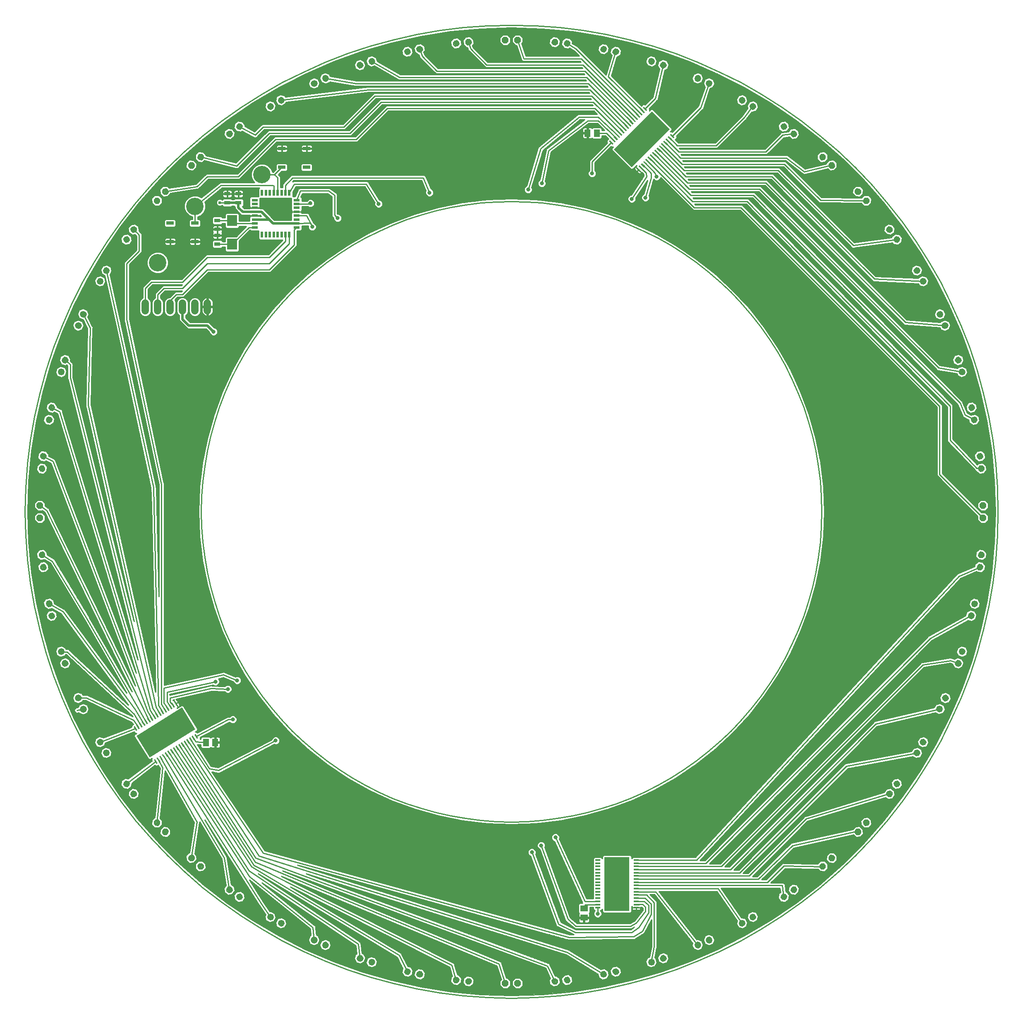
<source format=gtl>
G75*
G70*
%OFA0B0*%
%FSLAX24Y24*%
%IPPOS*%
%LPD*%
%AMOC8*
5,1,8,0,0,1.08239X$1,22.5*
%
%ADD10C,0.0100*%
%ADD11R,0.0500X0.0220*%
%ADD12R,0.0220X0.0500*%
%ADD13R,0.0118X0.0394*%
%ADD14R,0.4331X0.2047*%
%ADD15R,0.0800X0.0900*%
%ADD16R,0.0472X0.0315*%
%ADD17R,0.0512X0.0591*%
%ADD18C,0.0600*%
%ADD19OC8,0.0520*%
%ADD20C,0.0104*%
%ADD21R,0.0600X0.0300*%
%ADD22R,0.0394X0.0118*%
%ADD23R,0.2047X0.4331*%
%ADD24R,0.0591X0.0512*%
%ADD25C,0.1400*%
%ADD26C,0.2400*%
%ADD27C,0.0200*%
%ADD28C,0.0320*%
%ADD29C,0.0240*%
D10*
X013151Y013066D02*
X014563Y013066D01*
X014651Y013164D02*
X013052Y013164D01*
X012954Y013263D02*
X014715Y013263D01*
X014702Y013174D02*
X014659Y013172D01*
X014420Y012908D01*
X014439Y012552D01*
X014704Y012313D01*
X015059Y012332D01*
X015298Y012597D01*
X015279Y012953D01*
X015133Y013084D01*
X015523Y015611D01*
X015533Y015646D01*
X017297Y012681D01*
X017638Y010556D01*
X017465Y010317D01*
X017520Y009965D01*
X017808Y009756D01*
X018160Y009812D01*
X018370Y010100D01*
X018314Y010452D01*
X018073Y010627D01*
X017732Y012748D01*
X017743Y012792D01*
X017718Y012834D01*
X017710Y012882D01*
X017673Y012909D01*
X015947Y015811D01*
X020275Y009013D01*
X020274Y009010D01*
X020324Y008937D01*
X020371Y008863D01*
X020375Y008862D01*
X020834Y008183D01*
X020763Y008059D01*
X020855Y007715D01*
X021164Y007537D01*
X021508Y007629D01*
X021686Y007938D01*
X021594Y008282D01*
X021285Y008460D01*
X021194Y008436D01*
X020692Y009178D01*
X019536Y010992D01*
X024447Y007045D01*
X024493Y006510D01*
X024424Y006484D01*
X024280Y006158D01*
X024407Y005826D01*
X024733Y005681D01*
X025065Y005808D01*
X025210Y006134D01*
X025082Y006466D01*
X024932Y006533D01*
X024884Y007089D01*
X024886Y007091D01*
X024877Y007179D01*
X024869Y007267D01*
X024867Y007269D01*
X024866Y007272D01*
X024798Y007327D01*
X024730Y007385D01*
X024727Y007384D01*
X020536Y010753D01*
X028101Y005681D01*
X028177Y005021D01*
X028085Y004974D01*
X027975Y004636D01*
X028137Y004318D01*
X028476Y004208D01*
X028793Y004370D01*
X028903Y004709D01*
X028741Y005026D01*
X028615Y005067D01*
X028535Y005752D01*
X028541Y005761D01*
X028525Y005841D01*
X028516Y005923D01*
X028508Y005930D01*
X028506Y005940D01*
X028437Y005985D01*
X028373Y006037D01*
X028363Y006035D01*
X020244Y011479D01*
X031440Y004752D01*
X031888Y003858D01*
X031884Y003855D01*
X031810Y003507D01*
X028883Y003507D01*
X028612Y003585D02*
X026308Y004415D01*
X024061Y005387D01*
X021879Y006499D01*
X019771Y007746D01*
X017746Y009122D01*
X015811Y010623D01*
X013974Y012242D01*
X012242Y013974D01*
X010623Y015811D01*
X009122Y017746D01*
X007746Y019771D01*
X006499Y021879D01*
X005387Y024061D01*
X004415Y026308D01*
X003585Y028612D01*
X002902Y030964D01*
X002368Y033353D01*
X001985Y035772D01*
X001755Y038210D01*
X001678Y040658D01*
X002971Y040658D01*
X003034Y040612D02*
X010074Y026159D01*
X006692Y032041D01*
X006693Y032043D01*
X006647Y032120D01*
X006603Y032196D01*
X006600Y032197D01*
X003864Y036741D01*
X003851Y036796D01*
X003819Y036816D01*
X003799Y036849D01*
X003744Y036863D01*
X003247Y037172D01*
X003222Y037405D01*
X002945Y037629D01*
X002591Y037592D01*
X002367Y037315D01*
X002404Y036961D01*
X002681Y036737D01*
X003035Y036774D01*
X003042Y036782D01*
X003496Y036499D01*
X006268Y031897D01*
X009640Y026031D01*
X004709Y032705D01*
X004695Y032754D01*
X004657Y032776D01*
X004630Y032812D01*
X004581Y032819D01*
X003822Y033250D01*
X003767Y033509D01*
X003468Y033703D01*
X003120Y033629D01*
X002926Y033330D01*
X003000Y032982D01*
X003299Y032788D01*
X003623Y032857D01*
X004358Y032439D01*
X009785Y025095D01*
X005015Y029511D01*
X004963Y029571D01*
X004950Y029572D01*
X004940Y029581D01*
X004861Y029578D01*
X004752Y029585D01*
X004717Y029692D01*
X004400Y029854D01*
X004061Y029744D01*
X003899Y029427D01*
X004009Y029088D01*
X004327Y028926D01*
X004665Y029036D01*
X004721Y029146D01*
X004765Y029143D01*
X010084Y024218D01*
X010132Y024137D01*
X006536Y025840D01*
X006499Y025877D01*
X006457Y025878D01*
X006419Y025895D01*
X006370Y025878D01*
X006112Y025878D01*
X006060Y025996D01*
X005727Y026124D01*
X005402Y025979D01*
X005274Y025646D01*
X005419Y025321D01*
X005751Y025193D01*
X006077Y025338D01*
X006115Y025438D01*
X006358Y025438D01*
X010058Y023685D01*
X010184Y023496D01*
X010055Y023416D01*
X010023Y023281D01*
X007795Y022438D01*
X007782Y022460D01*
X007438Y022552D01*
X007129Y022374D01*
X007037Y022030D01*
X007215Y021721D01*
X007559Y021629D01*
X007868Y021807D01*
X007924Y022016D01*
X010257Y022899D01*
X010303Y022824D01*
X010433Y022794D01*
X010278Y022698D01*
X010246Y022561D01*
X011396Y020700D01*
X011533Y020667D01*
X011687Y020763D01*
X011657Y020633D01*
X011692Y020575D01*
X009794Y019134D01*
X009512Y019179D01*
X009224Y018969D01*
X009168Y018617D01*
X009378Y018329D01*
X009729Y018274D01*
X010018Y018483D01*
X010066Y018788D01*
X011925Y020199D01*
X011937Y020178D01*
X012074Y020146D01*
X012195Y020220D01*
X012332Y019964D01*
X011907Y016022D01*
X011663Y015803D01*
X011644Y015447D01*
X011883Y015182D01*
X012238Y015163D01*
X012503Y015402D01*
X012522Y015758D01*
X012343Y015957D01*
X012753Y019765D01*
X015079Y015616D01*
X014702Y013174D01*
X014731Y013361D02*
X012855Y013361D01*
X012757Y013460D02*
X014746Y013460D01*
X014761Y013558D02*
X012658Y013558D01*
X012560Y013657D02*
X014776Y013657D01*
X014791Y013755D02*
X012461Y013755D01*
X012362Y013854D02*
X014807Y013854D01*
X014822Y013952D02*
X012264Y013952D01*
X012175Y014051D02*
X014837Y014051D01*
X014852Y014149D02*
X012088Y014149D01*
X012001Y014248D02*
X014867Y014248D01*
X014883Y014347D02*
X011914Y014347D01*
X011827Y014445D02*
X012546Y014445D01*
X012552Y014439D02*
X012908Y014420D01*
X013172Y014659D01*
X013191Y015014D01*
X012953Y015279D01*
X012597Y015298D01*
X012332Y015059D01*
X012313Y014704D01*
X012552Y014439D01*
X012458Y014544D02*
X011740Y014544D01*
X011653Y014642D02*
X012369Y014642D01*
X012315Y014741D02*
X011566Y014741D01*
X011479Y014839D02*
X012321Y014839D01*
X012326Y014938D02*
X011393Y014938D01*
X011306Y015036D02*
X012331Y015036D01*
X012416Y015135D02*
X011219Y015135D01*
X011132Y015233D02*
X011836Y015233D01*
X011748Y015332D02*
X011045Y015332D01*
X010958Y015431D02*
X011659Y015431D01*
X011649Y015529D02*
X010871Y015529D01*
X010784Y015628D02*
X011654Y015628D01*
X011659Y015726D02*
X010698Y015726D01*
X010612Y015825D02*
X011688Y015825D01*
X011797Y015923D02*
X010536Y015923D01*
X010459Y016022D02*
X011907Y016022D01*
X011918Y016120D02*
X010383Y016120D01*
X010306Y016219D02*
X011928Y016219D01*
X011939Y016317D02*
X010230Y016317D01*
X010154Y016416D02*
X011950Y016416D01*
X011960Y016515D02*
X010077Y016515D01*
X010001Y016613D02*
X011971Y016613D01*
X011981Y016712D02*
X009924Y016712D01*
X009848Y016810D02*
X011992Y016810D01*
X012003Y016909D02*
X009771Y016909D01*
X009695Y017007D02*
X012013Y017007D01*
X012024Y017106D02*
X009619Y017106D01*
X009542Y017204D02*
X012034Y017204D01*
X012045Y017303D02*
X009466Y017303D01*
X009389Y017401D02*
X012056Y017401D01*
X012066Y017500D02*
X010366Y017500D01*
X010317Y017465D02*
X010605Y017674D01*
X010661Y018026D01*
X010452Y018314D01*
X010100Y018370D01*
X009812Y018160D01*
X009756Y017808D01*
X009965Y017520D01*
X010317Y017465D01*
X010094Y017500D02*
X009313Y017500D01*
X009236Y017599D02*
X009909Y017599D01*
X009837Y017697D02*
X009160Y017697D01*
X009088Y017796D02*
X009765Y017796D01*
X009770Y017894D02*
X009021Y017894D01*
X008954Y017993D02*
X009785Y017993D01*
X009801Y018091D02*
X008887Y018091D01*
X008820Y018190D02*
X009852Y018190D01*
X009750Y018288D02*
X009988Y018288D01*
X009885Y018387D02*
X012162Y018387D01*
X012172Y018485D02*
X010018Y018485D01*
X010034Y018584D02*
X012183Y018584D01*
X012194Y018682D02*
X010049Y018682D01*
X010065Y018781D02*
X012204Y018781D01*
X012215Y018880D02*
X010187Y018880D01*
X010316Y018978D02*
X012225Y018978D01*
X012236Y019077D02*
X010446Y019077D01*
X010576Y019175D02*
X012247Y019175D01*
X012257Y019274D02*
X010706Y019274D01*
X010836Y019372D02*
X012268Y019372D01*
X012279Y019471D02*
X010966Y019471D01*
X011095Y019569D02*
X012289Y019569D01*
X012300Y019668D02*
X011225Y019668D01*
X011355Y019766D02*
X012310Y019766D01*
X012321Y019865D02*
X011485Y019865D01*
X011615Y019964D02*
X012332Y019964D01*
X012279Y020062D02*
X011744Y020062D01*
X011874Y020161D02*
X012012Y020161D01*
X012098Y020161D02*
X012227Y020161D01*
X012558Y020008D02*
X012083Y015602D01*
X012372Y015923D02*
X014906Y015923D01*
X014851Y016022D02*
X012350Y016022D01*
X012360Y016120D02*
X014796Y016120D01*
X014741Y016219D02*
X012371Y016219D01*
X012381Y016317D02*
X014685Y016317D01*
X014630Y016416D02*
X012392Y016416D01*
X012403Y016515D02*
X014575Y016515D01*
X014520Y016613D02*
X012413Y016613D01*
X012424Y016712D02*
X014464Y016712D01*
X014409Y016810D02*
X012434Y016810D01*
X012445Y016909D02*
X014354Y016909D01*
X014299Y017007D02*
X012456Y017007D01*
X012466Y017106D02*
X014243Y017106D01*
X014188Y017204D02*
X012477Y017204D01*
X012488Y017303D02*
X014133Y017303D01*
X014078Y017401D02*
X012498Y017401D01*
X012509Y017500D02*
X014022Y017500D01*
X013967Y017599D02*
X012519Y017599D01*
X012530Y017697D02*
X013912Y017697D01*
X013857Y017796D02*
X012541Y017796D01*
X012551Y017894D02*
X013801Y017894D01*
X013746Y017993D02*
X012562Y017993D01*
X012572Y018091D02*
X013691Y018091D01*
X013636Y018190D02*
X012583Y018190D01*
X012594Y018288D02*
X013580Y018288D01*
X013525Y018387D02*
X012604Y018387D01*
X012615Y018485D02*
X013470Y018485D01*
X013415Y018584D02*
X012626Y018584D01*
X012636Y018682D02*
X013359Y018682D01*
X013304Y018781D02*
X012647Y018781D01*
X012657Y018880D02*
X013249Y018880D01*
X013194Y018978D02*
X012668Y018978D01*
X012679Y019077D02*
X013138Y019077D01*
X013083Y019175D02*
X012689Y019175D01*
X012700Y019274D02*
X013028Y019274D01*
X012973Y019372D02*
X012710Y019372D01*
X012721Y019471D02*
X012917Y019471D01*
X012862Y019569D02*
X012732Y019569D01*
X012742Y019668D02*
X012807Y019668D01*
X012558Y020008D02*
X012210Y020660D01*
X012427Y020795D02*
X015308Y015658D01*
X014859Y012752D01*
X015289Y012770D02*
X017244Y012770D01*
X017299Y012671D02*
X015294Y012671D01*
X015276Y012573D02*
X017315Y012573D01*
X017330Y012474D02*
X015810Y012474D01*
X015758Y012522D02*
X015402Y012503D01*
X015163Y012238D01*
X015182Y011883D01*
X014382Y011883D01*
X014493Y011784D02*
X015291Y011784D01*
X015182Y011883D02*
X015447Y011644D01*
X015803Y011663D01*
X016041Y011928D01*
X016022Y012283D01*
X015758Y012522D01*
X015920Y012376D02*
X017346Y012376D01*
X017362Y012277D02*
X016023Y012277D01*
X016028Y012179D02*
X017378Y012179D01*
X017394Y012080D02*
X016033Y012080D01*
X016038Y011982D02*
X017409Y011982D01*
X017425Y011883D02*
X016001Y011883D01*
X015912Y011784D02*
X017441Y011784D01*
X017457Y011686D02*
X015823Y011686D01*
X015401Y011686D02*
X014605Y011686D01*
X014717Y011587D02*
X017473Y011587D01*
X017489Y011489D02*
X014829Y011489D01*
X014941Y011390D02*
X017504Y011390D01*
X017520Y011292D02*
X015052Y011292D01*
X015164Y011193D02*
X017536Y011193D01*
X017552Y011095D02*
X015276Y011095D01*
X015388Y010996D02*
X017568Y010996D01*
X017584Y010898D02*
X015499Y010898D01*
X015611Y010799D02*
X017599Y010799D01*
X017615Y010700D02*
X015723Y010700D01*
X015838Y010602D02*
X017631Y010602D01*
X017600Y010503D02*
X015965Y010503D01*
X016092Y010405D02*
X017528Y010405D01*
X017466Y010306D02*
X016219Y010306D01*
X016346Y010208D02*
X017482Y010208D01*
X017498Y010109D02*
X016473Y010109D01*
X016600Y010011D02*
X017513Y010011D01*
X017594Y009912D02*
X016727Y009912D01*
X016854Y009814D02*
X017729Y009814D01*
X018162Y009814D02*
X018335Y009814D01*
X018274Y009729D02*
X018483Y010018D01*
X018835Y010073D01*
X019123Y009864D01*
X019179Y009512D01*
X018969Y009224D01*
X018617Y009168D01*
X018329Y009378D01*
X018274Y009729D01*
X018276Y009715D02*
X016981Y009715D01*
X017108Y009616D02*
X018291Y009616D01*
X018307Y009518D02*
X017235Y009518D01*
X017363Y009419D02*
X018323Y009419D01*
X018407Y009321D02*
X017490Y009321D01*
X017617Y009222D02*
X018543Y009222D01*
X018959Y009222D02*
X020142Y009222D01*
X020205Y009124D02*
X017744Y009124D01*
X017888Y009025D02*
X020267Y009025D01*
X020330Y008927D02*
X018033Y008927D01*
X018178Y008828D02*
X020397Y008828D01*
X020464Y008730D02*
X018323Y008730D01*
X018468Y008631D02*
X020531Y008631D01*
X020597Y008533D02*
X018613Y008533D01*
X018758Y008434D02*
X020664Y008434D01*
X020731Y008335D02*
X018903Y008335D01*
X019048Y008237D02*
X020798Y008237D01*
X020809Y008138D02*
X019193Y008138D01*
X019338Y008040D02*
X020768Y008040D01*
X020795Y007941D02*
X019483Y007941D01*
X019628Y007843D02*
X020821Y007843D01*
X020848Y007744D02*
X019774Y007744D01*
X019940Y007646D02*
X020976Y007646D01*
X021147Y007547D02*
X020107Y007547D01*
X020274Y007449D02*
X021659Y007449D01*
X021632Y007547D02*
X021201Y007547D01*
X021517Y007646D02*
X021679Y007646D01*
X021629Y007559D02*
X021721Y007215D01*
X022030Y007037D01*
X022374Y007129D01*
X022552Y007438D01*
X022460Y007782D01*
X022151Y007960D01*
X021807Y007868D01*
X021629Y007559D01*
X021574Y007744D02*
X021736Y007744D01*
X021793Y007843D02*
X021631Y007843D01*
X021685Y007941D02*
X022081Y007941D01*
X022184Y007941D02*
X023332Y007941D01*
X023454Y007843D02*
X022355Y007843D01*
X022470Y007744D02*
X023577Y007744D01*
X023699Y007646D02*
X022496Y007646D01*
X022523Y007547D02*
X023822Y007547D01*
X023945Y007449D02*
X022549Y007449D01*
X022501Y007350D02*
X024067Y007350D01*
X024190Y007251D02*
X022444Y007251D01*
X022387Y007153D02*
X024312Y007153D01*
X024435Y007054D02*
X022094Y007054D01*
X022000Y007054D02*
X020940Y007054D01*
X021107Y006956D02*
X024454Y006956D01*
X024463Y006857D02*
X021273Y006857D01*
X021440Y006759D02*
X024471Y006759D01*
X024480Y006660D02*
X021607Y006660D01*
X021773Y006562D02*
X024488Y006562D01*
X024415Y006463D02*
X021950Y006463D01*
X022143Y006365D02*
X024371Y006365D01*
X024328Y006266D02*
X022336Y006266D01*
X022530Y006167D02*
X024284Y006167D01*
X024314Y006069D02*
X022723Y006069D01*
X022917Y005970D02*
X024352Y005970D01*
X024389Y005872D02*
X023110Y005872D01*
X023303Y005773D02*
X024525Y005773D01*
X024745Y006146D02*
X024658Y007158D01*
X019558Y011258D01*
X013081Y021198D01*
X013298Y021333D02*
X019508Y011708D01*
X028308Y005808D01*
X028439Y004672D01*
X028646Y004295D02*
X028942Y004295D01*
X028926Y004327D02*
X029088Y004009D01*
X029427Y003899D01*
X029744Y004061D01*
X029854Y004400D01*
X029692Y004717D01*
X029354Y004827D01*
X029036Y004665D01*
X028926Y004327D01*
X028948Y004394D02*
X028801Y004394D01*
X028833Y004492D02*
X028980Y004492D01*
X029012Y004591D02*
X028865Y004591D01*
X028897Y004689D02*
X029083Y004689D01*
X029277Y004788D02*
X028863Y004788D01*
X028812Y004886D02*
X031216Y004886D01*
X031380Y004788D02*
X029474Y004788D01*
X029706Y004689D02*
X031471Y004689D01*
X031520Y004591D02*
X029757Y004591D01*
X029807Y004492D02*
X031570Y004492D01*
X031619Y004394D02*
X029852Y004394D01*
X029820Y004295D02*
X031669Y004295D01*
X031718Y004197D02*
X029788Y004197D01*
X029756Y004098D02*
X031767Y004098D01*
X031817Y004000D02*
X029624Y004000D01*
X029430Y003901D02*
X031866Y003901D01*
X031873Y003802D02*
X028009Y003802D01*
X027736Y003901D02*
X029421Y003901D01*
X029118Y004000D02*
X027462Y004000D01*
X027188Y004098D02*
X029043Y004098D01*
X028992Y004197D02*
X026914Y004197D01*
X026641Y004295D02*
X028208Y004295D01*
X028098Y004394D02*
X026367Y004394D01*
X026129Y004492D02*
X028048Y004492D01*
X027998Y004591D02*
X025902Y004591D01*
X025674Y004689D02*
X027993Y004689D01*
X028025Y004788D02*
X025446Y004788D01*
X025219Y004886D02*
X028057Y004886D01*
X028106Y004985D02*
X024991Y004985D01*
X024763Y005084D02*
X028170Y005084D01*
X028159Y005182D02*
X024535Y005182D01*
X024308Y005281D02*
X025631Y005281D01*
X025646Y005274D02*
X025979Y005402D01*
X026124Y005727D01*
X025996Y006060D01*
X025671Y006204D01*
X025338Y006077D01*
X025193Y005751D01*
X025321Y005419D01*
X025646Y005274D01*
X025663Y005281D02*
X028147Y005281D01*
X028136Y005379D02*
X025920Y005379D01*
X026013Y005478D02*
X028124Y005478D01*
X028113Y005576D02*
X026056Y005576D01*
X026100Y005675D02*
X028102Y005675D01*
X027964Y005773D02*
X026106Y005773D01*
X026068Y005872D02*
X027817Y005872D01*
X027670Y005970D02*
X026030Y005970D01*
X025975Y006069D02*
X027523Y006069D01*
X027376Y006167D02*
X025754Y006167D01*
X025574Y006167D02*
X025197Y006167D01*
X025181Y006069D02*
X025335Y006069D01*
X025291Y005970D02*
X025137Y005970D01*
X025093Y005872D02*
X025247Y005872D01*
X025203Y005773D02*
X024974Y005773D01*
X025223Y005675D02*
X023497Y005675D01*
X023690Y005576D02*
X025260Y005576D01*
X025298Y005478D02*
X023884Y005478D01*
X024080Y005379D02*
X025410Y005379D01*
X025159Y006266D02*
X027229Y006266D01*
X027082Y006365D02*
X025121Y006365D01*
X025084Y006463D02*
X026935Y006463D01*
X026788Y006562D02*
X024930Y006562D01*
X024921Y006660D02*
X026641Y006660D01*
X026494Y006759D02*
X024913Y006759D01*
X024904Y006857D02*
X026347Y006857D01*
X026200Y006956D02*
X024896Y006956D01*
X024887Y007054D02*
X026053Y007054D01*
X025906Y007153D02*
X024879Y007153D01*
X024870Y007251D02*
X025759Y007251D01*
X025612Y007350D02*
X024771Y007350D01*
X024647Y007449D02*
X025465Y007449D01*
X025318Y007547D02*
X024524Y007547D01*
X024402Y007646D02*
X025171Y007646D01*
X025024Y007744D02*
X024279Y007744D01*
X024156Y007843D02*
X024877Y007843D01*
X024730Y007941D02*
X024034Y007941D01*
X023911Y008040D02*
X024583Y008040D01*
X024436Y008138D02*
X023789Y008138D01*
X023666Y008237D02*
X024289Y008237D01*
X024142Y008335D02*
X023544Y008335D01*
X023421Y008434D02*
X023995Y008434D01*
X023848Y008533D02*
X023298Y008533D01*
X023176Y008631D02*
X023701Y008631D01*
X023554Y008730D02*
X023053Y008730D01*
X022931Y008828D02*
X023407Y008828D01*
X023260Y008927D02*
X022808Y008927D01*
X022686Y009025D02*
X023113Y009025D01*
X022966Y009124D02*
X022563Y009124D01*
X022440Y009222D02*
X022819Y009222D01*
X022672Y009321D02*
X022318Y009321D01*
X022195Y009419D02*
X022526Y009419D01*
X022379Y009518D02*
X022073Y009518D01*
X021950Y009616D02*
X022232Y009616D01*
X022085Y009715D02*
X021828Y009715D01*
X021938Y009814D02*
X021705Y009814D01*
X021791Y009912D02*
X021582Y009912D01*
X021644Y010011D02*
X021460Y010011D01*
X021497Y010109D02*
X021337Y010109D01*
X021350Y010208D02*
X021215Y010208D01*
X021203Y010306D02*
X021092Y010306D01*
X021056Y010405D02*
X020969Y010405D01*
X020909Y010503D02*
X020847Y010503D01*
X020762Y010602D02*
X020724Y010602D01*
X020615Y010700D02*
X020602Y010700D01*
X020267Y010405D02*
X019911Y010405D01*
X019973Y010306D02*
X020390Y010306D01*
X020512Y010208D02*
X020036Y010208D01*
X020099Y010109D02*
X020635Y010109D01*
X020758Y010011D02*
X020162Y010011D01*
X020224Y009912D02*
X020880Y009912D01*
X021003Y009814D02*
X020287Y009814D01*
X020350Y009715D02*
X021125Y009715D01*
X021248Y009616D02*
X020413Y009616D01*
X020475Y009518D02*
X021371Y009518D01*
X021493Y009419D02*
X020538Y009419D01*
X020601Y009321D02*
X021616Y009321D01*
X021738Y009222D02*
X020664Y009222D01*
X020729Y009124D02*
X021861Y009124D01*
X021983Y009025D02*
X020795Y009025D01*
X020862Y008927D02*
X022106Y008927D01*
X022229Y008828D02*
X020929Y008828D01*
X020995Y008730D02*
X022351Y008730D01*
X022474Y008631D02*
X021062Y008631D01*
X021129Y008533D02*
X022596Y008533D01*
X022719Y008434D02*
X021330Y008434D01*
X021501Y008335D02*
X022841Y008335D01*
X022964Y008237D02*
X021606Y008237D01*
X021632Y008138D02*
X023087Y008138D01*
X023209Y008040D02*
X021659Y008040D01*
X021225Y007999D02*
X020508Y009058D01*
X012863Y021064D01*
X012645Y020929D02*
X017508Y012758D01*
X017917Y010209D01*
X018337Y010306D02*
X019452Y010306D01*
X019514Y010208D02*
X018353Y010208D01*
X018368Y010109D02*
X019577Y010109D01*
X019640Y010011D02*
X018921Y010011D01*
X019057Y009912D02*
X019703Y009912D01*
X019765Y009814D02*
X019131Y009814D01*
X019146Y009715D02*
X019828Y009715D01*
X019891Y009616D02*
X019162Y009616D01*
X019178Y009518D02*
X019954Y009518D01*
X020016Y009419D02*
X019111Y009419D01*
X019040Y009321D02*
X020079Y009321D01*
X020145Y010503D02*
X019848Y010503D01*
X019785Y010602D02*
X020022Y010602D01*
X019900Y010700D02*
X019722Y010700D01*
X019777Y010799D02*
X019660Y010799D01*
X019654Y010898D02*
X019597Y010898D01*
X019201Y010700D02*
X018061Y010700D01*
X018045Y010799D02*
X019138Y010799D01*
X019075Y010898D02*
X018029Y010898D01*
X018013Y010996D02*
X019012Y010996D01*
X018950Y011095D02*
X017998Y011095D01*
X017982Y011193D02*
X018887Y011193D01*
X018824Y011292D02*
X017966Y011292D01*
X017950Y011390D02*
X018761Y011390D01*
X018699Y011489D02*
X017934Y011489D01*
X017918Y011587D02*
X018636Y011587D01*
X018573Y011686D02*
X017903Y011686D01*
X017887Y011784D02*
X018511Y011784D01*
X018448Y011883D02*
X017871Y011883D01*
X017855Y011982D02*
X018385Y011982D01*
X018322Y012080D02*
X017839Y012080D01*
X017823Y012179D02*
X018260Y012179D01*
X018197Y012277D02*
X017808Y012277D01*
X017792Y012376D02*
X018134Y012376D01*
X018071Y012474D02*
X017776Y012474D01*
X017760Y012573D02*
X018009Y012573D01*
X017946Y012671D02*
X017744Y012671D01*
X017738Y012770D02*
X017883Y012770D01*
X017820Y012868D02*
X017713Y012868D01*
X017758Y012967D02*
X017639Y012967D01*
X017695Y013066D02*
X017580Y013066D01*
X017632Y013164D02*
X017522Y013164D01*
X017569Y013263D02*
X017463Y013263D01*
X017507Y013361D02*
X017404Y013361D01*
X017444Y013460D02*
X017346Y013460D01*
X017381Y013558D02*
X017287Y013558D01*
X017318Y013657D02*
X017229Y013657D01*
X017256Y013755D02*
X017170Y013755D01*
X017193Y013854D02*
X017111Y013854D01*
X017130Y013952D02*
X017053Y013952D01*
X017067Y014051D02*
X016994Y014051D01*
X017005Y014149D02*
X016935Y014149D01*
X016942Y014248D02*
X016877Y014248D01*
X016879Y014347D02*
X016818Y014347D01*
X016816Y014445D02*
X016759Y014445D01*
X016754Y014544D02*
X016701Y014544D01*
X016691Y014642D02*
X016642Y014642D01*
X016628Y014741D02*
X016584Y014741D01*
X016565Y014839D02*
X016525Y014839D01*
X016503Y014938D02*
X016466Y014938D01*
X016440Y015036D02*
X016408Y015036D01*
X016377Y015135D02*
X016349Y015135D01*
X016314Y015233D02*
X016290Y015233D01*
X016252Y015332D02*
X016232Y015332D01*
X016189Y015431D02*
X016173Y015431D01*
X016126Y015529D02*
X016114Y015529D01*
X016063Y015628D02*
X016056Y015628D01*
X016001Y015726D02*
X015997Y015726D01*
X015602Y015529D02*
X015510Y015529D01*
X015495Y015431D02*
X015661Y015431D01*
X015720Y015332D02*
X015480Y015332D01*
X015465Y015233D02*
X015778Y015233D01*
X015837Y015135D02*
X015449Y015135D01*
X015434Y015036D02*
X015896Y015036D01*
X015954Y014938D02*
X015419Y014938D01*
X015404Y014839D02*
X016013Y014839D01*
X016072Y014741D02*
X015389Y014741D01*
X015373Y014642D02*
X016130Y014642D01*
X016189Y014544D02*
X015358Y014544D01*
X015343Y014445D02*
X016247Y014445D01*
X016306Y014347D02*
X015328Y014347D01*
X015313Y014248D02*
X016365Y014248D01*
X016423Y014149D02*
X015297Y014149D01*
X015282Y014051D02*
X016482Y014051D01*
X016541Y013952D02*
X015267Y013952D01*
X015252Y013854D02*
X016599Y013854D01*
X016658Y013755D02*
X015236Y013755D01*
X015221Y013657D02*
X016717Y013657D01*
X016775Y013558D02*
X015206Y013558D01*
X015191Y013460D02*
X016834Y013460D01*
X016892Y013361D02*
X015176Y013361D01*
X015160Y013263D02*
X016951Y013263D01*
X017010Y013164D02*
X015145Y013164D01*
X015154Y013066D02*
X017068Y013066D01*
X017127Y012967D02*
X015263Y012967D01*
X015284Y012868D02*
X017186Y012868D01*
X015376Y012474D02*
X015187Y012474D01*
X015099Y012376D02*
X015287Y012376D01*
X015198Y012277D02*
X013939Y012277D01*
X013841Y012376D02*
X014635Y012376D01*
X014525Y012474D02*
X013742Y012474D01*
X013644Y012573D02*
X014438Y012573D01*
X014433Y012671D02*
X013545Y012671D01*
X013446Y012770D02*
X014428Y012770D01*
X014422Y012868D02*
X013348Y012868D01*
X013249Y012967D02*
X014474Y012967D01*
X014046Y012179D02*
X015167Y012179D01*
X015172Y012080D02*
X014158Y012080D01*
X014270Y011982D02*
X015177Y011982D01*
X014898Y014445D02*
X012935Y014445D01*
X013044Y014544D02*
X014913Y014544D01*
X014928Y014642D02*
X013154Y014642D01*
X013176Y014741D02*
X014944Y014741D01*
X014959Y014839D02*
X013182Y014839D01*
X013187Y014938D02*
X014974Y014938D01*
X014989Y015036D02*
X013171Y015036D01*
X013082Y015135D02*
X015004Y015135D01*
X015020Y015233D02*
X012994Y015233D01*
X012525Y015233D02*
X012316Y015233D01*
X012426Y015332D02*
X015035Y015332D01*
X015050Y015431D02*
X012505Y015431D01*
X012510Y015529D02*
X015065Y015529D01*
X015072Y015628D02*
X012515Y015628D01*
X012520Y015726D02*
X015017Y015726D01*
X014962Y015825D02*
X012461Y015825D01*
X012077Y017599D02*
X010501Y017599D01*
X010609Y017697D02*
X012088Y017697D01*
X012098Y017796D02*
X010625Y017796D01*
X010640Y017894D02*
X012109Y017894D01*
X012119Y017993D02*
X010656Y017993D01*
X010613Y018091D02*
X012130Y018091D01*
X012141Y018190D02*
X010542Y018190D01*
X010470Y018288D02*
X012151Y018288D01*
X010887Y019964D02*
X007632Y019964D01*
X007574Y020062D02*
X011017Y020062D01*
X011147Y020161D02*
X007515Y020161D01*
X007457Y020259D02*
X011277Y020259D01*
X011406Y020358D02*
X007399Y020358D01*
X007341Y020456D02*
X011536Y020456D01*
X011666Y020555D02*
X007282Y020555D01*
X007224Y020653D02*
X011661Y020653D01*
X011670Y020752D02*
X011685Y020752D01*
X011363Y020752D02*
X007166Y020752D01*
X007107Y020850D02*
X007734Y020850D01*
X007715Y020855D02*
X008059Y020763D01*
X008368Y020941D01*
X008460Y021285D01*
X008282Y021594D01*
X007938Y021686D01*
X007629Y021508D01*
X007537Y021164D01*
X007715Y020855D01*
X007661Y020949D02*
X007049Y020949D01*
X006991Y021048D02*
X007604Y021048D01*
X007547Y021146D02*
X006933Y021146D01*
X006874Y021245D02*
X007559Y021245D01*
X007585Y021343D02*
X006816Y021343D01*
X006758Y021442D02*
X007612Y021442D01*
X007685Y021540D02*
X006699Y021540D01*
X006641Y021639D02*
X007524Y021639D01*
X007576Y021639D02*
X007856Y021639D01*
X007747Y021737D02*
X010755Y021737D01*
X010816Y021639D02*
X008114Y021639D01*
X008313Y021540D02*
X010876Y021540D01*
X010937Y021442D02*
X008370Y021442D01*
X008427Y021343D02*
X010998Y021343D01*
X011059Y021245D02*
X008449Y021245D01*
X008423Y021146D02*
X011120Y021146D01*
X011181Y021048D02*
X008396Y021048D01*
X008370Y020949D02*
X011242Y020949D01*
X011302Y020850D02*
X008210Y020850D01*
X007875Y021836D02*
X010694Y021836D01*
X010633Y021934D02*
X007902Y021934D01*
X007968Y022033D02*
X010572Y022033D01*
X010511Y022131D02*
X008228Y022131D01*
X008489Y022230D02*
X010450Y022230D01*
X010390Y022329D02*
X008749Y022329D01*
X009010Y022427D02*
X010329Y022427D01*
X010268Y022526D02*
X009270Y022526D01*
X009531Y022624D02*
X010261Y022624D01*
X010318Y022723D02*
X009791Y022723D01*
X010052Y022821D02*
X010316Y022821D01*
X010358Y023172D02*
X007499Y022091D01*
X007091Y022230D02*
X006320Y022230D01*
X006270Y022329D02*
X007117Y022329D01*
X007222Y022427D02*
X006220Y022427D01*
X006170Y022526D02*
X007392Y022526D01*
X007536Y022526D02*
X008027Y022526D01*
X008287Y022624D02*
X006119Y022624D01*
X006069Y022723D02*
X008548Y022723D01*
X008808Y022821D02*
X006019Y022821D01*
X005969Y022920D02*
X009069Y022920D01*
X009329Y023018D02*
X005919Y023018D01*
X005868Y023117D02*
X009590Y023117D01*
X009850Y023215D02*
X005818Y023215D01*
X005768Y023314D02*
X010030Y023314D01*
X010054Y023413D02*
X005718Y023413D01*
X005668Y023511D02*
X010174Y023511D01*
X010109Y023610D02*
X005617Y023610D01*
X005567Y023708D02*
X010009Y023708D01*
X009801Y023807D02*
X005517Y023807D01*
X005467Y023905D02*
X009593Y023905D01*
X009385Y024004D02*
X005416Y024004D01*
X005369Y024102D02*
X009177Y024102D01*
X008969Y024201D02*
X005327Y024201D01*
X005284Y024299D02*
X006106Y024299D01*
X006158Y024280D02*
X006484Y024424D01*
X006611Y024757D01*
X006466Y025082D01*
X006134Y025210D01*
X005808Y025065D01*
X005744Y024896D01*
X005529Y024858D01*
X005425Y024709D01*
X005457Y024529D01*
X005607Y024425D01*
X005802Y024460D01*
X005826Y024407D01*
X006158Y024280D01*
X006203Y024299D02*
X008761Y024299D01*
X008553Y024398D02*
X006424Y024398D01*
X006511Y024497D02*
X008345Y024497D01*
X008137Y024595D02*
X006549Y024595D01*
X006587Y024694D02*
X007929Y024694D01*
X007721Y024792D02*
X006596Y024792D01*
X006552Y024891D02*
X007513Y024891D01*
X007305Y024989D02*
X006508Y024989D01*
X006452Y025088D02*
X007097Y025088D01*
X006889Y025186D02*
X006196Y025186D01*
X006081Y025186D02*
X004900Y025186D01*
X004943Y025088D02*
X005859Y025088D01*
X005779Y024989D02*
X004986Y024989D01*
X005028Y024891D02*
X005711Y024891D01*
X005658Y024658D02*
X006146Y024745D01*
X005850Y024398D02*
X005241Y024398D01*
X005199Y024497D02*
X005504Y024497D01*
X005445Y024595D02*
X005156Y024595D01*
X005114Y024694D02*
X005428Y024694D01*
X005483Y024792D02*
X005071Y024792D01*
X004858Y025285D02*
X005513Y025285D01*
X005391Y025383D02*
X004815Y025383D01*
X004772Y025482D02*
X005347Y025482D01*
X005303Y025581D02*
X004730Y025581D01*
X004687Y025679D02*
X005287Y025679D01*
X005324Y025778D02*
X004644Y025778D01*
X004602Y025876D02*
X005362Y025876D01*
X005400Y025975D02*
X004559Y025975D01*
X004517Y026073D02*
X005614Y026073D01*
X005858Y026073D02*
X008081Y026073D01*
X008187Y025975D02*
X006069Y025975D01*
X006500Y025876D02*
X008294Y025876D01*
X008400Y025778D02*
X006668Y025778D01*
X006876Y025679D02*
X008507Y025679D01*
X008613Y025581D02*
X007084Y025581D01*
X007292Y025482D02*
X008720Y025482D01*
X008826Y025383D02*
X007500Y025383D01*
X007708Y025285D02*
X008932Y025285D01*
X009039Y025186D02*
X007916Y025186D01*
X008124Y025088D02*
X009145Y025088D01*
X009252Y024989D02*
X008332Y024989D01*
X008541Y024891D02*
X009358Y024891D01*
X009465Y024792D02*
X008749Y024792D01*
X008957Y024694D02*
X009571Y024694D01*
X009677Y024595D02*
X009165Y024595D01*
X009373Y024497D02*
X009784Y024497D01*
X009890Y024398D02*
X009581Y024398D01*
X009789Y024299D02*
X009997Y024299D01*
X009997Y024201D02*
X010094Y024201D01*
X010258Y024358D02*
X004858Y029358D01*
X004363Y029390D01*
X003964Y029227D02*
X003407Y029227D01*
X003378Y029325D02*
X003932Y029325D01*
X003900Y029424D02*
X003350Y029424D01*
X003321Y029522D02*
X003948Y029522D01*
X003998Y029621D02*
X003292Y029621D01*
X003264Y029719D02*
X004048Y029719D01*
X004288Y029818D02*
X003235Y029818D01*
X003206Y029916D02*
X006223Y029916D01*
X006295Y029818D02*
X004471Y029818D01*
X004664Y029719D02*
X006368Y029719D01*
X006441Y029621D02*
X004740Y029621D01*
X005006Y029522D02*
X006514Y029522D01*
X006587Y029424D02*
X005110Y029424D01*
X005216Y029325D02*
X006659Y029325D01*
X006732Y029227D02*
X005323Y029227D01*
X005429Y029128D02*
X006805Y029128D01*
X006878Y029030D02*
X005536Y029030D01*
X005642Y028931D02*
X006951Y028931D01*
X007023Y028832D02*
X005749Y028832D01*
X005855Y028734D02*
X007096Y028734D01*
X007169Y028635D02*
X005961Y028635D01*
X006068Y028537D02*
X007242Y028537D01*
X007315Y028438D02*
X006174Y028438D01*
X006281Y028340D02*
X007387Y028340D01*
X007460Y028241D02*
X006387Y028241D01*
X006494Y028143D02*
X007533Y028143D01*
X007606Y028044D02*
X006600Y028044D01*
X006706Y027946D02*
X007679Y027946D01*
X007751Y027847D02*
X006813Y027847D01*
X006919Y027748D02*
X007824Y027748D01*
X007897Y027650D02*
X007026Y027650D01*
X007132Y027551D02*
X007970Y027551D01*
X008043Y027453D02*
X007239Y027453D01*
X007345Y027354D02*
X008116Y027354D01*
X008188Y027256D02*
X007451Y027256D01*
X007558Y027157D02*
X008261Y027157D01*
X008334Y027059D02*
X007664Y027059D01*
X007771Y026960D02*
X008407Y026960D01*
X008480Y026862D02*
X007877Y026862D01*
X007984Y026763D02*
X008552Y026763D01*
X008625Y026664D02*
X008090Y026664D01*
X008196Y026566D02*
X008698Y026566D01*
X008771Y026467D02*
X008303Y026467D01*
X008409Y026369D02*
X008844Y026369D01*
X008916Y026270D02*
X008516Y026270D01*
X008622Y026172D02*
X008989Y026172D01*
X009062Y026073D02*
X008729Y026073D01*
X008835Y025975D02*
X009135Y025975D01*
X009208Y025876D02*
X008941Y025876D01*
X009048Y025778D02*
X009281Y025778D01*
X009353Y025679D02*
X009154Y025679D01*
X009261Y025581D02*
X009426Y025581D01*
X009367Y025482D02*
X009499Y025482D01*
X009474Y025383D02*
X009572Y025383D01*
X009580Y025285D02*
X009645Y025285D01*
X009686Y025186D02*
X009717Y025186D01*
X010308Y024758D02*
X004508Y032608D01*
X003384Y033246D01*
X003270Y033661D02*
X002319Y033661D01*
X002335Y033563D02*
X003077Y033563D01*
X003013Y033464D02*
X002351Y033464D01*
X002366Y033365D02*
X002949Y033365D01*
X002940Y033267D02*
X002387Y033267D01*
X002409Y033168D02*
X002961Y033168D01*
X002981Y033070D02*
X002431Y033070D01*
X002454Y032971D02*
X003017Y032971D01*
X003169Y032873D02*
X002476Y032873D01*
X002498Y032774D02*
X003769Y032774D01*
X003753Y032676D02*
X003942Y032676D01*
X003904Y032577D02*
X004116Y032577D01*
X003975Y032531D02*
X003676Y032725D01*
X003328Y032651D01*
X003134Y032352D01*
X003208Y032004D01*
X003507Y031810D01*
X003855Y031884D01*
X004049Y032183D01*
X004548Y032183D01*
X004475Y032281D02*
X004028Y032281D01*
X004049Y032183D02*
X003975Y032531D01*
X003986Y032479D02*
X004289Y032479D01*
X004402Y032380D02*
X004007Y032380D01*
X003985Y032084D02*
X004621Y032084D01*
X004694Y031986D02*
X003921Y031986D01*
X003857Y031887D02*
X004766Y031887D01*
X004839Y031789D02*
X002718Y031789D01*
X002696Y031887D02*
X003388Y031887D01*
X003236Y031986D02*
X002674Y031986D01*
X002652Y032084D02*
X003191Y032084D01*
X003170Y032183D02*
X002630Y032183D01*
X002608Y032281D02*
X003149Y032281D01*
X003152Y032380D02*
X002586Y032380D01*
X002564Y032479D02*
X003216Y032479D01*
X003280Y032577D02*
X002542Y032577D01*
X002520Y032676D02*
X003444Y032676D01*
X003819Y033267D02*
X005443Y033267D01*
X005502Y033168D02*
X003966Y033168D01*
X004139Y033070D02*
X005561Y033070D01*
X005621Y032971D02*
X004313Y032971D01*
X004486Y032873D02*
X005680Y032873D01*
X005739Y032774D02*
X004660Y032774D01*
X004731Y032676D02*
X005799Y032676D01*
X005858Y032577D02*
X004804Y032577D01*
X004876Y032479D02*
X005917Y032479D01*
X005977Y032380D02*
X004949Y032380D01*
X005022Y032281D02*
X006036Y032281D01*
X006095Y032183D02*
X005095Y032183D01*
X005168Y032084D02*
X006155Y032084D01*
X006214Y031986D02*
X005241Y031986D01*
X005313Y031887D02*
X006273Y031887D01*
X006330Y031789D02*
X005386Y031789D01*
X005459Y031690D02*
X006386Y031690D01*
X006443Y031592D02*
X005532Y031592D01*
X005605Y031493D02*
X006500Y031493D01*
X006556Y031395D02*
X005677Y031395D01*
X005750Y031296D02*
X006613Y031296D01*
X006670Y031197D02*
X005823Y031197D01*
X005896Y031099D02*
X006726Y031099D01*
X006783Y031000D02*
X005969Y031000D01*
X006041Y030902D02*
X006840Y030902D01*
X006896Y030803D02*
X006114Y030803D01*
X006187Y030705D02*
X006953Y030705D01*
X007010Y030606D02*
X006260Y030606D01*
X006333Y030508D02*
X007066Y030508D01*
X007123Y030409D02*
X006405Y030409D01*
X006478Y030311D02*
X007180Y030311D01*
X007236Y030212D02*
X006551Y030212D01*
X006624Y030114D02*
X007293Y030114D01*
X007350Y030015D02*
X006697Y030015D01*
X006770Y029916D02*
X007406Y029916D01*
X007463Y029818D02*
X006842Y029818D01*
X006915Y029719D02*
X007520Y029719D01*
X007576Y029621D02*
X006988Y029621D01*
X007061Y029522D02*
X007633Y029522D01*
X007690Y029424D02*
X007134Y029424D01*
X007206Y029325D02*
X007746Y029325D01*
X007803Y029227D02*
X007279Y029227D01*
X007352Y029128D02*
X007859Y029128D01*
X007916Y029030D02*
X007425Y029030D01*
X007498Y028931D02*
X007973Y028931D01*
X008029Y028832D02*
X007570Y028832D01*
X007643Y028734D02*
X008086Y028734D01*
X008143Y028635D02*
X007716Y028635D01*
X007789Y028537D02*
X008199Y028537D01*
X008256Y028438D02*
X007862Y028438D01*
X007934Y028340D02*
X008313Y028340D01*
X008369Y028241D02*
X008007Y028241D01*
X008080Y028143D02*
X008426Y028143D01*
X008483Y028044D02*
X008153Y028044D01*
X008226Y027946D02*
X008539Y027946D01*
X008596Y027847D02*
X008299Y027847D01*
X008371Y027748D02*
X008653Y027748D01*
X008709Y027650D02*
X008444Y027650D01*
X008517Y027551D02*
X008766Y027551D01*
X008823Y027453D02*
X008590Y027453D01*
X008663Y027354D02*
X008879Y027354D01*
X008936Y027256D02*
X008735Y027256D01*
X008808Y027157D02*
X008993Y027157D01*
X009049Y027059D02*
X008881Y027059D01*
X008954Y026960D02*
X009106Y026960D01*
X009163Y026862D02*
X009027Y026862D01*
X009099Y026763D02*
X009219Y026763D01*
X009172Y026664D02*
X009276Y026664D01*
X009245Y026566D02*
X009333Y026566D01*
X009318Y026467D02*
X009389Y026467D01*
X009391Y026369D02*
X009446Y026369D01*
X009463Y026270D02*
X009503Y026270D01*
X009536Y026172D02*
X009559Y026172D01*
X009609Y026073D02*
X009616Y026073D01*
X010010Y026270D02*
X010020Y026270D01*
X010067Y026172D02*
X010068Y026172D01*
X009972Y026369D02*
X009953Y026369D01*
X009924Y026467D02*
X009897Y026467D01*
X009876Y026566D02*
X009840Y026566D01*
X009828Y026664D02*
X009784Y026664D01*
X009780Y026763D02*
X009727Y026763D01*
X009732Y026862D02*
X009670Y026862D01*
X009684Y026960D02*
X009614Y026960D01*
X009636Y027059D02*
X009557Y027059D01*
X009588Y027157D02*
X009500Y027157D01*
X009540Y027256D02*
X009444Y027256D01*
X009492Y027354D02*
X009387Y027354D01*
X009330Y027453D02*
X009444Y027453D01*
X009396Y027551D02*
X009274Y027551D01*
X009217Y027650D02*
X009348Y027650D01*
X009300Y027748D02*
X009160Y027748D01*
X009104Y027847D02*
X009252Y027847D01*
X009204Y027946D02*
X009047Y027946D01*
X008990Y028044D02*
X009156Y028044D01*
X009108Y028143D02*
X008934Y028143D01*
X008877Y028241D02*
X009060Y028241D01*
X009012Y028340D02*
X008820Y028340D01*
X008764Y028438D02*
X008964Y028438D01*
X008916Y028537D02*
X008707Y028537D01*
X008650Y028635D02*
X008868Y028635D01*
X008820Y028734D02*
X008594Y028734D01*
X008537Y028832D02*
X008772Y028832D01*
X008724Y028931D02*
X008480Y028931D01*
X008424Y029030D02*
X008676Y029030D01*
X008628Y029128D02*
X008367Y029128D01*
X008310Y029227D02*
X008580Y029227D01*
X008532Y029325D02*
X008254Y029325D01*
X008197Y029424D02*
X008484Y029424D01*
X008436Y029522D02*
X008140Y029522D01*
X008084Y029621D02*
X008388Y029621D01*
X008340Y029719D02*
X008027Y029719D01*
X007970Y029818D02*
X008292Y029818D01*
X008244Y029916D02*
X007914Y029916D01*
X007857Y030015D02*
X008196Y030015D01*
X008148Y030114D02*
X007800Y030114D01*
X007744Y030212D02*
X008100Y030212D01*
X008052Y030311D02*
X007687Y030311D01*
X007630Y030409D02*
X008004Y030409D01*
X007956Y030508D02*
X007574Y030508D01*
X007517Y030606D02*
X007908Y030606D01*
X007860Y030705D02*
X007460Y030705D01*
X007404Y030803D02*
X007812Y030803D01*
X007764Y030902D02*
X007347Y030902D01*
X007291Y031000D02*
X007716Y031000D01*
X007668Y031099D02*
X007234Y031099D01*
X007177Y031197D02*
X007620Y031197D01*
X007572Y031296D02*
X007121Y031296D01*
X007064Y031395D02*
X007524Y031395D01*
X007476Y031493D02*
X007007Y031493D01*
X006951Y031592D02*
X007428Y031592D01*
X007380Y031690D02*
X006894Y031690D01*
X006837Y031789D02*
X007332Y031789D01*
X007284Y031887D02*
X006781Y031887D01*
X006724Y031986D02*
X007236Y031986D01*
X007188Y032084D02*
X006668Y032084D01*
X006611Y032183D02*
X007140Y032183D01*
X007092Y032281D02*
X006550Y032281D01*
X006490Y032380D02*
X007044Y032380D01*
X006996Y032479D02*
X006431Y032479D01*
X006371Y032577D02*
X006948Y032577D01*
X006900Y032676D02*
X006312Y032676D01*
X006253Y032774D02*
X006852Y032774D01*
X006804Y032873D02*
X006194Y032873D01*
X006134Y032971D02*
X006756Y032971D01*
X006708Y033070D02*
X006075Y033070D01*
X006015Y033168D02*
X006660Y033168D01*
X006612Y033267D02*
X005956Y033267D01*
X005897Y033365D02*
X006564Y033365D01*
X006516Y033464D02*
X005837Y033464D01*
X005778Y033563D02*
X006468Y033563D01*
X006420Y033661D02*
X005719Y033661D01*
X005659Y033760D02*
X006372Y033760D01*
X006324Y033858D02*
X005600Y033858D01*
X005541Y033957D02*
X006276Y033957D01*
X006228Y034055D02*
X005481Y034055D01*
X005422Y034154D02*
X006180Y034154D01*
X006132Y034252D02*
X005363Y034252D01*
X005303Y034351D02*
X006084Y034351D01*
X006036Y034449D02*
X005244Y034449D01*
X005185Y034548D02*
X005988Y034548D01*
X005940Y034646D02*
X005125Y034646D01*
X005066Y034745D02*
X005892Y034745D01*
X005844Y034844D02*
X005007Y034844D01*
X004947Y034942D02*
X005796Y034942D01*
X005748Y035041D02*
X004888Y035041D01*
X004829Y035139D02*
X005700Y035139D01*
X005652Y035238D02*
X004769Y035238D01*
X004710Y035336D02*
X005604Y035336D01*
X005556Y035435D02*
X004651Y035435D01*
X004591Y035533D02*
X005508Y035533D01*
X005460Y035632D02*
X004532Y035632D01*
X004473Y035730D02*
X005412Y035730D01*
X005364Y035829D02*
X004413Y035829D01*
X004354Y035928D02*
X005316Y035928D01*
X005268Y036026D02*
X004295Y036026D01*
X004235Y036125D02*
X005220Y036125D01*
X005172Y036223D02*
X004176Y036223D01*
X004117Y036322D02*
X005124Y036322D01*
X005076Y036420D02*
X004057Y036420D01*
X003998Y036519D02*
X005028Y036519D01*
X004980Y036617D02*
X003939Y036617D01*
X003879Y036716D02*
X004932Y036716D01*
X004884Y036814D02*
X003822Y036814D01*
X003664Y036913D02*
X004836Y036913D01*
X004788Y037012D02*
X003505Y037012D01*
X003347Y037110D02*
X004740Y037110D01*
X004692Y037209D02*
X003243Y037209D01*
X003233Y037307D02*
X004644Y037307D01*
X004596Y037406D02*
X003221Y037406D01*
X003100Y037504D02*
X004548Y037504D01*
X004500Y037603D02*
X002978Y037603D01*
X002696Y037603D02*
X001812Y037603D01*
X001803Y037701D02*
X004452Y037701D01*
X004404Y037800D02*
X001793Y037800D01*
X001784Y037898D02*
X004356Y037898D01*
X004308Y037997D02*
X001775Y037997D01*
X001765Y038096D02*
X004260Y038096D01*
X004212Y038194D02*
X001756Y038194D01*
X001752Y038293D02*
X004164Y038293D01*
X004116Y038391D02*
X001749Y038391D01*
X001746Y038490D02*
X004068Y038490D01*
X004020Y038588D02*
X001743Y038588D01*
X001740Y038687D02*
X003972Y038687D01*
X003924Y038785D02*
X001736Y038785D01*
X001733Y038884D02*
X003876Y038884D01*
X003828Y038982D02*
X001730Y038982D01*
X001727Y039081D02*
X003780Y039081D01*
X003732Y039179D02*
X001724Y039179D01*
X001721Y039278D02*
X003684Y039278D01*
X003636Y039377D02*
X001718Y039377D01*
X001715Y039475D02*
X003588Y039475D01*
X003540Y039574D02*
X001712Y039574D01*
X001709Y039672D02*
X003492Y039672D01*
X003444Y039771D02*
X002879Y039771D01*
X002836Y039728D02*
X003088Y039980D01*
X003088Y040336D01*
X002836Y040588D01*
X002480Y040588D01*
X002228Y040336D01*
X002228Y039980D01*
X002480Y039728D01*
X002836Y039728D01*
X002977Y039869D02*
X003396Y039869D01*
X003348Y039968D02*
X003076Y039968D01*
X003088Y040066D02*
X003300Y040066D01*
X003252Y040165D02*
X003088Y040165D01*
X003088Y040263D02*
X003204Y040263D01*
X003156Y040362D02*
X003061Y040362D01*
X003108Y040461D02*
X002963Y040461D01*
X003060Y040559D02*
X002864Y040559D01*
X002836Y040728D02*
X002852Y040744D01*
X003034Y040612D01*
X003208Y040758D02*
X002658Y041158D01*
X003088Y041150D02*
X004823Y041150D01*
X004860Y041052D02*
X003177Y041052D01*
X003088Y041117D02*
X003088Y041336D01*
X002836Y041588D01*
X002480Y041588D01*
X002228Y041336D01*
X002228Y040980D01*
X002480Y040728D01*
X002836Y040728D01*
X003208Y040758D02*
X011446Y023845D01*
X011664Y023979D02*
X011358Y024558D01*
X003708Y044708D01*
X002918Y045127D01*
X003260Y045388D02*
X005035Y045388D01*
X005006Y045486D02*
X003180Y045486D01*
X003140Y045536D02*
X002786Y045573D01*
X002509Y045349D01*
X002472Y044995D01*
X002696Y044718D01*
X003050Y044681D01*
X003145Y044757D01*
X003531Y044552D01*
X010341Y026616D01*
X003420Y040824D01*
X003411Y040882D01*
X003381Y040903D01*
X003365Y040936D01*
X003310Y040955D01*
X003088Y041117D01*
X003088Y041249D02*
X004785Y041249D01*
X004748Y041347D02*
X003076Y041347D01*
X002977Y041446D02*
X004711Y041446D01*
X004673Y041545D02*
X002879Y041545D01*
X002436Y041545D02*
X001705Y041545D01*
X001709Y041643D02*
X004636Y041643D01*
X004598Y041742D02*
X001712Y041742D01*
X001715Y041840D02*
X004561Y041840D01*
X004524Y041939D02*
X001718Y041939D01*
X001721Y042037D02*
X004486Y042037D01*
X004449Y042136D02*
X001724Y042136D01*
X001727Y042234D02*
X004411Y042234D01*
X004374Y042333D02*
X001730Y042333D01*
X001733Y042431D02*
X004336Y042431D01*
X004299Y042530D02*
X001736Y042530D01*
X001740Y042629D02*
X004262Y042629D01*
X004224Y042727D02*
X001743Y042727D01*
X001746Y042826D02*
X004187Y042826D01*
X004149Y042924D02*
X001749Y042924D01*
X001752Y043023D02*
X004112Y043023D01*
X004075Y043121D02*
X001756Y043121D01*
X001755Y043105D02*
X001985Y045543D01*
X002368Y047962D01*
X002902Y050352D01*
X003585Y052703D01*
X004415Y055007D01*
X005387Y057254D01*
X006499Y059436D01*
X007746Y061544D01*
X009122Y063569D01*
X010623Y065504D01*
X012242Y067341D01*
X013974Y069073D01*
X015811Y070692D01*
X017746Y072193D01*
X019771Y073570D01*
X021879Y074816D01*
X024061Y075928D01*
X026308Y076900D01*
X028612Y077730D01*
X030964Y078413D01*
X033353Y078947D01*
X035772Y079330D01*
X035772Y079330D01*
X038210Y079561D01*
X040658Y079638D01*
X043105Y079561D01*
X045543Y079330D01*
X047962Y078947D01*
X050352Y078413D01*
X052703Y077730D01*
X055007Y076900D01*
X057254Y075928D01*
X059436Y074816D01*
X061544Y073570D01*
X063569Y072193D01*
X065504Y070692D01*
X067341Y069073D01*
X069073Y067341D01*
X070692Y065504D01*
X072193Y063570D01*
X073570Y061544D01*
X074816Y059436D01*
X075928Y057255D01*
X076900Y055007D01*
X077730Y052703D01*
X078413Y050352D01*
X078947Y047962D01*
X079330Y045543D01*
X079561Y043105D01*
X079638Y040658D01*
X078469Y040658D01*
X078480Y040728D02*
X078836Y040728D01*
X079088Y040980D01*
X079088Y041336D01*
X078836Y041588D01*
X078480Y041588D01*
X078228Y041336D01*
X078228Y040980D01*
X078480Y040728D01*
X078451Y040756D02*
X078370Y040756D01*
X078352Y040855D02*
X078272Y040855D01*
X078254Y040953D02*
X078173Y040953D01*
X078228Y041052D02*
X078075Y041052D01*
X077976Y041150D02*
X078228Y041150D01*
X078228Y041249D02*
X077877Y041249D01*
X077779Y041347D02*
X078239Y041347D01*
X078338Y041446D02*
X077680Y041446D01*
X077582Y041545D02*
X078436Y041545D01*
X078879Y041545D02*
X079610Y041545D01*
X079607Y041643D02*
X077483Y041643D01*
X077385Y041742D02*
X079604Y041742D01*
X079600Y041840D02*
X077286Y041840D01*
X077188Y041939D02*
X079597Y041939D01*
X079594Y042037D02*
X077089Y042037D01*
X076991Y042136D02*
X079591Y042136D01*
X079588Y042234D02*
X076892Y042234D01*
X076793Y042333D02*
X079585Y042333D01*
X079582Y042431D02*
X076695Y042431D01*
X076596Y042530D02*
X079579Y042530D01*
X079576Y042629D02*
X076498Y042629D01*
X076399Y042727D02*
X079573Y042727D01*
X079569Y042826D02*
X076301Y042826D01*
X076202Y042924D02*
X079566Y042924D01*
X079563Y043023D02*
X076104Y043023D01*
X076005Y043121D02*
X079559Y043121D01*
X079550Y043220D02*
X075907Y043220D01*
X075808Y043318D02*
X079541Y043318D01*
X079531Y043417D02*
X075709Y043417D01*
X075611Y043515D02*
X079522Y043515D01*
X079513Y043614D02*
X075512Y043614D01*
X075414Y043712D02*
X078337Y043712D01*
X078370Y043686D02*
X078724Y043723D01*
X078948Y044000D01*
X078911Y044354D01*
X078634Y044579D01*
X078280Y044541D01*
X078195Y044437D01*
X076228Y046496D01*
X076228Y049157D01*
X076228Y049248D01*
X076228Y049248D01*
X076228Y049249D01*
X076168Y049308D01*
X059878Y065748D01*
X059878Y065749D01*
X059814Y065812D01*
X059750Y065877D01*
X059749Y065877D01*
X059749Y065878D01*
X059659Y065878D01*
X059567Y065878D01*
X055344Y065878D01*
X055284Y065938D01*
X060066Y065938D01*
X076621Y049283D01*
X077000Y048383D01*
X077023Y048307D01*
X077035Y048301D01*
X077040Y048288D01*
X077114Y048258D01*
X077495Y048054D01*
X077548Y047806D01*
X077847Y047612D01*
X078195Y047686D01*
X078389Y047985D01*
X078315Y048333D01*
X078016Y048527D01*
X077678Y048455D01*
X077380Y048615D01*
X077028Y049452D01*
X077028Y049498D01*
X076994Y049532D01*
X076975Y049577D01*
X076932Y049594D01*
X060378Y066248D01*
X060378Y066249D01*
X060315Y066311D01*
X060249Y066377D01*
X060249Y066378D01*
X060159Y066378D01*
X060067Y066378D01*
X060067Y066378D01*
X055206Y066378D01*
X055146Y066438D01*
X060566Y066438D01*
X074900Y052104D01*
X074942Y052045D01*
X074963Y052041D01*
X074978Y052026D01*
X075050Y052026D01*
X076550Y051770D01*
X076598Y051623D01*
X076916Y051461D01*
X077254Y051571D01*
X077416Y051889D01*
X077306Y052227D01*
X076989Y052389D01*
X076650Y052279D01*
X076613Y052206D01*
X075175Y052451D01*
X060749Y066878D01*
X060566Y066878D01*
X055068Y066878D01*
X055008Y066938D01*
X061066Y066938D01*
X072243Y055761D01*
X072297Y055698D01*
X072307Y055697D01*
X072314Y055690D01*
X072396Y055690D01*
X075190Y055467D01*
X075256Y055319D01*
X075588Y055192D01*
X075914Y055336D01*
X076041Y055669D01*
X075896Y055994D01*
X075564Y056122D01*
X075238Y055977D01*
X075211Y055907D01*
X072503Y056123D01*
X061249Y067378D01*
X061066Y067378D01*
X054930Y067378D01*
X054870Y067438D01*
X061566Y067438D01*
X069748Y059256D01*
X069806Y059192D01*
X069812Y059192D01*
X069816Y059188D01*
X069902Y059188D01*
X073437Y059022D01*
X073533Y058855D01*
X073877Y058763D01*
X074186Y058941D01*
X074278Y059285D01*
X074100Y059594D01*
X073756Y059686D01*
X073447Y059508D01*
X073435Y059463D01*
X070003Y059623D01*
X061749Y067878D01*
X061566Y067878D01*
X054792Y067878D01*
X054731Y067938D01*
X062066Y067938D01*
X068000Y062004D01*
X068002Y061987D01*
X068063Y061941D01*
X068116Y061888D01*
X068134Y061888D01*
X068147Y061877D01*
X068223Y061888D01*
X068299Y061888D01*
X068311Y061900D01*
X071358Y062321D01*
X071451Y062192D01*
X071803Y062137D01*
X072091Y062346D01*
X072147Y062698D01*
X071938Y062986D01*
X071586Y063042D01*
X071298Y062832D01*
X071285Y062755D01*
X068286Y062340D01*
X062249Y068378D01*
X062066Y068378D01*
X054653Y068378D01*
X054593Y068438D01*
X062566Y068438D01*
X065409Y065595D01*
X065472Y065531D01*
X065473Y065531D01*
X065474Y065530D01*
X065565Y065530D01*
X068848Y065497D01*
X069032Y065293D01*
X069388Y065274D01*
X069652Y065513D01*
X069671Y065868D01*
X069433Y066133D01*
X069077Y066152D01*
X068838Y065937D01*
X065657Y065969D01*
X062749Y068878D01*
X062566Y068878D01*
X054515Y068878D01*
X054455Y068938D01*
X062744Y068938D01*
X064061Y067931D01*
X064064Y067920D01*
X064132Y067877D01*
X064196Y067828D01*
X064208Y067829D01*
X064218Y067823D01*
X064297Y067841D01*
X064377Y067852D01*
X064384Y067861D01*
X066144Y068266D01*
X066301Y068124D01*
X066657Y068143D01*
X066895Y068408D01*
X066876Y068763D01*
X066612Y069002D01*
X066256Y068983D01*
X066017Y068718D01*
X066019Y068688D01*
X064309Y068295D01*
X062964Y069323D01*
X062910Y069378D01*
X062893Y069378D01*
X062880Y069388D01*
X062804Y069378D01*
X054377Y069378D01*
X054317Y069438D01*
X061066Y069438D01*
X061249Y069438D01*
X062598Y070787D01*
X063033Y070840D01*
X063289Y070654D01*
X063641Y070710D01*
X063851Y070998D01*
X063795Y071350D01*
X063507Y071559D01*
X063155Y071504D01*
X062991Y071278D01*
X062483Y071216D01*
X062405Y071216D01*
X062394Y071205D01*
X062379Y071203D01*
X062331Y071142D01*
X061066Y069878D01*
X054239Y069878D01*
X054179Y069938D01*
X057066Y069938D01*
X057249Y069938D01*
X059511Y072200D01*
X059529Y072203D01*
X059574Y072263D01*
X059628Y072316D01*
X059628Y072334D01*
X060022Y072860D01*
X060030Y072855D01*
X060374Y072947D01*
X060552Y073256D01*
X060460Y073600D01*
X060151Y073778D01*
X059807Y073686D01*
X059629Y073377D01*
X059690Y073150D01*
X059241Y072552D01*
X057066Y070378D01*
X054101Y070378D01*
X053848Y070630D01*
X053965Y070747D01*
X053965Y070888D01*
X053932Y070922D01*
X056040Y073030D01*
X056090Y073054D01*
X056102Y073092D01*
X056130Y073120D01*
X056130Y073175D01*
X056659Y074743D01*
X056891Y074832D01*
X057036Y075157D01*
X056908Y075490D01*
X056583Y075634D01*
X056250Y075507D01*
X056105Y075181D01*
X056231Y074852D01*
X052684Y074852D01*
X052661Y074754D02*
X056198Y074754D01*
X056231Y074852D02*
X055718Y073330D01*
X053621Y071233D01*
X053587Y071266D01*
X053454Y071266D01*
X053583Y071395D01*
X053583Y071535D01*
X052035Y073083D01*
X051895Y073083D01*
X051766Y072954D01*
X051766Y073087D01*
X051733Y073121D01*
X052384Y073772D01*
X052440Y073807D01*
X052446Y073834D01*
X052466Y073854D01*
X052466Y073920D01*
X053005Y076226D01*
X053230Y076341D01*
X053340Y076680D01*
X053178Y076997D01*
X052840Y077107D01*
X052522Y076945D01*
X052412Y076607D01*
X052570Y076298D01*
X052046Y074056D01*
X051422Y073432D01*
X051388Y073465D01*
X051247Y073465D01*
X051130Y073348D01*
X048703Y075776D01*
X049144Y077274D01*
X049431Y077460D01*
X049505Y077808D01*
X049311Y078107D01*
X048963Y078181D01*
X048664Y077987D01*
X048590Y077639D01*
X048730Y077424D01*
X048266Y075851D01*
X046053Y078064D01*
X046046Y078092D01*
X045990Y078126D01*
X045944Y078172D01*
X045915Y078172D01*
X045559Y078391D01*
X045573Y078529D01*
X045349Y078806D01*
X044995Y078844D01*
X044718Y078619D01*
X044681Y078265D01*
X044905Y077988D01*
X045259Y077951D01*
X045334Y078012D01*
X045716Y077778D01*
X046117Y077378D01*
X041816Y077378D01*
X041484Y078375D01*
X041588Y078480D01*
X041588Y078836D01*
X041336Y079088D01*
X040980Y079088D01*
X040728Y078836D01*
X040728Y078480D01*
X040980Y078228D01*
X041069Y078228D01*
X041438Y077122D01*
X041438Y077066D01*
X041465Y077039D01*
X041478Y077002D01*
X041527Y076977D01*
X041566Y076938D01*
X041606Y076938D01*
X041641Y076920D01*
X041693Y076938D01*
X046195Y076938D01*
X046255Y076878D01*
X038749Y076878D01*
X037556Y078071D01*
X037507Y078219D01*
X037629Y078370D01*
X037592Y078724D01*
X037315Y078948D01*
X036961Y078911D01*
X036737Y078634D01*
X036774Y078280D01*
X037051Y078056D01*
X037096Y078060D01*
X037143Y077917D01*
X037143Y077861D01*
X037170Y077834D01*
X037182Y077797D01*
X037232Y077772D01*
X038566Y076438D01*
X038749Y076438D01*
X046333Y076438D01*
X046393Y076378D01*
X034749Y076378D01*
X033665Y077461D01*
X033585Y077665D01*
X033703Y077847D01*
X033629Y078195D01*
X033330Y078389D01*
X032982Y078315D01*
X032788Y078016D01*
X032862Y077668D01*
X033161Y077474D01*
X033186Y077479D01*
X033257Y077297D01*
X033257Y077247D01*
X033289Y077216D01*
X033305Y077174D01*
X033350Y077154D01*
X034566Y075938D01*
X034749Y075938D01*
X046471Y075938D01*
X046531Y075878D01*
X031716Y075878D01*
X029844Y076946D01*
X029744Y077254D01*
X029427Y077416D01*
X029088Y077306D01*
X028926Y076989D01*
X029036Y076650D01*
X029354Y076488D01*
X029612Y076572D01*
X031523Y075481D01*
X031566Y075438D01*
X031599Y075438D01*
X031628Y075421D01*
X031687Y075438D01*
X046609Y075438D01*
X046669Y075378D01*
X028176Y075378D01*
X026060Y075732D01*
X025979Y075914D01*
X025646Y076041D01*
X025321Y075896D01*
X025193Y075564D01*
X025338Y075238D01*
X025671Y075111D01*
X025996Y075256D01*
X026011Y075294D01*
X028052Y074952D01*
X028066Y074938D01*
X028139Y074938D01*
X028211Y074926D01*
X028228Y074938D01*
X046747Y074938D01*
X046807Y074878D01*
X029234Y074878D01*
X029222Y074887D01*
X029145Y074878D01*
X029066Y074878D01*
X029056Y074867D01*
X022436Y074079D01*
X022374Y074186D01*
X022030Y074278D01*
X021721Y074100D01*
X021629Y073756D01*
X021807Y073447D01*
X022151Y073355D01*
X022460Y073533D01*
X022489Y073643D01*
X029171Y074438D01*
X046886Y074438D01*
X046946Y074378D01*
X029749Y074378D01*
X029566Y074378D01*
X027066Y071878D01*
X020749Y071878D01*
X020566Y071878D01*
X019957Y071268D01*
X019163Y071705D01*
X019179Y071803D01*
X018969Y072091D01*
X018617Y072147D01*
X018329Y071938D01*
X018274Y071586D01*
X018483Y071298D01*
X018835Y071242D01*
X018946Y071323D01*
X019863Y070818D01*
X019905Y070776D01*
X019940Y070776D01*
X019970Y070759D01*
X020027Y070776D01*
X020087Y070776D01*
X020112Y070801D01*
X020145Y070810D01*
X020174Y070863D01*
X020749Y071438D01*
X027249Y071438D01*
X027378Y071566D01*
X029749Y073938D01*
X047024Y073938D01*
X047084Y073878D01*
X030249Y073878D01*
X030066Y073878D01*
X027566Y071378D01*
X021249Y071378D01*
X021066Y071378D01*
X018458Y068769D01*
X016039Y069353D01*
X016041Y069388D01*
X015803Y069652D01*
X015447Y069671D01*
X015182Y069433D01*
X015163Y069077D01*
X015402Y068812D01*
X015758Y068793D01*
X015911Y068931D01*
X018414Y068327D01*
X018435Y068306D01*
X018500Y068306D01*
X018563Y068291D01*
X018588Y068306D01*
X018617Y068306D01*
X018663Y068352D01*
X018719Y068386D01*
X018725Y068414D01*
X021249Y070938D01*
X027566Y070938D01*
X027749Y070938D01*
X030249Y073438D01*
X047162Y073438D01*
X047222Y073378D01*
X030749Y073378D01*
X030566Y073378D01*
X028066Y070878D01*
X021749Y070878D01*
X021566Y070878D01*
X018566Y067878D01*
X016161Y067878D01*
X016073Y067880D01*
X016070Y067878D01*
X016066Y067878D01*
X016004Y067815D01*
X015199Y067057D01*
X013090Y066731D01*
X012908Y066895D01*
X012552Y066876D01*
X012313Y066612D01*
X012332Y066256D01*
X012597Y066017D01*
X012953Y066036D01*
X013191Y066301D01*
X013191Y066301D01*
X015314Y066630D01*
X015385Y066627D01*
X015401Y066643D01*
X015424Y066647D01*
X015466Y066704D01*
X016245Y067438D01*
X018749Y067438D01*
X018878Y067566D01*
X021749Y070438D01*
X028249Y070438D01*
X028378Y070566D01*
X030749Y072938D01*
X047300Y072938D01*
X047560Y072678D01*
X046118Y072678D01*
X046038Y072685D01*
X046029Y072678D01*
X046016Y072678D01*
X045960Y072621D01*
X042885Y070091D01*
X042824Y070059D01*
X042816Y070035D01*
X042798Y070020D01*
X042791Y069951D01*
X041869Y066907D01*
X041821Y066887D01*
X041728Y066795D01*
X041678Y066673D01*
X034164Y066673D01*
X034166Y066670D02*
X033778Y067602D01*
X033778Y067649D01*
X033744Y067682D01*
X033726Y067726D01*
X033682Y067744D01*
X033649Y067778D01*
X033601Y067778D01*
X033557Y067796D01*
X033514Y067778D01*
X023093Y067778D01*
X023089Y067781D01*
X023003Y067778D01*
X022916Y067778D01*
X022913Y067774D01*
X022907Y067774D01*
X022848Y067709D01*
X022788Y067649D01*
X022788Y067643D01*
X022286Y067097D01*
X022225Y067036D01*
X022225Y067031D01*
X022221Y067027D01*
X022225Y066940D01*
X022225Y066768D01*
X022035Y066768D01*
X022035Y067474D01*
X022035Y067656D01*
X021906Y067785D01*
X021891Y067785D01*
X021869Y067808D01*
X022149Y068088D01*
X022528Y068088D01*
X022628Y068187D01*
X022628Y068628D01*
X022528Y068728D01*
X021787Y068728D01*
X021688Y068628D01*
X021688Y068249D01*
X021466Y068028D01*
X021408Y068028D01*
X021295Y068300D01*
X021050Y068545D01*
X021688Y068545D01*
X021688Y068447D02*
X021149Y068447D01*
X021050Y068545D02*
X020731Y068678D01*
X020385Y068678D01*
X020065Y068545D01*
X019820Y068300D01*
X019688Y067981D01*
X019688Y067635D01*
X019820Y067315D01*
X019957Y067178D01*
X017269Y067178D01*
X017190Y067186D01*
X017180Y067178D01*
X017166Y067178D01*
X017110Y067121D01*
X015681Y065964D01*
X015650Y065995D01*
X015331Y066128D01*
X014985Y066128D01*
X014665Y065995D01*
X014420Y065750D01*
X014288Y065431D01*
X014288Y065085D01*
X014420Y064765D01*
X014665Y064520D01*
X014938Y064407D01*
X014938Y064228D01*
X014787Y064228D01*
X014688Y064128D01*
X014688Y063687D01*
X014787Y063588D01*
X015528Y063588D01*
X015628Y063687D01*
X015628Y064128D01*
X015528Y064228D01*
X015378Y064228D01*
X015378Y064407D01*
X015650Y064520D01*
X015895Y064765D01*
X016028Y065085D01*
X016028Y065431D01*
X015951Y065617D01*
X017335Y066738D01*
X020345Y066738D01*
X020275Y066668D01*
X020275Y066040D01*
X019647Y066040D01*
X019548Y065940D01*
X019548Y065580D01*
X019548Y065265D01*
X019568Y065245D01*
X019568Y065135D01*
X019962Y065135D01*
X019962Y065125D01*
X019568Y065125D01*
X019568Y065085D01*
X019112Y065085D01*
X018968Y065229D01*
X019064Y065325D01*
X019064Y065781D01*
X018964Y065881D01*
X018351Y065881D01*
X018294Y065823D01*
X018122Y065823D01*
X018064Y065881D01*
X017451Y065881D01*
X017351Y065781D01*
X017351Y065776D01*
X017349Y065776D01*
X017322Y065803D01*
X017215Y065848D01*
X017100Y065848D01*
X016993Y065803D01*
X016912Y065722D01*
X016868Y065615D01*
X016868Y065500D01*
X016912Y065393D01*
X016993Y065312D01*
X017100Y065268D01*
X017215Y065268D01*
X017322Y065312D01*
X017346Y065336D01*
X017351Y065336D01*
X017351Y065325D01*
X017451Y065226D01*
X018064Y065226D01*
X018122Y065283D01*
X018294Y065283D01*
X018351Y065226D01*
X018388Y065226D01*
X018388Y065104D01*
X018429Y065005D01*
X018505Y064929D01*
X018847Y064586D01*
X018946Y064545D01*
X019054Y064545D01*
X019568Y064545D01*
X019568Y064505D01*
X019962Y064505D01*
X018728Y064505D01*
X018728Y064407D02*
X019568Y064407D01*
X019568Y064386D02*
X019548Y064366D01*
X019548Y064090D01*
X018728Y064090D01*
X018728Y064628D01*
X018628Y064728D01*
X017687Y064728D01*
X017588Y064628D01*
X017588Y064330D01*
X017364Y064330D01*
X017364Y064340D01*
X017264Y064439D01*
X016651Y064439D01*
X016551Y064340D01*
X016551Y063884D01*
X016651Y063784D01*
X017264Y063784D01*
X017364Y063884D01*
X017364Y063891D01*
X017588Y063890D01*
X017588Y063587D01*
X017687Y063488D01*
X018628Y063488D01*
X018728Y063587D01*
X018728Y063650D01*
X019289Y063650D01*
X018466Y062828D01*
X017687Y062828D01*
X017588Y062728D01*
X017588Y062426D01*
X017364Y062425D01*
X017364Y062431D01*
X017264Y062531D01*
X016651Y062531D01*
X016551Y062431D01*
X016551Y061975D01*
X016651Y061876D01*
X017264Y061876D01*
X017364Y061975D01*
X017364Y061985D01*
X017588Y061986D01*
X017588Y061687D01*
X017687Y061588D01*
X018628Y061588D01*
X018728Y061687D01*
X018728Y062466D01*
X019592Y063331D01*
X019647Y063275D01*
X020275Y063275D01*
X020275Y062647D01*
X020375Y062548D01*
X020690Y062548D01*
X021005Y062548D01*
X021320Y062548D01*
X021635Y062548D01*
X021950Y062548D01*
X022225Y062548D01*
X022225Y062536D01*
X021066Y061378D01*
X016249Y061378D01*
X016066Y061378D01*
X014066Y059378D01*
X011749Y059378D01*
X011566Y059378D01*
X011066Y058878D01*
X010938Y058749D01*
X010938Y057875D01*
X010891Y057856D01*
X010759Y057724D01*
X010688Y057551D01*
X010688Y056764D01*
X010759Y056591D01*
X010891Y056459D01*
X011064Y056388D01*
X011251Y056388D01*
X011424Y056459D01*
X011556Y056591D01*
X011628Y056764D01*
X011628Y057551D01*
X011556Y057724D01*
X011424Y057856D01*
X011378Y057875D01*
X011378Y058566D01*
X011749Y058938D01*
X014127Y058938D01*
X014066Y058878D01*
X012566Y058878D01*
X012438Y058749D01*
X011938Y058249D01*
X011938Y058066D01*
X011938Y057875D01*
X011891Y057856D01*
X011759Y057724D01*
X011688Y057551D01*
X011688Y056764D01*
X011759Y056591D01*
X011891Y056459D01*
X012064Y056388D01*
X012251Y056388D01*
X012424Y056459D01*
X012556Y056591D01*
X012628Y056764D01*
X012628Y057551D01*
X012556Y057724D01*
X012424Y057856D01*
X012378Y057875D01*
X012378Y058066D01*
X012749Y058438D01*
X014066Y058438D01*
X014127Y058438D01*
X014066Y058378D01*
X013566Y058378D01*
X013438Y058249D01*
X013117Y057928D01*
X013064Y057928D01*
X012891Y057856D01*
X012759Y057724D01*
X012688Y057551D01*
X012688Y056764D01*
X012759Y056591D01*
X012891Y056459D01*
X013064Y056388D01*
X013251Y056388D01*
X013424Y056459D01*
X013556Y056591D01*
X013628Y056764D01*
X013628Y057551D01*
X013556Y057724D01*
X013545Y057734D01*
X013749Y057938D01*
X014066Y057938D01*
X014249Y057938D01*
X016249Y059938D01*
X021066Y059938D01*
X021249Y059938D01*
X023249Y061938D01*
X023378Y062066D01*
X023378Y063274D01*
X023379Y063275D01*
X023668Y063275D01*
X023768Y063375D01*
X023768Y063664D01*
X024281Y063682D01*
X024278Y063673D01*
X024278Y063542D01*
X024328Y063421D01*
X024421Y063328D01*
X024542Y063278D01*
X024673Y063278D01*
X024795Y063328D01*
X024887Y063421D01*
X024938Y063542D01*
X024938Y063673D01*
X024887Y063795D01*
X024795Y063887D01*
X024693Y063930D01*
X024676Y063963D01*
X024674Y064006D01*
X024637Y064041D01*
X024377Y064561D01*
X024377Y064601D01*
X024338Y064639D01*
X024314Y064687D01*
X024275Y064700D01*
X024247Y064728D01*
X024192Y064728D01*
X024141Y064745D01*
X024105Y064727D01*
X023748Y064724D01*
X023748Y064810D01*
X023353Y064810D01*
X023353Y064820D01*
X023748Y064820D01*
X023748Y064930D01*
X023768Y064950D01*
X023768Y065229D01*
X024264Y065235D01*
X024271Y065228D01*
X024392Y065178D01*
X024523Y065178D01*
X024645Y065228D01*
X024685Y065268D01*
X024714Y065278D01*
X024733Y065316D01*
X024737Y065321D01*
X024742Y065331D01*
X024779Y065369D01*
X024778Y065407D01*
X024795Y065441D01*
X024788Y065463D01*
X024788Y065573D01*
X024737Y065695D01*
X024645Y065787D01*
X024523Y065838D01*
X024392Y065838D01*
X024271Y065787D01*
X024178Y065695D01*
X024169Y065674D01*
X023768Y065669D01*
X023768Y065940D01*
X023692Y066016D01*
X023805Y066288D01*
X025838Y066288D01*
X026188Y066043D01*
X026188Y064649D01*
X026188Y064466D01*
X026328Y064326D01*
X026328Y064242D01*
X026378Y064121D01*
X026471Y064028D01*
X026592Y063978D01*
X026723Y063978D01*
X026845Y064028D01*
X026937Y064121D01*
X026988Y064242D01*
X026988Y064373D01*
X026937Y064495D01*
X026845Y064587D01*
X026723Y064638D01*
X026639Y064638D01*
X026628Y064649D01*
X026628Y066088D01*
X026640Y066106D01*
X026628Y066177D01*
X026628Y066249D01*
X026612Y066264D01*
X026608Y066286D01*
X026549Y066327D01*
X026499Y066378D01*
X026477Y066378D01*
X026050Y066677D01*
X025999Y066728D01*
X025977Y066728D01*
X025959Y066740D01*
X025888Y066728D01*
X023701Y066728D01*
X023658Y066746D01*
X023614Y066728D01*
X023566Y066728D01*
X023533Y066694D01*
X023489Y066676D01*
X023471Y066632D01*
X023438Y066599D01*
X023438Y066551D01*
X023226Y066040D01*
X023040Y066040D01*
X023040Y066397D01*
X023287Y066838D01*
X028836Y066838D01*
X029639Y065552D01*
X029628Y065523D01*
X029628Y065392D01*
X026628Y065392D01*
X026628Y065491D02*
X029628Y065491D01*
X029616Y065589D02*
X026628Y065589D01*
X026628Y065688D02*
X029554Y065688D01*
X029493Y065786D02*
X026628Y065786D01*
X026628Y065885D02*
X029431Y065885D01*
X029370Y065983D02*
X026628Y065983D01*
X026628Y066082D02*
X029308Y066082D01*
X029246Y066180D02*
X026628Y066180D01*
X026610Y066279D02*
X029185Y066279D01*
X029123Y066377D02*
X026499Y066377D01*
X026336Y066476D02*
X029062Y066476D01*
X029000Y066575D02*
X026196Y066575D01*
X026055Y066673D02*
X028939Y066673D01*
X028877Y066772D02*
X023250Y066772D01*
X023194Y066673D02*
X023488Y066673D01*
X023438Y066575D02*
X023139Y066575D01*
X023084Y066476D02*
X023406Y066476D01*
X023366Y066377D02*
X023040Y066377D01*
X023040Y066279D02*
X023325Y066279D01*
X023284Y066180D02*
X023040Y066180D01*
X023040Y066082D02*
X023243Y066082D01*
X023348Y065760D02*
X023658Y066508D01*
X025908Y066508D01*
X026408Y066158D01*
X026408Y064558D01*
X026658Y064308D01*
X026988Y064308D02*
X031956Y064308D01*
X032223Y064407D02*
X026974Y064407D01*
X026927Y064505D02*
X032490Y064505D01*
X032757Y064604D02*
X026805Y064604D01*
X026628Y064702D02*
X033073Y064702D01*
X032864Y064643D02*
X031006Y063958D01*
X029208Y063129D01*
X027480Y062161D01*
X025834Y061061D01*
X024279Y059835D01*
X022824Y058491D01*
X022824Y058491D01*
X021480Y057037D01*
X020254Y055482D01*
X019154Y053835D01*
X018186Y052107D01*
X017357Y050309D01*
X016672Y048451D01*
X016134Y046545D01*
X015748Y044603D01*
X015748Y044603D01*
X015515Y042636D01*
X015438Y040658D01*
X012678Y040658D01*
X012678Y040756D02*
X015442Y040756D01*
X015438Y040658D02*
X015438Y040658D01*
X015515Y038679D01*
X015748Y036712D01*
X016134Y034770D01*
X016672Y032864D01*
X017357Y031006D01*
X018186Y029208D01*
X019154Y027480D01*
X020254Y025834D01*
X020254Y025834D01*
X021480Y024279D01*
X021480Y024279D01*
X022824Y022824D01*
X024279Y021480D01*
X025834Y020254D01*
X027480Y019154D01*
X027480Y019154D01*
X029208Y018186D01*
X031006Y017357D01*
X031006Y017357D01*
X032864Y016672D01*
X032864Y016672D01*
X034770Y016134D01*
X036712Y015748D01*
X036712Y015748D01*
X038679Y015515D01*
X040658Y015438D01*
X042636Y015515D01*
X044603Y015748D01*
X046545Y016134D01*
X048451Y016672D01*
X050309Y017357D01*
X052107Y018186D01*
X053835Y019154D01*
X055482Y020254D01*
X057037Y021480D01*
X057037Y021480D01*
X058491Y022824D01*
X058491Y022824D01*
X059835Y024279D01*
X061061Y025834D01*
X062161Y027480D01*
X063129Y029208D01*
X063958Y031006D01*
X063958Y031006D01*
X064643Y032864D01*
X064643Y032864D01*
X065181Y034770D01*
X065181Y034770D01*
X065567Y036712D01*
X065567Y036712D01*
X065800Y038679D01*
X065878Y040658D01*
X077846Y040658D01*
X077748Y040756D02*
X065874Y040756D01*
X065878Y040658D02*
X065800Y042636D01*
X065800Y042636D01*
X065567Y044603D01*
X065181Y046545D01*
X064643Y048451D01*
X063958Y050309D01*
X063129Y052107D01*
X063129Y052107D01*
X062161Y053835D01*
X061061Y055482D01*
X059835Y057037D01*
X058491Y058491D01*
X058491Y058491D01*
X057037Y059835D01*
X057037Y059835D01*
X055482Y061061D01*
X055482Y061061D01*
X053835Y062161D01*
X052107Y063129D01*
X050309Y063958D01*
X048451Y064643D01*
X046545Y065181D01*
X044603Y065567D01*
X044603Y065567D01*
X042636Y065800D01*
X040658Y065878D01*
X040658Y065878D01*
X038679Y065800D01*
X036712Y065567D01*
X034770Y065181D01*
X032864Y064643D01*
X033423Y064801D02*
X026628Y064801D01*
X026628Y064899D02*
X033772Y064899D01*
X034121Y064998D02*
X026628Y064998D01*
X026628Y065096D02*
X034471Y065096D01*
X034841Y065195D02*
X030162Y065195D01*
X030145Y065178D02*
X030237Y065271D01*
X030288Y065392D01*
X035832Y065392D01*
X035337Y065293D02*
X030247Y065293D01*
X030288Y065392D02*
X030288Y065523D01*
X030237Y065645D01*
X030145Y065737D01*
X030023Y065788D01*
X030011Y065788D01*
X029178Y067121D01*
X029178Y067149D01*
X029131Y067195D01*
X029096Y067251D01*
X029069Y067258D01*
X029049Y067278D01*
X028983Y067278D01*
X028918Y067292D01*
X028895Y067278D01*
X023215Y067278D01*
X023186Y067294D01*
X023127Y067278D01*
X023066Y067278D01*
X023043Y067254D01*
X023022Y067248D01*
X023104Y067338D01*
X033411Y067338D01*
X033760Y066501D01*
X033728Y066423D01*
X033728Y066292D01*
X033778Y066171D01*
X033871Y066078D01*
X033992Y066028D01*
X034123Y066028D01*
X034245Y066078D01*
X034337Y066171D01*
X034388Y066292D01*
X034388Y066423D01*
X034337Y066545D01*
X034245Y066637D01*
X034166Y066670D01*
X034123Y066772D02*
X041718Y066772D01*
X041678Y066673D02*
X041678Y066542D01*
X041728Y066421D01*
X041821Y066328D01*
X041942Y066278D01*
X042073Y066278D01*
X042195Y066328D01*
X042287Y066421D01*
X042338Y066542D01*
X042338Y066673D01*
X050637Y066673D01*
X050571Y066575D02*
X042338Y066575D01*
X042338Y066673D02*
X042291Y066785D01*
X043199Y069780D01*
X046186Y072238D01*
X046550Y072238D01*
X043530Y069937D01*
X043461Y069892D01*
X043459Y069883D01*
X043452Y069877D01*
X043441Y069794D01*
X042943Y067397D01*
X042921Y067387D01*
X042828Y067295D01*
X042778Y067173D01*
X042778Y067042D01*
X042828Y066921D01*
X042921Y066828D01*
X043042Y066778D01*
X043173Y066778D01*
X043295Y066828D01*
X043387Y066921D01*
X043438Y067042D01*
X043438Y067173D01*
X043387Y067295D01*
X043374Y067308D01*
X043856Y069632D01*
X046882Y071938D01*
X047567Y071938D01*
X048131Y071378D01*
X047958Y071378D01*
X047958Y071523D01*
X047858Y071623D01*
X047205Y071623D01*
X047143Y071561D01*
X047132Y071573D01*
X047097Y071593D01*
X047059Y071603D01*
X046834Y071603D01*
X046834Y071208D01*
X046734Y071208D01*
X046734Y071603D01*
X046508Y071603D01*
X046470Y071593D01*
X046436Y071573D01*
X046408Y071545D01*
X046388Y071511D01*
X046378Y071473D01*
X046378Y071208D01*
X046733Y071208D01*
X046733Y071108D01*
X046378Y071108D01*
X046378Y070843D01*
X046388Y070804D01*
X046408Y070770D01*
X046436Y070742D01*
X046470Y070723D01*
X046508Y070712D01*
X046734Y070712D01*
X046734Y071107D01*
X046834Y071107D01*
X046834Y070712D01*
X047059Y070712D01*
X047097Y070723D01*
X047132Y070742D01*
X047143Y070754D01*
X047205Y070692D01*
X047858Y070692D01*
X047958Y070792D01*
X047958Y070938D01*
X048214Y070938D01*
X048467Y070685D01*
X048350Y070568D01*
X048350Y070427D01*
X048383Y070394D01*
X047066Y069077D01*
X046938Y068948D01*
X046938Y068154D01*
X046878Y068095D01*
X046828Y067973D01*
X046828Y067842D01*
X046878Y067721D01*
X046971Y067628D01*
X047092Y067578D01*
X047223Y067578D01*
X047345Y067628D01*
X047437Y067721D01*
X047488Y067842D01*
X047488Y067973D01*
X047437Y068095D01*
X047378Y068154D01*
X047378Y068766D01*
X048694Y070083D01*
X048728Y070049D01*
X048861Y070049D01*
X048733Y069921D01*
X048733Y069780D01*
X050280Y068233D01*
X050421Y068233D01*
X050730Y068542D01*
X050730Y068513D01*
X050711Y068502D01*
X050655Y068446D01*
X050900Y068201D01*
X050900Y068201D01*
X050655Y068446D01*
X050599Y068390D01*
X050579Y068356D01*
X050569Y068318D01*
X050569Y068278D01*
X050579Y068240D01*
X050599Y068206D01*
X050752Y068053D01*
X050900Y068201D01*
X050900Y068200D01*
X050752Y068053D01*
X050905Y067900D01*
X050940Y067880D01*
X050978Y067870D01*
X051017Y067870D01*
X051055Y067880D01*
X051090Y067900D01*
X051145Y067955D01*
X050900Y068200D01*
X050901Y068201D01*
X051145Y067956D01*
X051171Y067982D01*
X051302Y067852D01*
X051326Y067707D01*
X050313Y066188D01*
X050292Y066188D01*
X050171Y066137D01*
X050078Y066045D01*
X050028Y065923D01*
X050028Y065792D01*
X050078Y065671D01*
X050171Y065578D01*
X050292Y065528D01*
X050423Y065528D01*
X050545Y065578D01*
X050637Y065671D01*
X050688Y065792D01*
X050688Y065923D01*
X050679Y065943D01*
X051624Y067360D01*
X051313Y066255D01*
X051271Y066237D01*
X051178Y066145D01*
X051128Y066023D01*
X051128Y065892D01*
X051178Y065771D01*
X051271Y065678D01*
X051392Y065628D01*
X051523Y065628D01*
X051645Y065678D01*
X051737Y065771D01*
X051788Y065892D01*
X051788Y066023D01*
X051738Y066143D01*
X052104Y067443D01*
X052105Y067444D01*
X052171Y067378D01*
X052292Y067328D01*
X052423Y067328D01*
X052545Y067378D01*
X052637Y067471D01*
X052675Y067562D01*
X055171Y065066D01*
X055300Y064938D01*
X059066Y064938D01*
X074938Y049066D01*
X074938Y043749D01*
X074938Y043566D01*
X078228Y040276D01*
X078228Y039980D01*
X078480Y039728D01*
X078836Y039728D01*
X079088Y039980D01*
X079088Y040336D01*
X078836Y040588D01*
X078539Y040588D01*
X075378Y043749D01*
X075378Y049249D01*
X075249Y049378D01*
X059249Y065378D01*
X059066Y065378D01*
X055482Y065378D01*
X055422Y065438D01*
X059566Y065438D01*
X075788Y049067D01*
X075788Y046410D01*
X075786Y046321D01*
X075788Y046319D01*
X075788Y046316D01*
X075850Y046254D01*
X077938Y044069D01*
X077938Y044066D01*
X078000Y044004D01*
X078061Y043940D01*
X078064Y043940D01*
X078066Y043938D01*
X078090Y043938D01*
X078093Y043910D01*
X078370Y043686D01*
X078215Y043811D02*
X075378Y043811D01*
X075378Y043910D02*
X078094Y043910D01*
X077996Y044008D02*
X075378Y044008D01*
X075378Y044107D02*
X077902Y044107D01*
X077808Y044205D02*
X075378Y044205D01*
X075378Y044304D02*
X077714Y044304D01*
X077620Y044402D02*
X075378Y044402D01*
X075378Y044501D02*
X077525Y044501D01*
X077431Y044599D02*
X075378Y044599D01*
X075378Y044698D02*
X077337Y044698D01*
X077243Y044796D02*
X075378Y044796D01*
X075378Y044895D02*
X077149Y044895D01*
X077055Y044994D02*
X075378Y044994D01*
X075378Y045092D02*
X076960Y045092D01*
X076866Y045191D02*
X075378Y045191D01*
X075378Y045289D02*
X076772Y045289D01*
X076678Y045388D02*
X075378Y045388D01*
X075378Y045486D02*
X076584Y045486D01*
X076490Y045585D02*
X075378Y045585D01*
X075378Y045683D02*
X076395Y045683D01*
X076301Y045782D02*
X075378Y045782D01*
X075378Y045880D02*
X076207Y045880D01*
X076113Y045979D02*
X075378Y045979D01*
X075378Y046078D02*
X076019Y046078D01*
X075925Y046176D02*
X075378Y046176D01*
X075378Y046275D02*
X075830Y046275D01*
X075787Y046373D02*
X075378Y046373D01*
X075378Y046472D02*
X075788Y046472D01*
X075788Y046570D02*
X075378Y046570D01*
X075378Y046669D02*
X075788Y046669D01*
X075788Y046767D02*
X075378Y046767D01*
X075378Y046866D02*
X075788Y046866D01*
X075788Y046964D02*
X075378Y046964D01*
X075378Y047063D02*
X075788Y047063D01*
X075788Y047161D02*
X075378Y047161D01*
X075378Y047260D02*
X075788Y047260D01*
X075788Y047359D02*
X075378Y047359D01*
X075378Y047457D02*
X075788Y047457D01*
X075788Y047556D02*
X075378Y047556D01*
X075378Y047654D02*
X075788Y047654D01*
X075788Y047753D02*
X075378Y047753D01*
X075378Y047851D02*
X075788Y047851D01*
X075788Y047950D02*
X075378Y047950D01*
X075378Y048048D02*
X075788Y048048D01*
X075788Y048147D02*
X075378Y048147D01*
X075378Y048245D02*
X075788Y048245D01*
X075788Y048344D02*
X075378Y048344D01*
X075378Y048443D02*
X075788Y048443D01*
X075788Y048541D02*
X075378Y048541D01*
X075378Y048640D02*
X075788Y048640D01*
X075788Y048738D02*
X075378Y048738D01*
X075378Y048837D02*
X075788Y048837D01*
X075788Y048935D02*
X075378Y048935D01*
X075378Y049034D02*
X075788Y049034D01*
X075723Y049132D02*
X075378Y049132D01*
X075378Y049231D02*
X075625Y049231D01*
X075528Y049329D02*
X075297Y049329D01*
X075198Y049428D02*
X075430Y049428D01*
X075332Y049527D02*
X075100Y049527D01*
X075001Y049625D02*
X075235Y049625D01*
X075137Y049724D02*
X074903Y049724D01*
X074804Y049822D02*
X075039Y049822D01*
X074942Y049921D02*
X074706Y049921D01*
X074607Y050019D02*
X074844Y050019D01*
X074746Y050118D02*
X074509Y050118D01*
X074410Y050216D02*
X074649Y050216D01*
X074551Y050315D02*
X074311Y050315D01*
X074213Y050413D02*
X074454Y050413D01*
X074356Y050512D02*
X074114Y050512D01*
X074016Y050611D02*
X074258Y050611D01*
X074161Y050709D02*
X073917Y050709D01*
X073819Y050808D02*
X074063Y050808D01*
X073965Y050906D02*
X073720Y050906D01*
X073622Y051005D02*
X073868Y051005D01*
X073770Y051103D02*
X073523Y051103D01*
X073425Y051202D02*
X073672Y051202D01*
X073575Y051300D02*
X073326Y051300D01*
X073227Y051399D02*
X073477Y051399D01*
X073379Y051497D02*
X073129Y051497D01*
X073030Y051596D02*
X073282Y051596D01*
X073184Y051694D02*
X072932Y051694D01*
X072833Y051793D02*
X073086Y051793D01*
X072989Y051892D02*
X072735Y051892D01*
X072636Y051990D02*
X072891Y051990D01*
X072794Y052089D02*
X072538Y052089D01*
X072439Y052187D02*
X072696Y052187D01*
X072598Y052286D02*
X072341Y052286D01*
X072242Y052384D02*
X072501Y052384D01*
X072403Y052483D02*
X072144Y052483D01*
X072045Y052581D02*
X072305Y052581D01*
X072208Y052680D02*
X071946Y052680D01*
X071848Y052778D02*
X072110Y052778D01*
X072012Y052877D02*
X071749Y052877D01*
X071651Y052976D02*
X071915Y052976D01*
X071817Y053074D02*
X071552Y053074D01*
X071454Y053173D02*
X071719Y053173D01*
X071622Y053271D02*
X071355Y053271D01*
X071257Y053370D02*
X071524Y053370D01*
X071426Y053468D02*
X071158Y053468D01*
X071060Y053567D02*
X071329Y053567D01*
X071231Y053665D02*
X070961Y053665D01*
X070862Y053764D02*
X071134Y053764D01*
X071036Y053862D02*
X070764Y053862D01*
X070665Y053961D02*
X070938Y053961D01*
X070841Y054060D02*
X070567Y054060D01*
X070468Y054158D02*
X070743Y054158D01*
X070645Y054257D02*
X070370Y054257D01*
X070271Y054355D02*
X070548Y054355D01*
X070450Y054454D02*
X070173Y054454D01*
X070074Y054552D02*
X070352Y054552D01*
X070255Y054651D02*
X069976Y054651D01*
X069877Y054749D02*
X070157Y054749D01*
X070059Y054848D02*
X069778Y054848D01*
X069680Y054946D02*
X069962Y054946D01*
X069864Y055045D02*
X069581Y055045D01*
X069483Y055144D02*
X069766Y055144D01*
X069669Y055242D02*
X069384Y055242D01*
X069286Y055341D02*
X069571Y055341D01*
X069473Y055439D02*
X069187Y055439D01*
X069089Y055538D02*
X069376Y055538D01*
X069278Y055636D02*
X068990Y055636D01*
X068892Y055735D02*
X069181Y055735D01*
X069083Y055833D02*
X068793Y055833D01*
X068694Y055932D02*
X068985Y055932D01*
X068888Y056030D02*
X068596Y056030D01*
X068497Y056129D02*
X068790Y056129D01*
X068692Y056227D02*
X068399Y056227D01*
X068300Y056326D02*
X068595Y056326D01*
X068497Y056425D02*
X068202Y056425D01*
X068103Y056523D02*
X068399Y056523D01*
X068302Y056622D02*
X068005Y056622D01*
X067906Y056720D02*
X068204Y056720D01*
X068106Y056819D02*
X067808Y056819D01*
X067709Y056917D02*
X068009Y056917D01*
X067911Y057016D02*
X067611Y057016D01*
X067512Y057114D02*
X067813Y057114D01*
X067716Y057213D02*
X067413Y057213D01*
X067315Y057311D02*
X067618Y057311D01*
X067521Y057410D02*
X067216Y057410D01*
X067118Y057509D02*
X067423Y057509D01*
X067325Y057607D02*
X067019Y057607D01*
X066921Y057706D02*
X067228Y057706D01*
X067130Y057804D02*
X066822Y057804D01*
X066724Y057903D02*
X067032Y057903D01*
X066935Y058001D02*
X066625Y058001D01*
X066527Y058100D02*
X066837Y058100D01*
X066739Y058198D02*
X066428Y058198D01*
X066329Y058297D02*
X066642Y058297D01*
X066544Y058395D02*
X066231Y058395D01*
X066132Y058494D02*
X066446Y058494D01*
X066349Y058593D02*
X066034Y058593D01*
X065935Y058691D02*
X066251Y058691D01*
X066153Y058790D02*
X065837Y058790D01*
X065738Y058888D02*
X066056Y058888D01*
X065958Y058987D02*
X065640Y058987D01*
X065541Y059085D02*
X065861Y059085D01*
X065763Y059184D02*
X065443Y059184D01*
X065344Y059282D02*
X065665Y059282D01*
X065568Y059381D02*
X065245Y059381D01*
X065147Y059479D02*
X065470Y059479D01*
X065372Y059578D02*
X065048Y059578D01*
X064950Y059676D02*
X065275Y059676D01*
X065177Y059775D02*
X064851Y059775D01*
X064753Y059874D02*
X065079Y059874D01*
X064982Y059972D02*
X064654Y059972D01*
X064556Y060071D02*
X064884Y060071D01*
X064786Y060169D02*
X064457Y060169D01*
X064359Y060268D02*
X064689Y060268D01*
X064591Y060366D02*
X064260Y060366D01*
X064161Y060465D02*
X064493Y060465D01*
X064396Y060563D02*
X064063Y060563D01*
X063964Y060662D02*
X064298Y060662D01*
X064201Y060760D02*
X063866Y060760D01*
X063767Y060859D02*
X064103Y060859D01*
X064005Y060958D02*
X063669Y060958D01*
X063570Y061056D02*
X063908Y061056D01*
X063810Y061155D02*
X063472Y061155D01*
X063373Y061253D02*
X063712Y061253D01*
X063615Y061352D02*
X063275Y061352D01*
X063176Y061450D02*
X063517Y061450D01*
X063419Y061549D02*
X063078Y061549D01*
X062979Y061647D02*
X063322Y061647D01*
X063224Y061746D02*
X062880Y061746D01*
X062782Y061844D02*
X063126Y061844D01*
X063029Y061943D02*
X062683Y061943D01*
X062585Y062042D02*
X062931Y062042D01*
X062833Y062140D02*
X062486Y062140D01*
X062388Y062239D02*
X062736Y062239D01*
X062638Y062337D02*
X062289Y062337D01*
X062191Y062436D02*
X062541Y062436D01*
X062443Y062534D02*
X062092Y062534D01*
X061994Y062633D02*
X062345Y062633D01*
X062248Y062731D02*
X061895Y062731D01*
X061796Y062830D02*
X062150Y062830D01*
X062052Y062928D02*
X061698Y062928D01*
X061599Y063027D02*
X061955Y063027D01*
X061857Y063126D02*
X061501Y063126D01*
X061402Y063224D02*
X061759Y063224D01*
X061662Y063323D02*
X061304Y063323D01*
X061205Y063421D02*
X061564Y063421D01*
X061466Y063520D02*
X061107Y063520D01*
X061008Y063618D02*
X061369Y063618D01*
X061271Y063717D02*
X060910Y063717D01*
X060811Y063815D02*
X061173Y063815D01*
X061076Y063914D02*
X060712Y063914D01*
X060614Y064012D02*
X060978Y064012D01*
X060880Y064111D02*
X060515Y064111D01*
X060417Y064209D02*
X060783Y064209D01*
X060685Y064308D02*
X060318Y064308D01*
X060220Y064407D02*
X060588Y064407D01*
X060490Y064505D02*
X060121Y064505D01*
X060023Y064604D02*
X060392Y064604D01*
X060295Y064702D02*
X059924Y064702D01*
X059826Y064801D02*
X060197Y064801D01*
X060099Y064899D02*
X059727Y064899D01*
X059629Y064998D02*
X060002Y064998D01*
X059904Y065096D02*
X059530Y065096D01*
X059431Y065195D02*
X059806Y065195D01*
X059709Y065293D02*
X059333Y065293D01*
X059158Y065158D02*
X075158Y049158D01*
X075158Y043658D01*
X078658Y040158D01*
X078963Y040461D02*
X079631Y040461D01*
X079635Y040559D02*
X078864Y040559D01*
X078864Y040756D02*
X079635Y040756D01*
X079638Y040658D02*
X079561Y038210D01*
X079561Y038210D01*
X079330Y035772D01*
X078947Y033354D01*
X078413Y030964D01*
X077730Y028612D01*
X076900Y026308D01*
X075928Y024061D01*
X074816Y021879D01*
X073570Y019771D01*
X072193Y017746D01*
X070692Y015811D01*
X069073Y013974D01*
X067341Y012242D01*
X065504Y010623D01*
X063570Y009122D01*
X061544Y007746D01*
X059436Y006499D01*
X057255Y005387D01*
X055007Y004415D01*
X052703Y003585D01*
X050352Y002902D01*
X047962Y002368D01*
X045543Y001985D01*
X043105Y001755D01*
X040658Y001678D01*
X038210Y001755D01*
X035772Y001985D01*
X033354Y002368D01*
X030964Y002902D01*
X028612Y003585D01*
X028557Y003605D02*
X031831Y003605D01*
X031810Y003507D02*
X032004Y003208D01*
X032352Y003134D01*
X032651Y003328D01*
X032725Y003676D01*
X032531Y003975D01*
X032296Y004025D01*
X031815Y004984D01*
X031799Y005049D01*
X031776Y005063D01*
X031763Y005088D01*
X031700Y005109D01*
X022850Y010426D01*
X035672Y003955D01*
X035876Y003219D01*
X035779Y003140D01*
X035742Y002786D01*
X035966Y002509D01*
X036320Y002472D01*
X036597Y002696D01*
X036635Y003050D01*
X036410Y003327D01*
X036300Y003338D01*
X036092Y004085D01*
X036095Y004090D01*
X036068Y004171D01*
X036045Y004254D01*
X036040Y004257D01*
X036038Y004263D01*
X035961Y004302D01*
X035886Y004344D01*
X035881Y004342D01*
X022116Y011290D01*
X039479Y004044D01*
X039835Y002943D01*
X039728Y002836D01*
X039728Y002480D01*
X039980Y002228D01*
X040336Y002228D01*
X040588Y002480D01*
X040588Y002836D01*
X040336Y003088D01*
X040250Y003088D01*
X039892Y004198D01*
X039896Y004207D01*
X039864Y004283D01*
X039839Y004362D01*
X039830Y004366D01*
X039826Y004376D01*
X039750Y004407D01*
X039677Y004445D01*
X039667Y004442D01*
X022224Y011721D01*
X043396Y003883D01*
X043777Y003058D01*
X043686Y002945D01*
X043723Y002591D01*
X044000Y002367D01*
X044354Y002404D01*
X044579Y002681D01*
X044541Y003035D01*
X044264Y003260D01*
X044173Y003250D01*
X043755Y004155D01*
X043719Y004232D01*
X043719Y004233D01*
X043634Y004264D01*
X024120Y011488D01*
X045066Y004956D01*
X047627Y003395D01*
X047686Y003120D01*
X047985Y002926D01*
X048333Y003000D01*
X048527Y003299D01*
X048453Y003647D01*
X048154Y003841D01*
X047848Y003776D01*
X045324Y005314D01*
X045310Y005341D01*
X045249Y005360D01*
X045194Y005393D01*
X045165Y005386D01*
X023419Y012168D01*
X045194Y006161D01*
X045219Y006137D01*
X045279Y006137D01*
X045337Y006121D01*
X045367Y006138D01*
X050485Y006187D01*
X050550Y006173D01*
X050573Y006188D01*
X050601Y006189D01*
X050647Y006236D01*
X051302Y006657D01*
X051361Y006675D01*
X051376Y006704D01*
X051403Y006722D01*
X051416Y006782D01*
X051938Y007788D01*
X051938Y005616D01*
X051777Y004767D01*
X051623Y004717D01*
X051461Y004400D01*
X051571Y004061D01*
X051889Y003899D01*
X052227Y004009D01*
X052389Y004327D01*
X052279Y004665D01*
X052212Y004699D01*
X052361Y005488D01*
X052378Y005505D01*
X052378Y005575D01*
X052391Y005644D01*
X052378Y005664D01*
X052378Y009249D01*
X052249Y009378D01*
X051828Y009798D01*
X052185Y009798D01*
X055256Y005894D01*
X055192Y005727D01*
X055336Y005402D01*
X055669Y005274D01*
X055994Y005419D01*
X056122Y005751D01*
X055977Y006077D01*
X055645Y006204D01*
X055590Y006180D01*
X052543Y010054D01*
X057200Y010054D01*
X058829Y007685D01*
X058763Y007438D01*
X058941Y007129D01*
X059285Y007037D01*
X059594Y007215D01*
X059686Y007559D01*
X059508Y007868D01*
X059177Y007957D01*
X057558Y010310D01*
X062292Y010310D01*
X062330Y009964D01*
X062192Y009864D01*
X062137Y009512D01*
X062346Y009224D01*
X062698Y009168D01*
X062986Y009378D01*
X063042Y009729D01*
X062832Y010018D01*
X062766Y010028D01*
X062709Y010542D01*
X062709Y010621D01*
X062699Y010631D01*
X062698Y010644D01*
X062636Y010694D01*
X062580Y010750D01*
X062566Y010750D01*
X062556Y010758D01*
X062477Y010750D01*
X061561Y010750D01*
X062697Y011886D01*
X065349Y011845D01*
X065513Y011663D01*
X065868Y011644D01*
X066133Y011883D01*
X066934Y011883D01*
X067045Y011982D02*
X066138Y011982D01*
X066143Y012080D02*
X067157Y012080D01*
X067269Y012179D02*
X066149Y012179D01*
X066152Y012238D02*
X065913Y012503D01*
X065558Y012522D01*
X065296Y012286D01*
X062700Y012326D01*
X062699Y012328D01*
X062608Y012328D01*
X062520Y012329D01*
X062519Y012328D01*
X062516Y012328D01*
X062453Y012264D01*
X062389Y012202D01*
X062389Y012200D01*
X061194Y011006D01*
X060819Y011006D01*
X063417Y013556D01*
X068199Y014609D01*
X068408Y014420D01*
X068763Y014439D01*
X069002Y014704D01*
X068983Y015059D01*
X068718Y015298D01*
X068363Y015279D01*
X068156Y015050D01*
X063285Y013978D01*
X063219Y013978D01*
X063199Y013959D01*
X063171Y013953D01*
X063136Y013897D01*
X060452Y011261D01*
X060073Y011261D01*
X064524Y015713D01*
X070789Y017617D01*
X070998Y017465D01*
X071350Y017520D01*
X071559Y017808D01*
X071504Y018160D01*
X071215Y018370D01*
X070864Y018314D01*
X070663Y018038D01*
X064375Y016128D01*
X064316Y016128D01*
X064291Y016102D01*
X064256Y016092D01*
X064229Y016040D01*
X059706Y011517D01*
X059328Y011517D01*
X067765Y019954D01*
X072985Y020919D01*
X073256Y020763D01*
X073600Y020855D01*
X073778Y021164D01*
X073686Y021508D01*
X073377Y021686D01*
X073033Y021594D01*
X072892Y021350D01*
X067637Y020378D01*
X067566Y020378D01*
X067550Y020361D01*
X067528Y020357D01*
X067488Y020299D01*
X058962Y011773D01*
X058584Y011773D01*
X070119Y023358D01*
X074799Y024454D01*
X075089Y024298D01*
X075430Y024401D01*
X075599Y024714D01*
X075496Y025056D01*
X075183Y025224D01*
X074841Y025122D01*
X074715Y024887D01*
X069982Y023778D01*
X069916Y023777D01*
X069896Y023757D01*
X069869Y023751D01*
X069834Y023695D01*
X058218Y012029D01*
X057840Y012029D01*
X073912Y028101D01*
X076019Y028432D01*
X076195Y028368D01*
X076334Y028089D01*
X076671Y027976D01*
X076990Y028135D01*
X077103Y028473D01*
X076944Y028792D01*
X076607Y028905D01*
X076353Y028778D01*
X076145Y028854D01*
X076097Y028889D01*
X076062Y028884D01*
X076030Y028895D01*
X075976Y028870D01*
X073791Y028528D01*
X073716Y028528D01*
X073703Y028514D01*
X073684Y028511D01*
X073640Y028451D01*
X057474Y012285D01*
X056596Y012285D01*
X074541Y030280D01*
X077457Y031895D01*
X077742Y031814D01*
X078054Y031986D01*
X078152Y032329D01*
X077979Y032640D01*
X077637Y032738D01*
X077326Y032566D01*
X077244Y032280D01*
X074351Y030678D01*
X074316Y030677D01*
X074274Y030635D01*
X074221Y030606D01*
X074212Y030573D01*
X056230Y012541D01*
X055843Y012541D01*
X076838Y035274D01*
X078131Y035834D01*
X078175Y035779D01*
X078529Y035742D01*
X078806Y035966D01*
X078844Y036320D01*
X078619Y036597D01*
X078265Y036635D01*
X077988Y036410D01*
X077971Y036244D01*
X076658Y035676D01*
X076608Y035674D01*
X076578Y035641D01*
X076537Y035623D01*
X076518Y035577D01*
X055481Y012797D01*
X050989Y012797D01*
X050980Y012806D01*
X050445Y012806D01*
X050351Y012712D01*
X050351Y012893D01*
X050252Y012993D01*
X048064Y012993D01*
X047964Y012893D01*
X047964Y012712D01*
X047870Y012806D01*
X047335Y012806D01*
X047236Y012706D01*
X047236Y012450D01*
X047236Y012195D01*
X047236Y011939D01*
X047236Y011683D01*
X047236Y011427D01*
X047236Y011171D01*
X047236Y010915D01*
X047236Y010659D01*
X047236Y010403D01*
X047236Y010147D01*
X047236Y009891D01*
X047236Y009636D01*
X047236Y009470D01*
X046706Y009470D01*
X044510Y014275D01*
X044538Y014342D01*
X044538Y014473D01*
X044487Y014595D01*
X044395Y014687D01*
X044273Y014738D01*
X044142Y014738D01*
X044021Y014687D01*
X043928Y014595D01*
X043878Y014473D01*
X043878Y014342D01*
X043928Y014221D01*
X044021Y014128D01*
X044111Y014091D01*
X046345Y009202D01*
X046345Y009159D01*
X046382Y009123D01*
X046388Y009108D01*
X046142Y009108D01*
X046042Y009008D01*
X046042Y008355D01*
X046104Y008293D01*
X046092Y008282D01*
X046073Y008247D01*
X046062Y008209D01*
X046062Y007984D01*
X046457Y007984D01*
X046457Y007884D01*
X046062Y007884D01*
X046062Y007658D01*
X046073Y007620D01*
X046092Y007586D01*
X046120Y007558D01*
X046154Y007538D01*
X046193Y007528D01*
X046458Y007528D01*
X046458Y007883D01*
X046558Y007883D01*
X046558Y007528D01*
X046823Y007528D01*
X046861Y007538D01*
X046895Y007558D01*
X046923Y007586D01*
X046943Y007620D01*
X046953Y007658D01*
X046953Y007884D01*
X046558Y007884D01*
X046558Y007984D01*
X046953Y007984D01*
X046953Y008209D01*
X046943Y008247D01*
X046923Y008282D01*
X046911Y008293D01*
X046973Y008355D01*
X046973Y008774D01*
X047236Y008774D01*
X047236Y008609D01*
X047335Y008509D01*
X047385Y008509D01*
X047385Y008502D01*
X047328Y008445D01*
X047278Y008323D01*
X047278Y008192D01*
X047328Y008071D01*
X047421Y007978D01*
X047542Y007928D01*
X047673Y007928D01*
X047795Y007978D01*
X047887Y008071D01*
X047938Y008192D01*
X047938Y008323D01*
X047887Y008445D01*
X047825Y008507D01*
X047825Y008509D01*
X047870Y008509D01*
X047964Y008604D01*
X047964Y008422D01*
X048064Y008322D01*
X050252Y008322D01*
X050351Y008422D01*
X050351Y008859D01*
X050372Y008839D01*
X050366Y008817D01*
X050366Y008739D01*
X050712Y008739D01*
X050712Y008738D01*
X050366Y008738D01*
X050366Y008660D01*
X050376Y008621D01*
X050396Y008587D01*
X050424Y008559D01*
X050458Y008540D01*
X050496Y008529D01*
X050713Y008529D01*
X050929Y008529D01*
X050967Y008540D01*
X051002Y008559D01*
X051030Y008587D01*
X051049Y008621D01*
X051060Y008660D01*
X051060Y008738D01*
X050713Y008738D01*
X050713Y008529D01*
X050713Y008738D01*
X050713Y008738D01*
X050713Y008739D01*
X051060Y008739D01*
X051060Y008784D01*
X051133Y008786D01*
X051238Y008702D01*
X051238Y008534D01*
X050562Y007679D01*
X050201Y007478D01*
X045938Y007478D01*
X045395Y007938D01*
X043349Y013599D01*
X043388Y013692D01*
X043388Y013823D01*
X043337Y013945D01*
X043245Y014037D01*
X043123Y014088D01*
X042992Y014088D01*
X042871Y014037D01*
X042778Y013945D01*
X042728Y013823D01*
X042728Y013692D01*
X042778Y013571D01*
X042871Y013478D01*
X042934Y013452D01*
X044991Y007760D01*
X044996Y007699D01*
X045021Y007678D01*
X045032Y007647D01*
X045088Y007621D01*
X045709Y007096D01*
X045766Y007038D01*
X045777Y007038D01*
X045785Y007031D01*
X045867Y007038D01*
X050227Y007038D01*
X050285Y007021D01*
X050315Y007038D01*
X050349Y007038D01*
X050391Y007080D01*
X050543Y007165D01*
X050286Y006978D01*
X045858Y006978D01*
X044633Y007567D01*
X042600Y013051D01*
X042638Y013142D01*
X042638Y013273D01*
X042587Y013395D01*
X042495Y013487D01*
X042373Y013538D01*
X042242Y013538D01*
X042121Y013487D01*
X042028Y013395D01*
X041978Y013273D01*
X041978Y013142D01*
X042028Y013021D01*
X042121Y012928D01*
X042187Y012900D01*
X044251Y007334D01*
X044280Y007249D01*
X044282Y007248D01*
X044283Y007246D01*
X044364Y007209D01*
X045667Y006581D01*
X045336Y006578D01*
X020795Y013348D01*
X016520Y019691D01*
X017003Y019594D01*
X017079Y019570D01*
X017091Y019577D01*
X017104Y019574D01*
X017170Y019618D01*
X021541Y021899D01*
X021592Y021878D01*
X021723Y021878D01*
X021845Y021928D01*
X021937Y022021D01*
X021988Y022142D01*
X021988Y022273D01*
X021937Y022395D01*
X021845Y022487D01*
X021723Y022538D01*
X021592Y022538D01*
X021471Y022487D01*
X021378Y022395D01*
X021333Y022286D01*
X017025Y020039D01*
X016442Y020155D01*
X015337Y021879D01*
X015608Y021863D01*
X015608Y021692D01*
X015707Y021592D01*
X016360Y021592D01*
X016422Y021654D01*
X016434Y021642D01*
X016468Y021623D01*
X016506Y021612D01*
X016732Y021612D01*
X016732Y022007D01*
X016832Y022007D01*
X016832Y021612D01*
X017057Y021612D01*
X017095Y021623D01*
X017130Y021642D01*
X017158Y021670D01*
X017177Y021704D01*
X017188Y021743D01*
X017188Y022008D01*
X016832Y022008D01*
X016832Y022108D01*
X016732Y022108D01*
X016732Y022503D01*
X016506Y022503D01*
X016468Y022493D01*
X016434Y022473D01*
X016422Y022461D01*
X016360Y022523D01*
X015707Y022523D01*
X015608Y022423D01*
X015608Y022304D01*
X015562Y022307D01*
X015593Y022436D01*
X015577Y022462D01*
X017912Y023688D01*
X017961Y023688D01*
X018021Y023628D01*
X018142Y023578D01*
X018273Y023578D01*
X018395Y023628D01*
X018487Y023721D01*
X018538Y023842D01*
X018538Y023973D01*
X018487Y024095D01*
X018395Y024187D01*
X018273Y024238D01*
X018142Y024238D01*
X018021Y024187D01*
X017961Y024128D01*
X017891Y024128D01*
X017836Y024145D01*
X017803Y024128D01*
X017766Y024128D01*
X017726Y024087D01*
X015345Y022837D01*
X015312Y022891D01*
X015182Y022921D01*
X015337Y023017D01*
X015369Y023154D01*
X014220Y025016D01*
X014083Y025048D01*
X013710Y024818D01*
X013717Y024846D01*
X013739Y024853D01*
X013805Y024894D01*
X013623Y025189D01*
X013441Y025484D01*
X013378Y025445D01*
X013378Y025482D01*
X013437Y025482D01*
X013441Y025484D02*
X013472Y025504D01*
X013378Y025482D01*
X013441Y025484D02*
X013623Y025190D01*
X013623Y025189D01*
X013624Y025189D01*
X013806Y024894D01*
X013873Y024936D01*
X013900Y024964D01*
X013918Y024999D01*
X013928Y025038D01*
X013926Y025077D01*
X013915Y025115D01*
X013801Y025299D01*
X013687Y025483D01*
X013659Y025510D01*
X013624Y025529D01*
X013605Y025534D01*
X016478Y026187D01*
X017552Y026147D01*
X017621Y026078D01*
X017742Y026028D01*
X017873Y026028D01*
X017995Y026078D01*
X018087Y026171D01*
X018138Y026292D01*
X018138Y026423D01*
X018087Y026545D01*
X017995Y026637D01*
X017873Y026688D01*
X017742Y026688D01*
X017621Y026637D01*
X017570Y026587D01*
X016525Y026625D01*
X016498Y026642D01*
X016437Y026629D01*
X016375Y026631D01*
X016351Y026609D01*
X013133Y025878D01*
X013128Y025878D01*
X013128Y025930D01*
X016609Y026689D01*
X016621Y026678D01*
X016742Y026628D01*
X016873Y026628D01*
X016995Y026678D01*
X017087Y026771D01*
X017138Y026892D01*
X017138Y027023D01*
X017087Y027145D01*
X017041Y027191D01*
X017438Y027278D01*
X018246Y026947D01*
X018278Y026871D01*
X018371Y026778D01*
X018492Y026728D01*
X018623Y026728D01*
X018745Y026778D01*
X018837Y026871D01*
X018888Y026992D01*
X018888Y027123D01*
X018837Y027245D01*
X018745Y027337D01*
X018623Y027388D01*
X018492Y027388D01*
X018412Y027355D01*
X017559Y027704D01*
X017500Y027742D01*
X017478Y027737D01*
X017457Y027746D01*
X017391Y027718D01*
X012678Y026687D01*
X012678Y042792D01*
X012692Y042814D01*
X012678Y042881D01*
X012678Y042949D01*
X012659Y042967D01*
X009878Y056180D01*
X009878Y060566D01*
X010749Y061438D01*
X010878Y061566D01*
X010878Y062858D01*
X010878Y063040D01*
X010647Y063270D01*
X010661Y063289D01*
X010605Y063641D01*
X010317Y063851D01*
X009965Y063795D01*
X009756Y063507D01*
X009812Y063155D01*
X010100Y062946D01*
X010316Y062980D01*
X010438Y062858D01*
X010438Y061749D01*
X009438Y060749D01*
X009438Y060566D01*
X009438Y056223D01*
X009424Y056201D01*
X009438Y056135D01*
X009438Y056066D01*
X009456Y056048D01*
X012238Y042835D01*
X012238Y033797D01*
X012079Y041073D01*
X012081Y041074D01*
X012077Y041164D01*
X012076Y041254D01*
X012074Y041255D01*
X012030Y042546D01*
X012042Y042565D01*
X012027Y042635D01*
X012024Y042706D01*
X012008Y042721D01*
X009192Y055816D01*
X009192Y055817D01*
X009172Y055906D01*
X009154Y055993D01*
X009152Y055994D01*
X008301Y059754D01*
X008460Y060030D01*
X008368Y060374D01*
X008059Y060552D01*
X007715Y060460D01*
X007537Y060151D01*
X007629Y059807D01*
X007869Y059669D01*
X008743Y055809D01*
X011588Y042581D01*
X011638Y041151D01*
X011965Y026106D01*
X006778Y049279D01*
X006927Y055420D01*
X006945Y055475D01*
X006929Y055507D01*
X006930Y055543D01*
X006889Y055586D01*
X006512Y056334D01*
X006611Y056558D01*
X006484Y056891D01*
X006158Y057036D01*
X005826Y056908D01*
X005681Y056583D01*
X005808Y056250D01*
X006134Y056105D01*
X006134Y056105D01*
X006486Y055408D01*
X006339Y049324D01*
X006323Y049299D01*
X006337Y049236D01*
X006336Y049172D01*
X006356Y049150D01*
X010240Y031799D01*
X005328Y051485D01*
X005328Y052427D01*
X005334Y052435D01*
X005328Y052517D01*
X005328Y052599D01*
X005320Y052606D01*
X005319Y052617D01*
X005257Y052670D01*
X005199Y052728D01*
X005188Y052728D01*
X005100Y052802D01*
X005136Y052913D01*
X004974Y053230D01*
X004636Y053340D01*
X004318Y053178D01*
X004208Y052840D01*
X004370Y052522D01*
X004709Y052412D01*
X004815Y052467D01*
X004888Y052406D01*
X004888Y051519D01*
X004872Y051493D01*
X004888Y051431D01*
X004888Y051366D01*
X004909Y051345D01*
X010556Y028715D01*
X004494Y048687D01*
X004495Y048689D01*
X004467Y048774D01*
X004442Y048859D01*
X004440Y048860D01*
X004439Y048862D01*
X004358Y048903D01*
X004281Y048945D01*
X004279Y048944D01*
X004035Y049068D01*
X004049Y049132D01*
X005461Y049132D01*
X005486Y049034D02*
X004102Y049034D01*
X004049Y049132D02*
X003855Y049431D01*
X003507Y049505D01*
X003208Y049311D01*
X003134Y048963D01*
X003328Y048664D01*
X003676Y048590D01*
X003821Y048684D01*
X004074Y048554D01*
X010422Y027642D01*
X003916Y044779D01*
X003891Y044859D01*
X003884Y044863D01*
X003881Y044871D01*
X003804Y044905D01*
X003352Y045145D01*
X003364Y045259D01*
X003140Y045536D01*
X003340Y045289D02*
X005065Y045289D01*
X005095Y045191D02*
X003357Y045191D01*
X003453Y045092D02*
X005125Y045092D01*
X005155Y044994D02*
X003638Y044994D01*
X003827Y044895D02*
X005185Y044895D01*
X005215Y044796D02*
X003911Y044796D01*
X003947Y044698D02*
X005245Y044698D01*
X005275Y044599D02*
X003984Y044599D01*
X004021Y044501D02*
X005305Y044501D01*
X005335Y044402D02*
X004059Y044402D01*
X004096Y044304D02*
X005364Y044304D01*
X005394Y044205D02*
X004134Y044205D01*
X004171Y044107D02*
X005424Y044107D01*
X005454Y044008D02*
X004209Y044008D01*
X004246Y043910D02*
X005484Y043910D01*
X005514Y043811D02*
X004283Y043811D01*
X004321Y043712D02*
X005544Y043712D01*
X005574Y043614D02*
X004358Y043614D01*
X004396Y043515D02*
X005604Y043515D01*
X005634Y043417D02*
X004433Y043417D01*
X004470Y043318D02*
X005664Y043318D01*
X005694Y043220D02*
X004508Y043220D01*
X004545Y043121D02*
X005723Y043121D01*
X005753Y043023D02*
X004583Y043023D01*
X004620Y042924D02*
X005783Y042924D01*
X005813Y042826D02*
X004657Y042826D01*
X004695Y042727D02*
X005843Y042727D01*
X005873Y042629D02*
X004732Y042629D01*
X004770Y042530D02*
X005903Y042530D01*
X005933Y042431D02*
X004807Y042431D01*
X004845Y042333D02*
X005963Y042333D01*
X005993Y042234D02*
X004882Y042234D01*
X004919Y042136D02*
X006023Y042136D01*
X006052Y042037D02*
X004957Y042037D01*
X004994Y041939D02*
X006082Y041939D01*
X006112Y041840D02*
X005032Y041840D01*
X005069Y041742D02*
X006142Y041742D01*
X006172Y041643D02*
X005106Y041643D01*
X005144Y041545D02*
X006202Y041545D01*
X006232Y041446D02*
X005181Y041446D01*
X005219Y041347D02*
X006262Y041347D01*
X006292Y041249D02*
X005256Y041249D01*
X005293Y041150D02*
X006322Y041150D01*
X006352Y041052D02*
X005331Y041052D01*
X005368Y040953D02*
X006381Y040953D01*
X006411Y040855D02*
X005406Y040855D01*
X005443Y040756D02*
X006441Y040756D01*
X006471Y040658D02*
X005481Y040658D01*
X005518Y040559D02*
X006501Y040559D01*
X006531Y040461D02*
X005555Y040461D01*
X005593Y040362D02*
X006561Y040362D01*
X006591Y040263D02*
X005630Y040263D01*
X005668Y040165D02*
X006621Y040165D01*
X006651Y040066D02*
X005705Y040066D01*
X005742Y039968D02*
X006681Y039968D01*
X006710Y039869D02*
X005780Y039869D01*
X005817Y039771D02*
X006740Y039771D01*
X006770Y039672D02*
X005855Y039672D01*
X005892Y039574D02*
X006800Y039574D01*
X006830Y039475D02*
X005929Y039475D01*
X005967Y039377D02*
X006860Y039377D01*
X006890Y039278D02*
X006004Y039278D01*
X006042Y039179D02*
X006920Y039179D01*
X006950Y039081D02*
X006079Y039081D01*
X006117Y038982D02*
X006980Y038982D01*
X007010Y038884D02*
X006154Y038884D01*
X006191Y038785D02*
X007039Y038785D01*
X007069Y038687D02*
X006229Y038687D01*
X006266Y038588D02*
X007099Y038588D01*
X007129Y038490D02*
X006304Y038490D01*
X006341Y038391D02*
X007159Y038391D01*
X007189Y038293D02*
X006378Y038293D01*
X006416Y038194D02*
X007219Y038194D01*
X007249Y038096D02*
X006453Y038096D01*
X006491Y037997D02*
X007279Y037997D01*
X007309Y037898D02*
X006528Y037898D01*
X006565Y037800D02*
X007339Y037800D01*
X007369Y037701D02*
X006603Y037701D01*
X006640Y037603D02*
X007398Y037603D01*
X007428Y037504D02*
X006678Y037504D01*
X006715Y037406D02*
X007458Y037406D01*
X007488Y037307D02*
X006753Y037307D01*
X006790Y037209D02*
X007518Y037209D01*
X007548Y037110D02*
X006827Y037110D01*
X006865Y037012D02*
X007578Y037012D01*
X007608Y036913D02*
X006902Y036913D01*
X006940Y036814D02*
X007638Y036814D01*
X007668Y036716D02*
X006977Y036716D01*
X007014Y036617D02*
X007698Y036617D01*
X007727Y036519D02*
X007052Y036519D01*
X007089Y036420D02*
X007757Y036420D01*
X007787Y036322D02*
X007127Y036322D01*
X007164Y036223D02*
X007817Y036223D01*
X007847Y036125D02*
X007201Y036125D01*
X007239Y036026D02*
X007877Y036026D01*
X007907Y035928D02*
X007276Y035928D01*
X007314Y035829D02*
X007937Y035829D01*
X007967Y035730D02*
X007351Y035730D01*
X007389Y035632D02*
X007997Y035632D01*
X008027Y035533D02*
X007426Y035533D01*
X007463Y035435D02*
X008056Y035435D01*
X008086Y035336D02*
X007501Y035336D01*
X007538Y035238D02*
X008116Y035238D01*
X008146Y035139D02*
X007576Y035139D01*
X007613Y035041D02*
X008176Y035041D01*
X008206Y034942D02*
X007650Y034942D01*
X007688Y034844D02*
X008236Y034844D01*
X008266Y034745D02*
X007725Y034745D01*
X007763Y034646D02*
X008296Y034646D01*
X008326Y034548D02*
X007800Y034548D01*
X007837Y034449D02*
X008356Y034449D01*
X008386Y034351D02*
X007875Y034351D01*
X007912Y034252D02*
X008415Y034252D01*
X008445Y034154D02*
X007950Y034154D01*
X007987Y034055D02*
X008475Y034055D01*
X008505Y033957D02*
X008025Y033957D01*
X008062Y033858D02*
X008535Y033858D01*
X008565Y033760D02*
X008099Y033760D01*
X008137Y033661D02*
X008595Y033661D01*
X008625Y033563D02*
X008174Y033563D01*
X008212Y033464D02*
X008655Y033464D01*
X008685Y033365D02*
X008249Y033365D01*
X008286Y033267D02*
X008715Y033267D01*
X008744Y033168D02*
X008324Y033168D01*
X008361Y033070D02*
X008774Y033070D01*
X008804Y032971D02*
X008399Y032971D01*
X008436Y032873D02*
X008834Y032873D01*
X008864Y032774D02*
X008474Y032774D01*
X008511Y032676D02*
X008894Y032676D01*
X008924Y032577D02*
X008548Y032577D01*
X008586Y032479D02*
X008954Y032479D01*
X008984Y032380D02*
X008623Y032380D01*
X008661Y032281D02*
X009014Y032281D01*
X009044Y032183D02*
X008698Y032183D01*
X008735Y032084D02*
X009073Y032084D01*
X009103Y031986D02*
X008773Y031986D01*
X008810Y031887D02*
X009133Y031887D01*
X009163Y031789D02*
X008848Y031789D01*
X008885Y031690D02*
X009193Y031690D01*
X009223Y031592D02*
X008922Y031592D01*
X008960Y031493D02*
X009253Y031493D01*
X009283Y031395D02*
X008997Y031395D01*
X009035Y031296D02*
X009313Y031296D01*
X009343Y031197D02*
X009072Y031197D01*
X009109Y031099D02*
X009373Y031099D01*
X009402Y031000D02*
X009147Y031000D01*
X009184Y030902D02*
X009432Y030902D01*
X009462Y030803D02*
X009222Y030803D01*
X009259Y030705D02*
X009492Y030705D01*
X009522Y030606D02*
X009297Y030606D01*
X009334Y030508D02*
X009552Y030508D01*
X009582Y030409D02*
X009371Y030409D01*
X009409Y030311D02*
X009612Y030311D01*
X009642Y030212D02*
X009446Y030212D01*
X009484Y030114D02*
X009672Y030114D01*
X009702Y030015D02*
X009521Y030015D01*
X009558Y029916D02*
X009731Y029916D01*
X009761Y029818D02*
X009596Y029818D01*
X009633Y029719D02*
X009791Y029719D01*
X009821Y029621D02*
X009671Y029621D01*
X009708Y029522D02*
X009851Y029522D01*
X009881Y029424D02*
X009746Y029424D01*
X009783Y029325D02*
X009911Y029325D01*
X009941Y029227D02*
X009820Y029227D01*
X009858Y029128D02*
X009971Y029128D01*
X010001Y029030D02*
X009895Y029030D01*
X009933Y028931D02*
X010031Y028931D01*
X010061Y028832D02*
X009970Y028832D01*
X010007Y028734D02*
X010090Y028734D01*
X010120Y028635D02*
X010045Y028635D01*
X010082Y028537D02*
X010150Y028537D01*
X010120Y028438D02*
X010180Y028438D01*
X010157Y028340D02*
X010210Y028340D01*
X010194Y028241D02*
X010240Y028241D01*
X010232Y028143D02*
X010270Y028143D01*
X010269Y028044D02*
X010300Y028044D01*
X010307Y027946D02*
X010330Y027946D01*
X010344Y027847D02*
X010360Y027847D01*
X010381Y027748D02*
X010390Y027748D01*
X010419Y027650D02*
X010419Y027650D01*
X010023Y027453D02*
X009933Y027453D01*
X009885Y027551D02*
X009986Y027551D01*
X009948Y027650D02*
X009837Y027650D01*
X009789Y027748D02*
X009911Y027748D01*
X009873Y027847D02*
X009741Y027847D01*
X009693Y027946D02*
X009836Y027946D01*
X009799Y028044D02*
X009645Y028044D01*
X009597Y028143D02*
X009761Y028143D01*
X009724Y028241D02*
X009549Y028241D01*
X009501Y028340D02*
X009686Y028340D01*
X009649Y028438D02*
X009453Y028438D01*
X009405Y028537D02*
X009612Y028537D01*
X009574Y028635D02*
X009357Y028635D01*
X009309Y028734D02*
X009537Y028734D01*
X009499Y028832D02*
X009261Y028832D01*
X009213Y028931D02*
X009462Y028931D01*
X009425Y029030D02*
X009165Y029030D01*
X009117Y029128D02*
X009387Y029128D01*
X009350Y029227D02*
X009069Y029227D01*
X009021Y029325D02*
X009312Y029325D01*
X009275Y029424D02*
X008973Y029424D01*
X008925Y029522D02*
X009237Y029522D01*
X009200Y029621D02*
X008877Y029621D01*
X008829Y029719D02*
X009163Y029719D01*
X009125Y029818D02*
X008781Y029818D01*
X008733Y029916D02*
X009088Y029916D01*
X009050Y030015D02*
X008685Y030015D01*
X008637Y030114D02*
X009013Y030114D01*
X008976Y030212D02*
X008589Y030212D01*
X008541Y030311D02*
X008938Y030311D01*
X008901Y030409D02*
X008493Y030409D01*
X008445Y030508D02*
X008863Y030508D01*
X008826Y030606D02*
X008397Y030606D01*
X008349Y030705D02*
X008789Y030705D01*
X008751Y030803D02*
X008301Y030803D01*
X008253Y030902D02*
X008714Y030902D01*
X008676Y031000D02*
X008205Y031000D01*
X008157Y031099D02*
X008639Y031099D01*
X008601Y031197D02*
X008109Y031197D01*
X008061Y031296D02*
X008564Y031296D01*
X008527Y031395D02*
X008013Y031395D01*
X007965Y031493D02*
X008489Y031493D01*
X008452Y031592D02*
X007917Y031592D01*
X007869Y031690D02*
X008414Y031690D01*
X008377Y031789D02*
X007821Y031789D01*
X007773Y031887D02*
X008340Y031887D01*
X008302Y031986D02*
X007725Y031986D01*
X007677Y032084D02*
X008265Y032084D01*
X008227Y032183D02*
X007629Y032183D01*
X007581Y032281D02*
X008190Y032281D01*
X008153Y032380D02*
X007533Y032380D01*
X007485Y032479D02*
X008115Y032479D01*
X008078Y032577D02*
X007437Y032577D01*
X007389Y032676D02*
X008040Y032676D01*
X008003Y032774D02*
X007341Y032774D01*
X007293Y032873D02*
X007965Y032873D01*
X007928Y032971D02*
X007245Y032971D01*
X007197Y033070D02*
X007891Y033070D01*
X007853Y033168D02*
X007149Y033168D01*
X007101Y033267D02*
X007816Y033267D01*
X007778Y033365D02*
X007053Y033365D01*
X007005Y033464D02*
X007741Y033464D01*
X007704Y033563D02*
X006957Y033563D01*
X006909Y033661D02*
X007666Y033661D01*
X007629Y033760D02*
X006861Y033760D01*
X006813Y033858D02*
X007591Y033858D01*
X007554Y033957D02*
X006765Y033957D01*
X006717Y034055D02*
X007516Y034055D01*
X007479Y034154D02*
X006669Y034154D01*
X006621Y034252D02*
X007442Y034252D01*
X007404Y034351D02*
X006573Y034351D01*
X006525Y034449D02*
X007367Y034449D01*
X007329Y034548D02*
X006477Y034548D01*
X006429Y034646D02*
X007292Y034646D01*
X007255Y034745D02*
X006381Y034745D01*
X006333Y034844D02*
X007217Y034844D01*
X007180Y034942D02*
X006285Y034942D01*
X006237Y035041D02*
X007142Y035041D01*
X007105Y035139D02*
X006189Y035139D01*
X006141Y035238D02*
X007068Y035238D01*
X007030Y035336D02*
X006093Y035336D01*
X006045Y035435D02*
X006993Y035435D01*
X006955Y035533D02*
X005997Y035533D01*
X005949Y035632D02*
X006918Y035632D01*
X006880Y035730D02*
X005901Y035730D01*
X005853Y035829D02*
X006843Y035829D01*
X006806Y035928D02*
X005805Y035928D01*
X005757Y036026D02*
X006768Y036026D01*
X006731Y036125D02*
X005709Y036125D01*
X005661Y036223D02*
X006693Y036223D01*
X006656Y036322D02*
X005613Y036322D01*
X005565Y036420D02*
X006619Y036420D01*
X006581Y036519D02*
X005517Y036519D01*
X005469Y036617D02*
X006544Y036617D01*
X006506Y036716D02*
X005421Y036716D01*
X005373Y036814D02*
X006469Y036814D01*
X006432Y036913D02*
X005325Y036913D01*
X005277Y037012D02*
X006394Y037012D01*
X006357Y037110D02*
X005229Y037110D01*
X005181Y037209D02*
X006319Y037209D01*
X006282Y037307D02*
X005133Y037307D01*
X005085Y037406D02*
X006244Y037406D01*
X006207Y037504D02*
X005037Y037504D01*
X004989Y037603D02*
X006170Y037603D01*
X006132Y037701D02*
X004941Y037701D01*
X004893Y037800D02*
X006095Y037800D01*
X006057Y037898D02*
X004845Y037898D01*
X004797Y037997D02*
X006020Y037997D01*
X005983Y038096D02*
X004749Y038096D01*
X004701Y038194D02*
X005945Y038194D01*
X005908Y038293D02*
X004653Y038293D01*
X004605Y038391D02*
X005870Y038391D01*
X005833Y038490D02*
X004557Y038490D01*
X004509Y038588D02*
X005796Y038588D01*
X005758Y038687D02*
X004461Y038687D01*
X004413Y038785D02*
X005721Y038785D01*
X005683Y038884D02*
X004365Y038884D01*
X004317Y038982D02*
X005646Y038982D01*
X005608Y039081D02*
X004269Y039081D01*
X004221Y039179D02*
X005571Y039179D01*
X005534Y039278D02*
X004173Y039278D01*
X004125Y039377D02*
X005496Y039377D01*
X005459Y039475D02*
X004077Y039475D01*
X004029Y039574D02*
X005421Y039574D01*
X005384Y039672D02*
X003981Y039672D01*
X003933Y039771D02*
X005347Y039771D01*
X005309Y039869D02*
X003885Y039869D01*
X003837Y039968D02*
X005272Y039968D01*
X005234Y040066D02*
X003789Y040066D01*
X003741Y040165D02*
X005197Y040165D01*
X005160Y040263D02*
X003693Y040263D01*
X003645Y040362D02*
X005122Y040362D01*
X005085Y040461D02*
X003597Y040461D01*
X003549Y040559D02*
X005047Y040559D01*
X005010Y040658D02*
X003501Y040658D01*
X003453Y040756D02*
X004972Y040756D01*
X004935Y040855D02*
X003415Y040855D01*
X003315Y040953D02*
X004898Y040953D01*
X006482Y042136D02*
X007207Y042136D01*
X007182Y042234D02*
X006452Y042234D01*
X006422Y042333D02*
X007158Y042333D01*
X007133Y042431D02*
X006393Y042431D01*
X006363Y042530D02*
X007109Y042530D01*
X007084Y042629D02*
X006333Y042629D01*
X006303Y042727D02*
X007059Y042727D01*
X007035Y042826D02*
X006273Y042826D01*
X006243Y042924D02*
X007010Y042924D01*
X006986Y043023D02*
X006213Y043023D01*
X006183Y043121D02*
X006961Y043121D01*
X006936Y043220D02*
X006153Y043220D01*
X006123Y043318D02*
X006912Y043318D01*
X006887Y043417D02*
X006093Y043417D01*
X006064Y043515D02*
X006863Y043515D01*
X006838Y043614D02*
X006034Y043614D01*
X006004Y043712D02*
X006814Y043712D01*
X006789Y043811D02*
X005974Y043811D01*
X005944Y043910D02*
X006764Y043910D01*
X006740Y044008D02*
X005914Y044008D01*
X005884Y044107D02*
X006715Y044107D01*
X006691Y044205D02*
X005854Y044205D01*
X005824Y044304D02*
X006666Y044304D01*
X006641Y044402D02*
X005794Y044402D01*
X005764Y044501D02*
X006617Y044501D01*
X006592Y044599D02*
X005734Y044599D01*
X005705Y044698D02*
X006568Y044698D01*
X006543Y044796D02*
X005675Y044796D01*
X005645Y044895D02*
X006518Y044895D01*
X006494Y044994D02*
X005615Y044994D01*
X005585Y045092D02*
X006469Y045092D01*
X006445Y045191D02*
X005555Y045191D01*
X005525Y045289D02*
X006420Y045289D01*
X006396Y045388D02*
X005495Y045388D01*
X005465Y045486D02*
X006371Y045486D01*
X006346Y045585D02*
X005435Y045585D01*
X005405Y045683D02*
X006322Y045683D01*
X006297Y045782D02*
X005376Y045782D01*
X005346Y045880D02*
X006273Y045880D01*
X006248Y045979D02*
X005316Y045979D01*
X005286Y046078D02*
X006223Y046078D01*
X006199Y046176D02*
X005256Y046176D01*
X005226Y046275D02*
X006174Y046275D01*
X006150Y046373D02*
X005196Y046373D01*
X005166Y046472D02*
X006125Y046472D01*
X006100Y046570D02*
X005136Y046570D01*
X005106Y046669D02*
X006076Y046669D01*
X006051Y046767D02*
X005076Y046767D01*
X005047Y046866D02*
X006027Y046866D01*
X006002Y046964D02*
X005017Y046964D01*
X004987Y047063D02*
X005978Y047063D01*
X005953Y047161D02*
X004957Y047161D01*
X004927Y047260D02*
X005928Y047260D01*
X005904Y047359D02*
X004897Y047359D01*
X004867Y047457D02*
X005879Y047457D01*
X005855Y047556D02*
X004837Y047556D01*
X004807Y047654D02*
X005830Y047654D01*
X005805Y047753D02*
X004777Y047753D01*
X004747Y047851D02*
X005781Y047851D01*
X005756Y047950D02*
X004718Y047950D01*
X004688Y048048D02*
X005732Y048048D01*
X005707Y048147D02*
X004658Y048147D01*
X004628Y048245D02*
X005682Y048245D01*
X005658Y048344D02*
X004598Y048344D01*
X004568Y048443D02*
X005633Y048443D01*
X005609Y048541D02*
X004538Y048541D01*
X004508Y048640D02*
X005584Y048640D01*
X005559Y048738D02*
X004479Y048738D01*
X004448Y048837D02*
X005535Y048837D01*
X005510Y048935D02*
X004298Y048935D01*
X004258Y048708D02*
X003592Y049048D01*
X003170Y049132D02*
X002630Y049132D01*
X002608Y049034D02*
X003149Y049034D01*
X003152Y048935D02*
X002586Y048935D01*
X002564Y048837D02*
X003216Y048837D01*
X003280Y048738D02*
X002542Y048738D01*
X002520Y048640D02*
X003443Y048640D01*
X003299Y048527D02*
X003000Y048333D01*
X002926Y047985D01*
X003120Y047686D01*
X003468Y047612D01*
X003767Y047806D01*
X003841Y048154D01*
X003647Y048453D01*
X003299Y048527D01*
X003169Y048443D02*
X002476Y048443D01*
X002498Y048541D02*
X004078Y048541D01*
X004108Y048443D02*
X003654Y048443D01*
X003718Y048344D02*
X004138Y048344D01*
X004168Y048245D02*
X003782Y048245D01*
X003840Y048147D02*
X004198Y048147D01*
X004228Y048048D02*
X003819Y048048D01*
X003798Y047950D02*
X004258Y047950D01*
X004288Y047851D02*
X003777Y047851D01*
X003685Y047753D02*
X004318Y047753D01*
X004348Y047654D02*
X003534Y047654D01*
X003270Y047654D02*
X002319Y047654D01*
X002304Y047556D02*
X004377Y047556D01*
X004407Y047457D02*
X002288Y047457D01*
X002272Y047359D02*
X004437Y047359D01*
X004467Y047260D02*
X002257Y047260D01*
X002241Y047161D02*
X004497Y047161D01*
X004527Y047063D02*
X002226Y047063D01*
X002210Y046964D02*
X004557Y046964D01*
X004587Y046866D02*
X002194Y046866D01*
X002179Y046767D02*
X004617Y046767D01*
X004647Y046669D02*
X002163Y046669D01*
X002148Y046570D02*
X004677Y046570D01*
X004706Y046472D02*
X002132Y046472D01*
X002116Y046373D02*
X004736Y046373D01*
X004766Y046275D02*
X002101Y046275D01*
X002085Y046176D02*
X004796Y046176D01*
X004826Y046078D02*
X002070Y046078D01*
X002054Y045979D02*
X004856Y045979D01*
X004886Y045880D02*
X002038Y045880D01*
X002023Y045782D02*
X004916Y045782D01*
X004946Y045683D02*
X002007Y045683D01*
X001992Y045585D02*
X004976Y045585D01*
X006701Y045979D02*
X007066Y045979D01*
X007044Y046078D02*
X006677Y046078D01*
X006652Y046176D02*
X007022Y046176D01*
X007000Y046275D02*
X006628Y046275D01*
X006603Y046373D02*
X006978Y046373D01*
X006956Y046472D02*
X006578Y046472D01*
X006554Y046570D02*
X006934Y046570D01*
X006912Y046669D02*
X006529Y046669D01*
X006505Y046767D02*
X006890Y046767D01*
X006867Y046866D02*
X006480Y046866D01*
X006456Y046964D02*
X006845Y046964D01*
X006823Y047063D02*
X006431Y047063D01*
X006406Y047161D02*
X006801Y047161D01*
X006779Y047260D02*
X006382Y047260D01*
X006357Y047359D02*
X006757Y047359D01*
X006735Y047457D02*
X006333Y047457D01*
X006308Y047556D02*
X006713Y047556D01*
X006691Y047654D02*
X006283Y047654D01*
X006259Y047753D02*
X006669Y047753D01*
X006647Y047851D02*
X006234Y047851D01*
X006210Y047950D02*
X006625Y047950D01*
X006603Y048048D02*
X006185Y048048D01*
X006160Y048147D02*
X006581Y048147D01*
X006559Y048245D02*
X006136Y048245D01*
X006111Y048344D02*
X006537Y048344D01*
X006515Y048443D02*
X006087Y048443D01*
X006062Y048541D02*
X006493Y048541D01*
X006471Y048640D02*
X006038Y048640D01*
X006013Y048738D02*
X006448Y048738D01*
X006426Y048837D02*
X005988Y048837D01*
X005964Y048935D02*
X006404Y048935D01*
X006382Y049034D02*
X005939Y049034D01*
X005915Y049132D02*
X006360Y049132D01*
X006337Y049231D02*
X005890Y049231D01*
X005865Y049329D02*
X006339Y049329D01*
X006342Y049428D02*
X005841Y049428D01*
X005816Y049527D02*
X006344Y049527D01*
X006347Y049625D02*
X005792Y049625D01*
X005767Y049724D02*
X006349Y049724D01*
X006351Y049822D02*
X005742Y049822D01*
X005718Y049921D02*
X006354Y049921D01*
X006356Y050019D02*
X005693Y050019D01*
X005669Y050118D02*
X006358Y050118D01*
X006361Y050216D02*
X005644Y050216D01*
X005619Y050315D02*
X006363Y050315D01*
X006366Y050413D02*
X005595Y050413D01*
X005570Y050512D02*
X006368Y050512D01*
X006370Y050611D02*
X005546Y050611D01*
X005521Y050709D02*
X006373Y050709D01*
X006375Y050808D02*
X005497Y050808D01*
X005472Y050906D02*
X006378Y050906D01*
X006380Y051005D02*
X005447Y051005D01*
X005423Y051103D02*
X006382Y051103D01*
X006385Y051202D02*
X005398Y051202D01*
X005374Y051300D02*
X006387Y051300D01*
X006389Y051399D02*
X005349Y051399D01*
X005328Y051497D02*
X006392Y051497D01*
X006394Y051596D02*
X005328Y051596D01*
X005328Y051694D02*
X006397Y051694D01*
X006399Y051793D02*
X005328Y051793D01*
X005328Y051892D02*
X006401Y051892D01*
X006404Y051990D02*
X005328Y051990D01*
X005328Y052089D02*
X006406Y052089D01*
X006409Y052187D02*
X005328Y052187D01*
X005328Y052286D02*
X006411Y052286D01*
X006413Y052384D02*
X005328Y052384D01*
X005330Y052483D02*
X006416Y052483D01*
X006418Y052581D02*
X005328Y052581D01*
X005246Y052680D02*
X006420Y052680D01*
X006423Y052778D02*
X005128Y052778D01*
X005124Y052877D02*
X006425Y052877D01*
X006428Y052976D02*
X005104Y052976D01*
X005054Y053074D02*
X006430Y053074D01*
X006432Y053173D02*
X005004Y053173D01*
X004848Y053271D02*
X006435Y053271D01*
X006437Y053370D02*
X003825Y053370D01*
X003861Y053468D02*
X006439Y053468D01*
X006442Y053567D02*
X003896Y053567D01*
X003932Y053665D02*
X006444Y053665D01*
X006447Y053764D02*
X003967Y053764D01*
X004003Y053862D02*
X006449Y053862D01*
X006451Y053961D02*
X004038Y053961D01*
X004074Y054060D02*
X006454Y054060D01*
X006456Y054158D02*
X004109Y054158D01*
X004145Y054257D02*
X006459Y054257D01*
X006461Y054355D02*
X004180Y054355D01*
X004216Y054454D02*
X006463Y054454D01*
X006466Y054552D02*
X004251Y054552D01*
X004287Y054651D02*
X006468Y054651D01*
X006470Y054749D02*
X004322Y054749D01*
X004358Y054848D02*
X006473Y054848D01*
X006475Y054946D02*
X004393Y054946D01*
X004431Y055045D02*
X006478Y055045D01*
X006480Y055144D02*
X004474Y055144D01*
X004517Y055242D02*
X005614Y055242D01*
X005727Y055192D02*
X005402Y055336D01*
X005274Y055669D01*
X005419Y055994D01*
X005751Y056122D01*
X006077Y055977D01*
X006204Y055645D01*
X006060Y055319D01*
X005727Y055192D01*
X005858Y055242D02*
X006482Y055242D01*
X006485Y055341D02*
X006069Y055341D01*
X006113Y055439D02*
X006471Y055439D01*
X006421Y055538D02*
X006157Y055538D01*
X006201Y055636D02*
X006371Y055636D01*
X006321Y055735D02*
X006170Y055735D01*
X006132Y055833D02*
X006272Y055833D01*
X006222Y055932D02*
X006094Y055932D01*
X006172Y056030D02*
X005957Y056030D01*
X006080Y056129D02*
X004900Y056129D01*
X004858Y056030D02*
X005513Y056030D01*
X005391Y055932D02*
X004815Y055932D01*
X004772Y055833D02*
X005347Y055833D01*
X005303Y055735D02*
X004730Y055735D01*
X004687Y055636D02*
X005287Y055636D01*
X005324Y055538D02*
X004644Y055538D01*
X004602Y055439D02*
X005362Y055439D01*
X005400Y055341D02*
X004559Y055341D01*
X004943Y056227D02*
X005859Y056227D01*
X005779Y056326D02*
X004986Y056326D01*
X005028Y056425D02*
X005741Y056425D01*
X005704Y056523D02*
X005071Y056523D01*
X005114Y056622D02*
X005698Y056622D01*
X005742Y056720D02*
X005156Y056720D01*
X005199Y056819D02*
X005786Y056819D01*
X005850Y056917D02*
X005241Y056917D01*
X005284Y057016D02*
X006107Y057016D01*
X006203Y057016D02*
X008470Y057016D01*
X008447Y057114D02*
X005327Y057114D01*
X005369Y057213D02*
X008425Y057213D01*
X008403Y057311D02*
X005416Y057311D01*
X005467Y057410D02*
X008380Y057410D01*
X008358Y057509D02*
X005517Y057509D01*
X005567Y057607D02*
X008336Y057607D01*
X008313Y057706D02*
X005617Y057706D01*
X005668Y057804D02*
X008291Y057804D01*
X008269Y057903D02*
X005718Y057903D01*
X005768Y058001D02*
X008246Y058001D01*
X008224Y058100D02*
X005818Y058100D01*
X005868Y058198D02*
X008202Y058198D01*
X008179Y058297D02*
X005919Y058297D01*
X005969Y058395D02*
X008157Y058395D01*
X008135Y058494D02*
X006019Y058494D01*
X006069Y058593D02*
X008112Y058593D01*
X008090Y058691D02*
X006119Y058691D01*
X006170Y058790D02*
X007392Y058790D01*
X007438Y058763D02*
X007782Y058855D01*
X007960Y059164D01*
X007868Y059508D01*
X007559Y059686D01*
X007215Y059594D01*
X007037Y059285D01*
X007129Y058941D01*
X007438Y058763D01*
X007536Y058790D02*
X008068Y058790D01*
X008045Y058888D02*
X007801Y058888D01*
X007858Y058987D02*
X008023Y058987D01*
X008001Y059085D02*
X007915Y059085D01*
X007955Y059184D02*
X007979Y059184D01*
X007956Y059282D02*
X007928Y059282D01*
X007934Y059381D02*
X007902Y059381D01*
X007912Y059479D02*
X007875Y059479D01*
X007889Y059578D02*
X007746Y059578D01*
X007856Y059676D02*
X007576Y059676D01*
X007524Y059676D02*
X006641Y059676D01*
X006583Y059578D02*
X007206Y059578D01*
X007149Y059479D02*
X006525Y059479D01*
X006471Y059381D02*
X007092Y059381D01*
X007038Y059282D02*
X006421Y059282D01*
X006370Y059184D02*
X007064Y059184D01*
X007091Y059085D02*
X006320Y059085D01*
X006270Y058987D02*
X007117Y058987D01*
X007221Y058888D02*
X006220Y058888D01*
X006699Y059775D02*
X007685Y059775D01*
X007612Y059874D02*
X006758Y059874D01*
X006816Y059972D02*
X007585Y059972D01*
X007559Y060071D02*
X006874Y060071D01*
X006933Y060169D02*
X007548Y060169D01*
X007604Y060268D02*
X006991Y060268D01*
X007049Y060366D02*
X007661Y060366D01*
X007734Y060465D02*
X007107Y060465D01*
X007166Y060563D02*
X009438Y060563D01*
X009438Y060465D02*
X008210Y060465D01*
X008370Y060366D02*
X009438Y060366D01*
X009438Y060268D02*
X008396Y060268D01*
X008423Y060169D02*
X009438Y060169D01*
X009438Y060071D02*
X008449Y060071D01*
X008427Y059972D02*
X009438Y059972D01*
X009438Y059874D02*
X008370Y059874D01*
X008313Y059775D02*
X009438Y059775D01*
X009438Y059676D02*
X008318Y059676D01*
X008340Y059578D02*
X009438Y059578D01*
X009438Y059479D02*
X008363Y059479D01*
X008385Y059381D02*
X009438Y059381D01*
X009438Y059282D02*
X008407Y059282D01*
X008430Y059184D02*
X009438Y059184D01*
X009438Y059085D02*
X008452Y059085D01*
X008474Y058987D02*
X009438Y058987D01*
X009438Y058888D02*
X008497Y058888D01*
X008519Y058790D02*
X009438Y058790D01*
X009438Y058691D02*
X008541Y058691D01*
X008564Y058593D02*
X009438Y058593D01*
X009438Y058494D02*
X008586Y058494D01*
X008608Y058395D02*
X009438Y058395D01*
X009438Y058297D02*
X008631Y058297D01*
X008653Y058198D02*
X009438Y058198D01*
X009438Y058100D02*
X008675Y058100D01*
X008698Y058001D02*
X009438Y058001D01*
X009438Y057903D02*
X008720Y057903D01*
X008742Y057804D02*
X009438Y057804D01*
X009438Y057706D02*
X008765Y057706D01*
X008787Y057607D02*
X009438Y057607D01*
X009438Y057509D02*
X008809Y057509D01*
X008831Y057410D02*
X009438Y057410D01*
X009438Y057311D02*
X008854Y057311D01*
X008876Y057213D02*
X009438Y057213D01*
X009438Y057114D02*
X008898Y057114D01*
X008921Y057016D02*
X009438Y057016D01*
X009438Y056917D02*
X008943Y056917D01*
X008965Y056819D02*
X009438Y056819D01*
X009438Y056720D02*
X008988Y056720D01*
X009010Y056622D02*
X009438Y056622D01*
X009438Y056523D02*
X009032Y056523D01*
X009055Y056425D02*
X009438Y056425D01*
X009438Y056326D02*
X009077Y056326D01*
X009099Y056227D02*
X009438Y056227D01*
X009438Y056129D02*
X009122Y056129D01*
X009144Y056030D02*
X009460Y056030D01*
X009480Y055932D02*
X009167Y055932D01*
X009189Y055833D02*
X009501Y055833D01*
X009522Y055735D02*
X009209Y055735D01*
X009230Y055636D02*
X009543Y055636D01*
X009563Y055538D02*
X009251Y055538D01*
X009273Y055439D02*
X009584Y055439D01*
X009605Y055341D02*
X009294Y055341D01*
X009315Y055242D02*
X009626Y055242D01*
X009646Y055144D02*
X009336Y055144D01*
X009357Y055045D02*
X009667Y055045D01*
X009688Y054946D02*
X009379Y054946D01*
X009400Y054848D02*
X009709Y054848D01*
X009729Y054749D02*
X009421Y054749D01*
X009442Y054651D02*
X009750Y054651D01*
X009771Y054552D02*
X009463Y054552D01*
X009485Y054454D02*
X009791Y054454D01*
X009812Y054355D02*
X009506Y054355D01*
X009527Y054257D02*
X009833Y054257D01*
X009854Y054158D02*
X009548Y054158D01*
X009569Y054060D02*
X009874Y054060D01*
X009895Y053961D02*
X009591Y053961D01*
X009612Y053862D02*
X009916Y053862D01*
X009937Y053764D02*
X009633Y053764D01*
X009654Y053665D02*
X009957Y053665D01*
X009978Y053567D02*
X009675Y053567D01*
X009697Y053468D02*
X009999Y053468D01*
X010020Y053370D02*
X009718Y053370D01*
X009739Y053271D02*
X010040Y053271D01*
X010061Y053173D02*
X009760Y053173D01*
X009781Y053074D02*
X010082Y053074D01*
X010103Y052976D02*
X009803Y052976D01*
X009824Y052877D02*
X010123Y052877D01*
X010144Y052778D02*
X009845Y052778D01*
X009866Y052680D02*
X010165Y052680D01*
X010186Y052581D02*
X009887Y052581D01*
X009909Y052483D02*
X010206Y052483D01*
X010227Y052384D02*
X009930Y052384D01*
X009951Y052286D02*
X010248Y052286D01*
X010269Y052187D02*
X009972Y052187D01*
X009993Y052089D02*
X010289Y052089D01*
X010310Y051990D02*
X010015Y051990D01*
X010036Y051892D02*
X010331Y051892D01*
X010352Y051793D02*
X010057Y051793D01*
X010078Y051694D02*
X010372Y051694D01*
X010393Y051596D02*
X010099Y051596D01*
X010121Y051497D02*
X010414Y051497D01*
X010435Y051399D02*
X010142Y051399D01*
X010163Y051300D02*
X010455Y051300D01*
X010476Y051202D02*
X010184Y051202D01*
X010205Y051103D02*
X010497Y051103D01*
X010518Y051005D02*
X010226Y051005D01*
X010248Y050906D02*
X010538Y050906D01*
X010559Y050808D02*
X010269Y050808D01*
X010290Y050709D02*
X010580Y050709D01*
X010601Y050611D02*
X010311Y050611D01*
X010332Y050512D02*
X010621Y050512D01*
X010642Y050413D02*
X010354Y050413D01*
X010375Y050315D02*
X010663Y050315D01*
X010684Y050216D02*
X010396Y050216D01*
X010417Y050118D02*
X010704Y050118D01*
X010725Y050019D02*
X010438Y050019D01*
X010460Y049921D02*
X010746Y049921D01*
X010767Y049822D02*
X010481Y049822D01*
X010502Y049724D02*
X010787Y049724D01*
X010808Y049625D02*
X010523Y049625D01*
X010544Y049527D02*
X010829Y049527D01*
X010850Y049428D02*
X010566Y049428D01*
X010587Y049329D02*
X010870Y049329D01*
X010891Y049231D02*
X010608Y049231D01*
X010629Y049132D02*
X010912Y049132D01*
X010933Y049034D02*
X010650Y049034D01*
X010672Y048935D02*
X010953Y048935D01*
X010974Y048837D02*
X010693Y048837D01*
X010714Y048738D02*
X010995Y048738D01*
X011016Y048640D02*
X010735Y048640D01*
X010756Y048541D02*
X011036Y048541D01*
X011057Y048443D02*
X010778Y048443D01*
X010799Y048344D02*
X011078Y048344D01*
X011099Y048245D02*
X010820Y048245D01*
X010841Y048147D02*
X011119Y048147D01*
X011140Y048048D02*
X010862Y048048D01*
X010884Y047950D02*
X011161Y047950D01*
X011181Y047851D02*
X010905Y047851D01*
X010926Y047753D02*
X011202Y047753D01*
X011223Y047654D02*
X010947Y047654D01*
X010968Y047556D02*
X011244Y047556D01*
X011264Y047457D02*
X010990Y047457D01*
X011011Y047359D02*
X011285Y047359D01*
X011306Y047260D02*
X011032Y047260D01*
X011053Y047161D02*
X011327Y047161D01*
X011347Y047063D02*
X011074Y047063D01*
X011096Y046964D02*
X011368Y046964D01*
X011389Y046866D02*
X011117Y046866D01*
X011138Y046767D02*
X011410Y046767D01*
X011430Y046669D02*
X011159Y046669D01*
X011180Y046570D02*
X011451Y046570D01*
X011472Y046472D02*
X011201Y046472D01*
X011223Y046373D02*
X011493Y046373D01*
X011513Y046275D02*
X011244Y046275D01*
X011265Y046176D02*
X011534Y046176D01*
X011555Y046078D02*
X011286Y046078D01*
X011307Y045979D02*
X011576Y045979D01*
X011596Y045880D02*
X011329Y045880D01*
X011350Y045782D02*
X011617Y045782D01*
X011638Y045683D02*
X011371Y045683D01*
X011392Y045585D02*
X011659Y045585D01*
X011679Y045486D02*
X011413Y045486D01*
X011435Y045388D02*
X011700Y045388D01*
X011721Y045289D02*
X011456Y045289D01*
X011477Y045191D02*
X011742Y045191D01*
X011762Y045092D02*
X011498Y045092D01*
X011519Y044994D02*
X011783Y044994D01*
X011804Y044895D02*
X011541Y044895D01*
X011562Y044796D02*
X011825Y044796D01*
X011845Y044698D02*
X011583Y044698D01*
X011604Y044599D02*
X011866Y044599D01*
X011887Y044501D02*
X011625Y044501D01*
X011647Y044402D02*
X011908Y044402D01*
X011928Y044304D02*
X011668Y044304D01*
X011689Y044205D02*
X011949Y044205D01*
X011970Y044107D02*
X011710Y044107D01*
X011731Y044008D02*
X011991Y044008D01*
X012011Y043910D02*
X011753Y043910D01*
X011774Y043811D02*
X012032Y043811D01*
X012053Y043712D02*
X011795Y043712D01*
X011816Y043614D02*
X012074Y043614D01*
X012094Y043515D02*
X011837Y043515D01*
X011859Y043417D02*
X012115Y043417D01*
X012136Y043318D02*
X011880Y043318D01*
X011901Y043220D02*
X012157Y043220D01*
X012177Y043121D02*
X011922Y043121D01*
X011943Y043023D02*
X012198Y043023D01*
X012219Y042924D02*
X011965Y042924D01*
X011986Y042826D02*
X012238Y042826D01*
X012238Y042727D02*
X012007Y042727D01*
X012028Y042629D02*
X012238Y042629D01*
X012238Y042530D02*
X012030Y042530D01*
X012034Y042431D02*
X012238Y042431D01*
X012238Y042333D02*
X012037Y042333D01*
X012041Y042234D02*
X012238Y042234D01*
X012238Y042136D02*
X012044Y042136D01*
X012047Y042037D02*
X012238Y042037D01*
X012238Y041939D02*
X012051Y041939D01*
X012054Y041840D02*
X012238Y041840D01*
X012238Y041742D02*
X012058Y041742D01*
X012061Y041643D02*
X012238Y041643D01*
X012238Y041545D02*
X012064Y041545D01*
X012068Y041446D02*
X012238Y041446D01*
X012238Y041347D02*
X012071Y041347D01*
X012076Y041249D02*
X012238Y041249D01*
X012238Y041150D02*
X012078Y041150D01*
X012080Y041052D02*
X012238Y041052D01*
X012238Y040953D02*
X012082Y040953D01*
X012084Y040855D02*
X012238Y040855D01*
X012238Y040756D02*
X012086Y040756D01*
X012089Y040658D02*
X012238Y040658D01*
X012238Y040559D02*
X012091Y040559D01*
X012093Y040461D02*
X012238Y040461D01*
X012238Y040362D02*
X012095Y040362D01*
X012097Y040263D02*
X012238Y040263D01*
X012238Y040165D02*
X012099Y040165D01*
X012101Y040066D02*
X012238Y040066D01*
X012238Y039968D02*
X012104Y039968D01*
X012106Y039869D02*
X012238Y039869D01*
X012238Y039771D02*
X012108Y039771D01*
X012110Y039672D02*
X012238Y039672D01*
X012238Y039574D02*
X012112Y039574D01*
X012114Y039475D02*
X012238Y039475D01*
X012238Y039377D02*
X012116Y039377D01*
X012119Y039278D02*
X012238Y039278D01*
X012238Y039179D02*
X012121Y039179D01*
X012123Y039081D02*
X012238Y039081D01*
X012238Y038982D02*
X012125Y038982D01*
X012127Y038884D02*
X012238Y038884D01*
X012238Y038785D02*
X012129Y038785D01*
X012131Y038687D02*
X012238Y038687D01*
X012238Y038588D02*
X012134Y038588D01*
X012136Y038490D02*
X012238Y038490D01*
X012238Y038391D02*
X012138Y038391D01*
X012140Y038293D02*
X012238Y038293D01*
X012238Y038194D02*
X012142Y038194D01*
X012144Y038096D02*
X012238Y038096D01*
X012238Y037997D02*
X012146Y037997D01*
X012149Y037898D02*
X012238Y037898D01*
X012238Y037800D02*
X012151Y037800D01*
X012153Y037701D02*
X012238Y037701D01*
X012238Y037603D02*
X012155Y037603D01*
X012157Y037504D02*
X012238Y037504D01*
X012238Y037406D02*
X012159Y037406D01*
X012161Y037307D02*
X012238Y037307D01*
X012238Y037209D02*
X012164Y037209D01*
X012166Y037110D02*
X012238Y037110D01*
X012238Y037012D02*
X012168Y037012D01*
X012170Y036913D02*
X012238Y036913D01*
X012238Y036814D02*
X012172Y036814D01*
X012174Y036716D02*
X012238Y036716D01*
X012238Y036617D02*
X012176Y036617D01*
X012178Y036519D02*
X012238Y036519D01*
X012238Y036420D02*
X012181Y036420D01*
X012183Y036322D02*
X012238Y036322D01*
X012238Y036223D02*
X012185Y036223D01*
X012187Y036125D02*
X012238Y036125D01*
X012238Y036026D02*
X012189Y036026D01*
X012191Y035928D02*
X012238Y035928D01*
X012238Y035829D02*
X012193Y035829D01*
X012196Y035730D02*
X012238Y035730D01*
X012238Y035632D02*
X012198Y035632D01*
X012200Y035533D02*
X012238Y035533D01*
X012238Y035435D02*
X012202Y035435D01*
X012204Y035336D02*
X012238Y035336D01*
X012238Y035238D02*
X012206Y035238D01*
X012208Y035139D02*
X012238Y035139D01*
X012238Y035041D02*
X012211Y035041D01*
X012213Y034942D02*
X012238Y034942D01*
X012238Y034844D02*
X012215Y034844D01*
X012217Y034745D02*
X012238Y034745D01*
X012238Y034646D02*
X012219Y034646D01*
X012221Y034548D02*
X012238Y034548D01*
X012238Y034449D02*
X012223Y034449D01*
X012226Y034351D02*
X012238Y034351D01*
X012228Y034252D02*
X012238Y034252D01*
X012230Y034154D02*
X012238Y034154D01*
X012232Y034055D02*
X012238Y034055D01*
X012234Y033957D02*
X012238Y033957D01*
X012236Y033858D02*
X012238Y033858D01*
X012678Y033858D02*
X016392Y033858D01*
X016419Y033760D02*
X012678Y033760D01*
X012678Y033661D02*
X016447Y033661D01*
X016475Y033563D02*
X012678Y033563D01*
X012678Y033464D02*
X016503Y033464D01*
X016531Y033365D02*
X012678Y033365D01*
X012678Y033267D02*
X016558Y033267D01*
X016586Y033168D02*
X012678Y033168D01*
X012678Y033070D02*
X016614Y033070D01*
X016642Y032971D02*
X012678Y032971D01*
X012678Y032873D02*
X016670Y032873D01*
X016672Y032864D02*
X016672Y032864D01*
X016705Y032774D02*
X012678Y032774D01*
X012678Y032676D02*
X016742Y032676D01*
X016778Y032577D02*
X012678Y032577D01*
X012678Y032479D02*
X016814Y032479D01*
X016851Y032380D02*
X012678Y032380D01*
X012678Y032281D02*
X016887Y032281D01*
X016923Y032183D02*
X012678Y032183D01*
X012678Y032084D02*
X016960Y032084D01*
X016996Y031986D02*
X012678Y031986D01*
X012678Y031887D02*
X017032Y031887D01*
X017069Y031789D02*
X012678Y031789D01*
X012678Y031690D02*
X017105Y031690D01*
X017141Y031592D02*
X012678Y031592D01*
X012678Y031493D02*
X017178Y031493D01*
X017214Y031395D02*
X012678Y031395D01*
X012678Y031296D02*
X017251Y031296D01*
X017287Y031197D02*
X012678Y031197D01*
X012678Y031099D02*
X017323Y031099D01*
X017357Y031006D02*
X017357Y031006D01*
X017360Y031000D02*
X012678Y031000D01*
X012678Y030902D02*
X017406Y030902D01*
X017451Y030803D02*
X012678Y030803D01*
X012678Y030705D02*
X017496Y030705D01*
X017542Y030606D02*
X012678Y030606D01*
X012678Y030508D02*
X017587Y030508D01*
X017633Y030409D02*
X012678Y030409D01*
X012678Y030311D02*
X017678Y030311D01*
X017724Y030212D02*
X012678Y030212D01*
X012678Y030114D02*
X017769Y030114D01*
X017814Y030015D02*
X012678Y030015D01*
X012678Y029916D02*
X017860Y029916D01*
X017905Y029818D02*
X012678Y029818D01*
X012678Y029719D02*
X017951Y029719D01*
X017996Y029621D02*
X012678Y029621D01*
X012678Y029522D02*
X018042Y029522D01*
X018087Y029424D02*
X012678Y029424D01*
X012678Y029325D02*
X018132Y029325D01*
X018178Y029227D02*
X012678Y029227D01*
X012678Y029128D02*
X018231Y029128D01*
X018186Y029208D02*
X018186Y029208D01*
X018286Y029030D02*
X012678Y029030D01*
X012678Y028931D02*
X018342Y028931D01*
X018397Y028832D02*
X012678Y028832D01*
X012678Y028734D02*
X018452Y028734D01*
X018507Y028635D02*
X012678Y028635D01*
X012678Y028537D02*
X018562Y028537D01*
X018618Y028438D02*
X012678Y028438D01*
X012678Y028340D02*
X018673Y028340D01*
X018728Y028241D02*
X012678Y028241D01*
X012678Y028143D02*
X018783Y028143D01*
X018838Y028044D02*
X012678Y028044D01*
X012678Y027946D02*
X018893Y027946D01*
X018949Y027847D02*
X012678Y027847D01*
X012678Y027748D02*
X019004Y027748D01*
X019059Y027650D02*
X017691Y027650D01*
X017932Y027551D02*
X019114Y027551D01*
X019154Y027480D02*
X019154Y027480D01*
X019172Y027453D02*
X018172Y027453D01*
X017974Y027059D02*
X017123Y027059D01*
X017138Y026960D02*
X018215Y026960D01*
X018287Y026862D02*
X017125Y026862D01*
X017080Y026763D02*
X018407Y026763D01*
X018709Y026763D02*
X019633Y026763D01*
X019567Y026862D02*
X018828Y026862D01*
X018874Y026960D02*
X019502Y026960D01*
X019436Y027059D02*
X018888Y027059D01*
X018874Y027157D02*
X019370Y027157D01*
X019304Y027256D02*
X018826Y027256D01*
X018704Y027354D02*
X019238Y027354D01*
X018558Y027058D02*
X017458Y027508D01*
X012658Y026458D01*
X012658Y025258D01*
X012970Y024786D01*
X012753Y024651D02*
X012458Y025158D01*
X012458Y042858D01*
X009658Y056158D01*
X009658Y060658D01*
X010658Y061658D01*
X010658Y062949D01*
X010209Y063398D01*
X009785Y063323D02*
X008954Y063323D01*
X009021Y063421D02*
X009770Y063421D01*
X009765Y063520D02*
X009088Y063520D01*
X009160Y063618D02*
X009837Y063618D01*
X009909Y063717D02*
X009236Y063717D01*
X009313Y063815D02*
X010094Y063815D01*
X010366Y063815D02*
X012688Y063815D01*
X012688Y063717D02*
X010501Y063717D01*
X010609Y063618D02*
X012757Y063618D01*
X012787Y063588D02*
X012688Y063687D01*
X012688Y064128D01*
X012787Y064228D01*
X013528Y064228D01*
X013628Y064128D01*
X013628Y063687D01*
X013528Y063588D01*
X012787Y063588D01*
X012688Y063914D02*
X009389Y063914D01*
X009466Y064012D02*
X012688Y064012D01*
X012688Y064111D02*
X009542Y064111D01*
X009619Y064209D02*
X012769Y064209D01*
X013546Y064209D02*
X014769Y064209D01*
X014688Y064111D02*
X013628Y064111D01*
X013628Y064012D02*
X014688Y064012D01*
X014688Y063914D02*
X013628Y063914D01*
X013628Y063815D02*
X014688Y063815D01*
X014688Y063717D02*
X013628Y063717D01*
X013559Y063618D02*
X014757Y063618D01*
X015158Y063908D02*
X015158Y065258D01*
X017258Y066958D01*
X021408Y066958D01*
X021508Y066908D01*
X021500Y066348D01*
X021815Y066348D02*
X021815Y067565D01*
X021800Y067565D01*
X021558Y067808D01*
X022158Y068408D01*
X022114Y068053D02*
X042216Y068053D01*
X042246Y068151D02*
X024592Y068151D01*
X024628Y068187D02*
X024628Y068628D01*
X024528Y068728D01*
X023787Y068728D01*
X023688Y068628D01*
X023688Y068187D01*
X023787Y068088D01*
X024528Y068088D01*
X024628Y068187D01*
X024628Y068250D02*
X042275Y068250D01*
X042305Y068348D02*
X024628Y068348D01*
X024628Y068447D02*
X042335Y068447D01*
X042365Y068545D02*
X024628Y068545D01*
X024612Y068644D02*
X042395Y068644D01*
X042425Y068742D02*
X020054Y068742D01*
X019955Y068644D02*
X020303Y068644D01*
X020152Y068841D02*
X042455Y068841D01*
X042484Y068940D02*
X020251Y068940D01*
X020349Y069038D02*
X042514Y069038D01*
X042544Y069137D02*
X020448Y069137D01*
X020546Y069235D02*
X042574Y069235D01*
X042604Y069334D02*
X020645Y069334D01*
X020743Y069432D02*
X042634Y069432D01*
X042664Y069531D02*
X020842Y069531D01*
X020940Y069629D02*
X021780Y069629D01*
X021766Y069638D02*
X021800Y069618D01*
X021838Y069608D01*
X022133Y069608D01*
X022133Y069882D01*
X022183Y069882D01*
X022183Y069608D01*
X022477Y069608D01*
X022516Y069618D01*
X022550Y069638D01*
X022578Y069666D01*
X022597Y069700D01*
X022608Y069738D01*
X022608Y069883D01*
X022183Y069883D01*
X022183Y069933D01*
X022133Y069933D01*
X022133Y070208D01*
X021838Y070208D01*
X021800Y070197D01*
X021766Y070178D01*
X021738Y070150D01*
X021718Y070116D01*
X021708Y070077D01*
X021708Y069933D01*
X022132Y069933D01*
X022132Y069883D01*
X021708Y069883D01*
X021708Y069738D01*
X021718Y069700D01*
X021738Y069666D01*
X021766Y069638D01*
X021710Y069728D02*
X021039Y069728D01*
X021138Y069826D02*
X021708Y069826D01*
X021708Y070024D02*
X021335Y070024D01*
X021433Y070122D02*
X021722Y070122D01*
X021532Y070221D02*
X043042Y070221D01*
X043162Y070319D02*
X021630Y070319D01*
X021729Y070418D02*
X043281Y070418D01*
X043401Y070516D02*
X028327Y070516D01*
X028426Y070615D02*
X043521Y070615D01*
X043641Y070713D02*
X028524Y070713D01*
X028623Y070812D02*
X043761Y070812D01*
X043880Y070910D02*
X028722Y070910D01*
X028820Y071009D02*
X044000Y071009D01*
X044120Y071108D02*
X028919Y071108D01*
X029017Y071206D02*
X044240Y071206D01*
X044360Y071305D02*
X029116Y071305D01*
X029214Y071403D02*
X044479Y071403D01*
X044599Y071502D02*
X029313Y071502D01*
X029411Y071600D02*
X044719Y071600D01*
X044839Y071699D02*
X029510Y071699D01*
X029608Y071797D02*
X044959Y071797D01*
X045078Y071896D02*
X029707Y071896D01*
X029806Y071994D02*
X045198Y071994D01*
X045318Y072093D02*
X029904Y072093D01*
X030003Y072191D02*
X045438Y072191D01*
X045558Y072290D02*
X030101Y072290D01*
X030200Y072389D02*
X045677Y072389D01*
X045797Y072487D02*
X030298Y072487D01*
X030397Y072586D02*
X045917Y072586D01*
X046037Y072684D02*
X030495Y072684D01*
X030594Y072783D02*
X047455Y072783D01*
X047553Y072684D02*
X046050Y072684D01*
X046108Y072458D02*
X043008Y069908D01*
X042008Y066608D01*
X042310Y066476D02*
X050506Y066476D01*
X050440Y066377D02*
X042244Y066377D01*
X042076Y066279D02*
X050374Y066279D01*
X050274Y066180D02*
X034341Y066180D01*
X034382Y066279D02*
X041939Y066279D01*
X041771Y066377D02*
X034388Y066377D01*
X034366Y066476D02*
X041705Y066476D01*
X041678Y066575D02*
X034307Y066575D01*
X034058Y066358D02*
X033558Y067558D01*
X023008Y067558D01*
X022445Y066945D01*
X022445Y066348D01*
X022760Y066348D02*
X023158Y067058D01*
X028958Y067058D01*
X029958Y065458D01*
X030194Y065688D02*
X037731Y065688D01*
X038563Y065786D02*
X030027Y065786D01*
X029950Y065885D02*
X050028Y065885D01*
X050030Y065786D02*
X042752Y065786D01*
X042636Y065800D02*
X042636Y065800D01*
X043584Y065688D02*
X050071Y065688D01*
X050159Y065589D02*
X044417Y065589D01*
X044988Y065491D02*
X054747Y065491D01*
X054648Y065589D02*
X050556Y065589D01*
X050644Y065688D02*
X051261Y065688D01*
X051171Y065786D02*
X050685Y065786D01*
X050688Y065885D02*
X051131Y065885D01*
X051128Y065983D02*
X050706Y065983D01*
X050771Y066082D02*
X051152Y066082D01*
X051214Y066180D02*
X050837Y066180D01*
X050903Y066279D02*
X051319Y066279D01*
X051347Y066377D02*
X050969Y066377D01*
X051034Y066476D02*
X051375Y066476D01*
X051403Y066575D02*
X051100Y066575D01*
X051166Y066673D02*
X051430Y066673D01*
X051458Y066772D02*
X051231Y066772D01*
X051297Y066870D02*
X051486Y066870D01*
X051514Y066969D02*
X051363Y066969D01*
X051428Y067067D02*
X051541Y067067D01*
X051569Y067166D02*
X051494Y067166D01*
X051560Y067264D02*
X051597Y067264D01*
X051558Y067658D02*
X050358Y065858D01*
X050053Y065983D02*
X029889Y065983D01*
X029827Y066082D02*
X033867Y066082D01*
X033774Y066180D02*
X029765Y066180D01*
X029704Y066279D02*
X033733Y066279D01*
X033728Y066377D02*
X029642Y066377D01*
X029581Y066476D02*
X033750Y066476D01*
X033729Y066575D02*
X029519Y066575D01*
X029457Y066673D02*
X033688Y066673D01*
X033647Y066772D02*
X029396Y066772D01*
X029334Y066870D02*
X033606Y066870D01*
X033565Y066969D02*
X029273Y066969D01*
X029211Y067067D02*
X033524Y067067D01*
X033483Y067166D02*
X029161Y067166D01*
X029062Y067264D02*
X033441Y067264D01*
X033836Y067461D02*
X042037Y067461D01*
X042007Y067363D02*
X033877Y067363D01*
X033918Y067264D02*
X041977Y067264D01*
X041947Y067166D02*
X033959Y067166D01*
X034000Y067067D02*
X041917Y067067D01*
X041887Y066969D02*
X034041Y066969D01*
X034082Y066870D02*
X041804Y066870D01*
X042297Y066772D02*
X050703Y066772D01*
X050768Y066870D02*
X043337Y066870D01*
X043407Y066969D02*
X050834Y066969D01*
X050900Y067067D02*
X043438Y067067D01*
X043438Y067166D02*
X050965Y067166D01*
X051031Y067264D02*
X043400Y067264D01*
X043385Y067363D02*
X051097Y067363D01*
X051162Y067461D02*
X043406Y067461D01*
X043426Y067560D02*
X051228Y067560D01*
X051294Y067659D02*
X047375Y067659D01*
X047452Y067757D02*
X051318Y067757D01*
X051298Y067856D02*
X047488Y067856D01*
X047488Y067954D02*
X050851Y067954D01*
X050753Y068053D02*
X047455Y068053D01*
X047381Y068151D02*
X050654Y068151D01*
X050577Y068250D02*
X050438Y068250D01*
X050536Y068348D02*
X050577Y068348D01*
X050635Y068447D02*
X050656Y068447D01*
X050752Y068348D02*
X050753Y068348D01*
X050851Y068250D02*
X050851Y068250D01*
X050850Y068151D02*
X050851Y068151D01*
X050949Y068151D02*
X050950Y068151D01*
X051048Y068053D02*
X051048Y068053D01*
X051144Y067954D02*
X051199Y067954D01*
X051508Y067958D02*
X051081Y068382D01*
X051262Y068563D02*
X051908Y067908D01*
X051908Y067558D01*
X051458Y065958D01*
X051763Y066082D02*
X054156Y066082D01*
X054254Y065983D02*
X051788Y065983D01*
X051785Y065885D02*
X054353Y065885D01*
X054451Y065786D02*
X051744Y065786D01*
X051654Y065688D02*
X054550Y065688D01*
X054845Y065392D02*
X045483Y065392D01*
X045979Y065293D02*
X054944Y065293D01*
X055043Y065195D02*
X046474Y065195D01*
X046545Y065181D02*
X046545Y065181D01*
X046844Y065096D02*
X055141Y065096D01*
X055240Y064998D02*
X047194Y064998D01*
X047543Y064899D02*
X059105Y064899D01*
X059203Y064801D02*
X047893Y064801D01*
X048242Y064702D02*
X059302Y064702D01*
X059400Y064604D02*
X048558Y064604D01*
X048451Y064643D02*
X048451Y064643D01*
X048825Y064505D02*
X059499Y064505D01*
X059598Y064407D02*
X049093Y064407D01*
X049360Y064308D02*
X059696Y064308D01*
X059795Y064209D02*
X049627Y064209D01*
X049894Y064111D02*
X059893Y064111D01*
X059992Y064012D02*
X050161Y064012D01*
X050309Y063958D02*
X050309Y063958D01*
X050404Y063914D02*
X060090Y063914D01*
X060189Y063815D02*
X050618Y063815D01*
X050832Y063717D02*
X060287Y063717D01*
X060386Y063618D02*
X051046Y063618D01*
X051259Y063520D02*
X060484Y063520D01*
X060583Y063421D02*
X051473Y063421D01*
X051687Y063323D02*
X060682Y063323D01*
X060780Y063224D02*
X051901Y063224D01*
X052107Y063129D02*
X052107Y063129D01*
X052113Y063126D02*
X060879Y063126D01*
X060977Y063027D02*
X052289Y063027D01*
X052465Y062928D02*
X061076Y062928D01*
X061174Y062830D02*
X052641Y062830D01*
X052817Y062731D02*
X061273Y062731D01*
X061371Y062633D02*
X052993Y062633D01*
X053169Y062534D02*
X061470Y062534D01*
X061568Y062436D02*
X053345Y062436D01*
X053521Y062337D02*
X061667Y062337D01*
X061766Y062239D02*
X053697Y062239D01*
X053835Y062161D02*
X053835Y062161D01*
X053867Y062140D02*
X061864Y062140D01*
X061963Y062042D02*
X054014Y062042D01*
X054162Y061943D02*
X062061Y061943D01*
X062160Y061844D02*
X054309Y061844D01*
X054457Y061746D02*
X062258Y061746D01*
X062357Y061647D02*
X054604Y061647D01*
X054752Y061549D02*
X062455Y061549D01*
X062554Y061450D02*
X054899Y061450D01*
X055046Y061352D02*
X062652Y061352D01*
X062751Y061253D02*
X055194Y061253D01*
X055341Y061155D02*
X062849Y061155D01*
X062948Y061056D02*
X055488Y061056D01*
X055613Y060958D02*
X063047Y060958D01*
X063145Y060859D02*
X055738Y060859D01*
X055863Y060760D02*
X063244Y060760D01*
X063342Y060662D02*
X055988Y060662D01*
X056113Y060563D02*
X063441Y060563D01*
X063539Y060465D02*
X056238Y060465D01*
X056363Y060366D02*
X063638Y060366D01*
X063736Y060268D02*
X056488Y060268D01*
X056613Y060169D02*
X063835Y060169D01*
X063933Y060071D02*
X056738Y060071D01*
X056863Y059972D02*
X064032Y059972D01*
X064131Y059874D02*
X056988Y059874D01*
X057102Y059775D02*
X064229Y059775D01*
X064328Y059676D02*
X057208Y059676D01*
X057315Y059578D02*
X064426Y059578D01*
X064525Y059479D02*
X057421Y059479D01*
X057528Y059381D02*
X064623Y059381D01*
X064722Y059282D02*
X057635Y059282D01*
X057741Y059184D02*
X064820Y059184D01*
X064919Y059085D02*
X057848Y059085D01*
X057954Y058987D02*
X065017Y058987D01*
X065116Y058888D02*
X058061Y058888D01*
X058168Y058790D02*
X065215Y058790D01*
X065313Y058691D02*
X058274Y058691D01*
X058381Y058593D02*
X065412Y058593D01*
X065510Y058494D02*
X058487Y058494D01*
X058579Y058395D02*
X065609Y058395D01*
X065707Y058297D02*
X058670Y058297D01*
X058761Y058198D02*
X065806Y058198D01*
X065904Y058100D02*
X058852Y058100D01*
X058943Y058001D02*
X066003Y058001D01*
X066101Y057903D02*
X059034Y057903D01*
X059126Y057804D02*
X066200Y057804D01*
X066299Y057706D02*
X059217Y057706D01*
X059308Y057607D02*
X066397Y057607D01*
X066496Y057509D02*
X059399Y057509D01*
X059490Y057410D02*
X066594Y057410D01*
X066693Y057311D02*
X059581Y057311D01*
X059672Y057213D02*
X066791Y057213D01*
X066890Y057114D02*
X059763Y057114D01*
X059835Y057037D02*
X059835Y057037D01*
X059851Y057016D02*
X066988Y057016D01*
X067087Y056917D02*
X059929Y056917D01*
X060007Y056819D02*
X067185Y056819D01*
X067284Y056720D02*
X060085Y056720D01*
X060162Y056622D02*
X067382Y056622D01*
X067481Y056523D02*
X060240Y056523D01*
X060318Y056425D02*
X067580Y056425D01*
X067678Y056326D02*
X060395Y056326D01*
X060473Y056227D02*
X067777Y056227D01*
X067875Y056129D02*
X060551Y056129D01*
X060628Y056030D02*
X067974Y056030D01*
X068072Y055932D02*
X060706Y055932D01*
X060784Y055833D02*
X068171Y055833D01*
X068269Y055735D02*
X060861Y055735D01*
X060939Y055636D02*
X068368Y055636D01*
X068466Y055538D02*
X061017Y055538D01*
X061061Y055482D02*
X061061Y055482D01*
X061089Y055439D02*
X068565Y055439D01*
X068664Y055341D02*
X061155Y055341D01*
X061221Y055242D02*
X068762Y055242D01*
X068861Y055144D02*
X061287Y055144D01*
X061353Y055045D02*
X068959Y055045D01*
X069058Y054946D02*
X061419Y054946D01*
X061484Y054848D02*
X069156Y054848D01*
X069255Y054749D02*
X061550Y054749D01*
X061616Y054651D02*
X069353Y054651D01*
X069452Y054552D02*
X061682Y054552D01*
X061748Y054454D02*
X069550Y054454D01*
X069649Y054355D02*
X061814Y054355D01*
X061880Y054257D02*
X069748Y054257D01*
X069846Y054158D02*
X061945Y054158D01*
X062011Y054060D02*
X069945Y054060D01*
X070043Y053961D02*
X062077Y053961D01*
X062143Y053862D02*
X070142Y053862D01*
X070240Y053764D02*
X062201Y053764D01*
X062161Y053835D02*
X062161Y053835D01*
X062256Y053665D02*
X070339Y053665D01*
X070437Y053567D02*
X062311Y053567D01*
X062367Y053468D02*
X070536Y053468D01*
X070634Y053370D02*
X062422Y053370D01*
X062477Y053271D02*
X070733Y053271D01*
X070831Y053173D02*
X062532Y053173D01*
X062587Y053074D02*
X070930Y053074D01*
X071029Y052976D02*
X062643Y052976D01*
X062698Y052877D02*
X071127Y052877D01*
X071226Y052778D02*
X062753Y052778D01*
X062808Y052680D02*
X071324Y052680D01*
X071423Y052581D02*
X062863Y052581D01*
X062918Y052483D02*
X071521Y052483D01*
X071620Y052384D02*
X062974Y052384D01*
X063029Y052286D02*
X071718Y052286D01*
X071817Y052187D02*
X063084Y052187D01*
X063137Y052089D02*
X071915Y052089D01*
X072014Y051990D02*
X063183Y051990D01*
X063228Y051892D02*
X072113Y051892D01*
X072211Y051793D02*
X063274Y051793D01*
X063319Y051694D02*
X072310Y051694D01*
X072408Y051596D02*
X063364Y051596D01*
X063410Y051497D02*
X072507Y051497D01*
X072605Y051399D02*
X063455Y051399D01*
X063501Y051300D02*
X072704Y051300D01*
X072802Y051202D02*
X063546Y051202D01*
X063592Y051103D02*
X072901Y051103D01*
X072999Y051005D02*
X063637Y051005D01*
X063683Y050906D02*
X073098Y050906D01*
X073197Y050808D02*
X063728Y050808D01*
X063773Y050709D02*
X073295Y050709D01*
X073394Y050611D02*
X063819Y050611D01*
X063864Y050512D02*
X073492Y050512D01*
X073591Y050413D02*
X063910Y050413D01*
X063955Y050315D02*
X073689Y050315D01*
X073788Y050216D02*
X063992Y050216D01*
X063958Y050309D02*
X063958Y050309D01*
X064028Y050118D02*
X073886Y050118D01*
X073985Y050019D02*
X064065Y050019D01*
X064101Y049921D02*
X074083Y049921D01*
X074182Y049822D02*
X064137Y049822D01*
X064174Y049724D02*
X074281Y049724D01*
X074379Y049625D02*
X064210Y049625D01*
X064246Y049527D02*
X074478Y049527D01*
X074576Y049428D02*
X064283Y049428D01*
X064319Y049329D02*
X074675Y049329D01*
X074773Y049231D02*
X064356Y049231D01*
X064392Y049132D02*
X074872Y049132D01*
X074938Y049034D02*
X064428Y049034D01*
X064465Y048935D02*
X074938Y048935D01*
X074938Y048837D02*
X064501Y048837D01*
X064537Y048738D02*
X074938Y048738D01*
X074938Y048640D02*
X064574Y048640D01*
X064610Y048541D02*
X074938Y048541D01*
X074938Y048443D02*
X064646Y048443D01*
X064643Y048451D02*
X064643Y048451D01*
X064673Y048344D02*
X074938Y048344D01*
X074938Y048245D02*
X064701Y048245D01*
X064729Y048147D02*
X074938Y048147D01*
X074938Y048048D02*
X064757Y048048D01*
X064785Y047950D02*
X074938Y047950D01*
X074938Y047851D02*
X064812Y047851D01*
X064840Y047753D02*
X074938Y047753D01*
X074938Y047654D02*
X064868Y047654D01*
X064896Y047556D02*
X074938Y047556D01*
X074938Y047457D02*
X064924Y047457D01*
X064951Y047359D02*
X074938Y047359D01*
X074938Y047260D02*
X064979Y047260D01*
X065007Y047161D02*
X074938Y047161D01*
X074938Y047063D02*
X065035Y047063D01*
X065063Y046964D02*
X074938Y046964D01*
X074938Y046866D02*
X065090Y046866D01*
X065118Y046767D02*
X074938Y046767D01*
X074938Y046669D02*
X065146Y046669D01*
X065174Y046570D02*
X074938Y046570D01*
X074938Y046472D02*
X065195Y046472D01*
X065181Y046545D02*
X065181Y046545D01*
X065215Y046373D02*
X074938Y046373D01*
X074938Y046275D02*
X065235Y046275D01*
X065254Y046176D02*
X074938Y046176D01*
X074938Y046078D02*
X065274Y046078D01*
X065293Y045979D02*
X074938Y045979D01*
X074938Y045880D02*
X065313Y045880D01*
X065333Y045782D02*
X074938Y045782D01*
X074938Y045683D02*
X065352Y045683D01*
X065372Y045585D02*
X074938Y045585D01*
X074938Y045486D02*
X065391Y045486D01*
X065411Y045388D02*
X074938Y045388D01*
X074938Y045289D02*
X065431Y045289D01*
X065450Y045191D02*
X074938Y045191D01*
X074938Y045092D02*
X065470Y045092D01*
X065489Y044994D02*
X074938Y044994D01*
X074938Y044895D02*
X065509Y044895D01*
X065529Y044796D02*
X074938Y044796D01*
X074938Y044698D02*
X065548Y044698D01*
X065567Y044603D02*
X065567Y044603D01*
X065568Y044599D02*
X074938Y044599D01*
X074938Y044501D02*
X065579Y044501D01*
X065591Y044402D02*
X074938Y044402D01*
X074938Y044304D02*
X065603Y044304D01*
X065614Y044205D02*
X074938Y044205D01*
X074938Y044107D02*
X065626Y044107D01*
X065638Y044008D02*
X074938Y044008D01*
X074938Y043910D02*
X065649Y043910D01*
X065661Y043811D02*
X074938Y043811D01*
X074938Y043712D02*
X065672Y043712D01*
X065684Y043614D02*
X074938Y043614D01*
X074989Y043515D02*
X065696Y043515D01*
X065707Y043417D02*
X075087Y043417D01*
X075186Y043318D02*
X065719Y043318D01*
X065731Y043220D02*
X075284Y043220D01*
X075383Y043121D02*
X065742Y043121D01*
X065754Y043023D02*
X075481Y043023D01*
X075580Y042924D02*
X065766Y042924D01*
X065777Y042826D02*
X075679Y042826D01*
X075777Y042727D02*
X065789Y042727D01*
X065800Y042629D02*
X075876Y042629D01*
X075974Y042530D02*
X065804Y042530D01*
X065808Y042431D02*
X076073Y042431D01*
X076171Y042333D02*
X065812Y042333D01*
X065816Y042234D02*
X076270Y042234D01*
X076368Y042136D02*
X065820Y042136D01*
X065823Y042037D02*
X076467Y042037D01*
X076565Y041939D02*
X065827Y041939D01*
X065831Y041840D02*
X076664Y041840D01*
X076763Y041742D02*
X065835Y041742D01*
X065839Y041643D02*
X076861Y041643D01*
X076960Y041545D02*
X065843Y041545D01*
X065847Y041446D02*
X077058Y041446D01*
X077157Y041347D02*
X065851Y041347D01*
X065854Y041249D02*
X077255Y041249D01*
X077354Y041150D02*
X065858Y041150D01*
X065862Y041052D02*
X077452Y041052D01*
X077551Y040953D02*
X065866Y040953D01*
X065870Y040855D02*
X077649Y040855D01*
X077945Y040559D02*
X065874Y040559D01*
X065870Y040461D02*
X078044Y040461D01*
X078142Y040362D02*
X065866Y040362D01*
X065862Y040263D02*
X078228Y040263D01*
X078228Y040165D02*
X065858Y040165D01*
X065854Y040066D02*
X078228Y040066D01*
X078239Y039968D02*
X065850Y039968D01*
X065847Y039869D02*
X078338Y039869D01*
X078436Y039771D02*
X065843Y039771D01*
X065839Y039672D02*
X079607Y039672D01*
X079604Y039574D02*
X065835Y039574D01*
X065831Y039475D02*
X079601Y039475D01*
X079597Y039377D02*
X065827Y039377D01*
X065823Y039278D02*
X079594Y039278D01*
X079591Y039179D02*
X065819Y039179D01*
X065816Y039081D02*
X079588Y039081D01*
X079585Y038982D02*
X065812Y038982D01*
X065808Y038884D02*
X079582Y038884D01*
X079579Y038785D02*
X065804Y038785D01*
X065800Y038687D02*
X079576Y038687D01*
X079573Y038588D02*
X065789Y038588D01*
X065800Y038679D02*
X065800Y038679D01*
X065777Y038490D02*
X079570Y038490D01*
X079566Y038391D02*
X065766Y038391D01*
X065754Y038293D02*
X079563Y038293D01*
X079559Y038194D02*
X065742Y038194D01*
X065731Y038096D02*
X079550Y038096D01*
X079541Y037997D02*
X065719Y037997D01*
X065707Y037898D02*
X079531Y037898D01*
X079522Y037800D02*
X065696Y037800D01*
X065684Y037701D02*
X079513Y037701D01*
X079503Y037603D02*
X078620Y037603D01*
X078724Y037592D02*
X078370Y037629D01*
X078093Y037405D01*
X078056Y037051D01*
X078280Y036774D01*
X078634Y036737D01*
X078911Y036961D01*
X078948Y037315D01*
X078724Y037592D01*
X078795Y037504D02*
X079494Y037504D01*
X079485Y037406D02*
X078875Y037406D01*
X078947Y037307D02*
X079475Y037307D01*
X079466Y037209D02*
X078937Y037209D01*
X078927Y037110D02*
X079457Y037110D01*
X079447Y037012D02*
X078916Y037012D01*
X078852Y036913D02*
X079438Y036913D01*
X079429Y036814D02*
X078730Y036814D01*
X078683Y036519D02*
X079401Y036519D01*
X079410Y036617D02*
X078429Y036617D01*
X078244Y036617D02*
X065548Y036617D01*
X065529Y036519D02*
X078122Y036519D01*
X078001Y036420D02*
X065509Y036420D01*
X065489Y036322D02*
X077979Y036322D01*
X077924Y036223D02*
X065470Y036223D01*
X065450Y036125D02*
X077696Y036125D01*
X077468Y036026D02*
X065431Y036026D01*
X065411Y035928D02*
X077240Y035928D01*
X077012Y035829D02*
X065391Y035829D01*
X065372Y035730D02*
X076784Y035730D01*
X076557Y035632D02*
X065352Y035632D01*
X065333Y035533D02*
X076478Y035533D01*
X076387Y035435D02*
X065313Y035435D01*
X065293Y035336D02*
X076296Y035336D01*
X076205Y035238D02*
X065274Y035238D01*
X065254Y035139D02*
X076114Y035139D01*
X076023Y035041D02*
X065235Y035041D01*
X065215Y034942D02*
X075932Y034942D01*
X075841Y034844D02*
X065195Y034844D01*
X065174Y034745D02*
X075750Y034745D01*
X075659Y034646D02*
X065146Y034646D01*
X065118Y034548D02*
X075568Y034548D01*
X075477Y034449D02*
X065090Y034449D01*
X065063Y034351D02*
X075386Y034351D01*
X075295Y034252D02*
X065035Y034252D01*
X065007Y034154D02*
X075204Y034154D01*
X075113Y034055D02*
X064979Y034055D01*
X064951Y033957D02*
X075022Y033957D01*
X074931Y033858D02*
X064924Y033858D01*
X064896Y033760D02*
X074840Y033760D01*
X074749Y033661D02*
X064868Y033661D01*
X064840Y033563D02*
X074658Y033563D01*
X074567Y033464D02*
X064812Y033464D01*
X064785Y033365D02*
X074476Y033365D01*
X074385Y033267D02*
X064757Y033267D01*
X064729Y033168D02*
X074294Y033168D01*
X074203Y033070D02*
X064701Y033070D01*
X064673Y032971D02*
X074112Y032971D01*
X074021Y032873D02*
X064646Y032873D01*
X064610Y032774D02*
X073930Y032774D01*
X073839Y032676D02*
X064574Y032676D01*
X064537Y032577D02*
X073748Y032577D01*
X073657Y032479D02*
X064501Y032479D01*
X064465Y032380D02*
X073566Y032380D01*
X073475Y032281D02*
X064428Y032281D01*
X064392Y032183D02*
X073384Y032183D01*
X073293Y032084D02*
X064356Y032084D01*
X064319Y031986D02*
X073202Y031986D01*
X073111Y031887D02*
X064283Y031887D01*
X064246Y031789D02*
X073020Y031789D01*
X072929Y031690D02*
X064210Y031690D01*
X064174Y031592D02*
X072838Y031592D01*
X072747Y031493D02*
X064137Y031493D01*
X064101Y031395D02*
X072656Y031395D01*
X072565Y031296D02*
X064065Y031296D01*
X064028Y031197D02*
X072474Y031197D01*
X072383Y031099D02*
X063992Y031099D01*
X063955Y031000D02*
X072292Y031000D01*
X072201Y030902D02*
X063910Y030902D01*
X063864Y030803D02*
X072110Y030803D01*
X072019Y030705D02*
X063819Y030705D01*
X063773Y030606D02*
X071928Y030606D01*
X071837Y030508D02*
X063728Y030508D01*
X063682Y030409D02*
X071746Y030409D01*
X071655Y030311D02*
X063637Y030311D01*
X063592Y030212D02*
X071564Y030212D01*
X071473Y030114D02*
X063546Y030114D01*
X063501Y030015D02*
X071382Y030015D01*
X071291Y029916D02*
X063455Y029916D01*
X063410Y029818D02*
X071200Y029818D01*
X071109Y029719D02*
X063364Y029719D01*
X063319Y029621D02*
X071018Y029621D01*
X070927Y029522D02*
X063274Y029522D01*
X063228Y029424D02*
X070836Y029424D01*
X070745Y029325D02*
X063183Y029325D01*
X063137Y029227D02*
X070654Y029227D01*
X070563Y029128D02*
X063084Y029128D01*
X063129Y029208D02*
X063129Y029208D01*
X063029Y029030D02*
X070472Y029030D01*
X070381Y028931D02*
X062974Y028931D01*
X062918Y028832D02*
X070290Y028832D01*
X070199Y028734D02*
X062863Y028734D01*
X062808Y028635D02*
X070108Y028635D01*
X070017Y028537D02*
X062753Y028537D01*
X062698Y028438D02*
X069926Y028438D01*
X069835Y028340D02*
X062643Y028340D01*
X062587Y028241D02*
X069744Y028241D01*
X069653Y028143D02*
X062532Y028143D01*
X062477Y028044D02*
X069562Y028044D01*
X069471Y027946D02*
X062422Y027946D01*
X062367Y027847D02*
X069380Y027847D01*
X069289Y027748D02*
X062311Y027748D01*
X062256Y027650D02*
X069198Y027650D01*
X069107Y027551D02*
X062201Y027551D01*
X062161Y027480D02*
X062161Y027480D01*
X062143Y027453D02*
X069016Y027453D01*
X068925Y027354D02*
X062077Y027354D01*
X062011Y027256D02*
X068834Y027256D01*
X068743Y027157D02*
X061945Y027157D01*
X061879Y027059D02*
X068652Y027059D01*
X068561Y026960D02*
X061814Y026960D01*
X061748Y026862D02*
X068470Y026862D01*
X068379Y026763D02*
X061682Y026763D01*
X061616Y026664D02*
X068288Y026664D01*
X068197Y026566D02*
X061550Y026566D01*
X061484Y026467D02*
X068106Y026467D01*
X068015Y026369D02*
X061419Y026369D01*
X061353Y026270D02*
X067924Y026270D01*
X067833Y026172D02*
X061287Y026172D01*
X061221Y026073D02*
X067742Y026073D01*
X067651Y025975D02*
X061155Y025975D01*
X061089Y025876D02*
X067560Y025876D01*
X067469Y025778D02*
X061017Y025778D01*
X061061Y025834D02*
X061061Y025834D01*
X060939Y025679D02*
X067378Y025679D01*
X067287Y025581D02*
X060861Y025581D01*
X060784Y025482D02*
X067196Y025482D01*
X067105Y025383D02*
X060706Y025383D01*
X060628Y025285D02*
X067014Y025285D01*
X066923Y025186D02*
X060551Y025186D01*
X060473Y025088D02*
X066832Y025088D01*
X066741Y024989D02*
X060395Y024989D01*
X060318Y024891D02*
X066650Y024891D01*
X066559Y024792D02*
X060240Y024792D01*
X060162Y024694D02*
X066467Y024694D01*
X066376Y024595D02*
X060085Y024595D01*
X060007Y024497D02*
X066285Y024497D01*
X066194Y024398D02*
X059929Y024398D01*
X059851Y024299D02*
X066103Y024299D01*
X066012Y024201D02*
X059763Y024201D01*
X059835Y024279D02*
X059835Y024279D01*
X059672Y024102D02*
X065921Y024102D01*
X065830Y024004D02*
X059581Y024004D01*
X059490Y023905D02*
X065739Y023905D01*
X065648Y023807D02*
X059399Y023807D01*
X059308Y023708D02*
X065557Y023708D01*
X065466Y023610D02*
X059217Y023610D01*
X059126Y023511D02*
X065375Y023511D01*
X065284Y023413D02*
X059034Y023413D01*
X058943Y023314D02*
X065193Y023314D01*
X065102Y023215D02*
X058852Y023215D01*
X058761Y023117D02*
X065011Y023117D01*
X064920Y023018D02*
X058670Y023018D01*
X058579Y022920D02*
X064829Y022920D01*
X064738Y022821D02*
X058487Y022821D01*
X058381Y022723D02*
X064647Y022723D01*
X064556Y022624D02*
X058274Y022624D01*
X058168Y022526D02*
X064465Y022526D01*
X064374Y022427D02*
X058061Y022427D01*
X057954Y022329D02*
X064283Y022329D01*
X064192Y022230D02*
X057848Y022230D01*
X057741Y022131D02*
X064101Y022131D01*
X064010Y022033D02*
X057635Y022033D01*
X057528Y021934D02*
X063919Y021934D01*
X063828Y021836D02*
X057421Y021836D01*
X057315Y021737D02*
X063737Y021737D01*
X063646Y021639D02*
X057208Y021639D01*
X057102Y021540D02*
X063555Y021540D01*
X063464Y021442D02*
X056988Y021442D01*
X056863Y021343D02*
X063373Y021343D01*
X063282Y021245D02*
X056738Y021245D01*
X056613Y021146D02*
X063191Y021146D01*
X063100Y021048D02*
X056488Y021048D01*
X056363Y020949D02*
X063009Y020949D01*
X062918Y020850D02*
X056238Y020850D01*
X056113Y020752D02*
X062827Y020752D01*
X062736Y020653D02*
X055988Y020653D01*
X055863Y020555D02*
X062645Y020555D01*
X062554Y020456D02*
X055738Y020456D01*
X055613Y020358D02*
X062463Y020358D01*
X062372Y020259D02*
X055488Y020259D01*
X055482Y020254D02*
X055482Y020254D01*
X055341Y020161D02*
X062281Y020161D01*
X062190Y020062D02*
X055194Y020062D01*
X055047Y019964D02*
X062099Y019964D01*
X062008Y019865D02*
X054899Y019865D01*
X054752Y019766D02*
X061917Y019766D01*
X061826Y019668D02*
X054604Y019668D01*
X054457Y019569D02*
X061735Y019569D01*
X061644Y019471D02*
X054309Y019471D01*
X054162Y019372D02*
X061553Y019372D01*
X061462Y019274D02*
X054014Y019274D01*
X053867Y019175D02*
X061371Y019175D01*
X061280Y019077D02*
X053697Y019077D01*
X053521Y018978D02*
X061189Y018978D01*
X061098Y018880D02*
X053345Y018880D01*
X053169Y018781D02*
X061007Y018781D01*
X060916Y018682D02*
X052993Y018682D01*
X052817Y018584D02*
X060825Y018584D01*
X060734Y018485D02*
X052641Y018485D01*
X052465Y018387D02*
X060643Y018387D01*
X060552Y018288D02*
X052289Y018288D01*
X052113Y018190D02*
X060461Y018190D01*
X060370Y018091D02*
X051901Y018091D01*
X051687Y017993D02*
X060279Y017993D01*
X060188Y017894D02*
X051473Y017894D01*
X051259Y017796D02*
X060097Y017796D01*
X060006Y017697D02*
X051046Y017697D01*
X050832Y017599D02*
X059915Y017599D01*
X059824Y017500D02*
X050618Y017500D01*
X050404Y017401D02*
X059733Y017401D01*
X059642Y017303D02*
X050161Y017303D01*
X049894Y017204D02*
X059551Y017204D01*
X059460Y017106D02*
X049627Y017106D01*
X049360Y017007D02*
X059369Y017007D01*
X059278Y016909D02*
X049093Y016909D01*
X048825Y016810D02*
X059187Y016810D01*
X059096Y016712D02*
X048558Y016712D01*
X048242Y016613D02*
X059005Y016613D01*
X058914Y016515D02*
X047893Y016515D01*
X047543Y016416D02*
X058823Y016416D01*
X058732Y016317D02*
X047194Y016317D01*
X046845Y016219D02*
X058641Y016219D01*
X058550Y016120D02*
X046474Y016120D01*
X045979Y016022D02*
X058459Y016022D01*
X058368Y015923D02*
X045483Y015923D01*
X044988Y015825D02*
X058277Y015825D01*
X058186Y015726D02*
X044417Y015726D01*
X043585Y015628D02*
X058095Y015628D01*
X058004Y015529D02*
X042752Y015529D01*
X042904Y014051D02*
X020321Y014051D01*
X020387Y013952D02*
X042786Y013952D01*
X042740Y013854D02*
X020454Y013854D01*
X020520Y013755D02*
X042728Y013755D01*
X042742Y013657D02*
X020586Y013657D01*
X020653Y013558D02*
X042790Y013558D01*
X042915Y013460D02*
X042522Y013460D01*
X042601Y013361D02*
X042967Y013361D01*
X043003Y013263D02*
X042638Y013263D01*
X042638Y013164D02*
X043038Y013164D01*
X043074Y013066D02*
X042606Y013066D01*
X042631Y012967D02*
X043109Y012967D01*
X043145Y012868D02*
X042668Y012868D01*
X042704Y012770D02*
X043181Y012770D01*
X043216Y012671D02*
X042741Y012671D01*
X042778Y012573D02*
X043252Y012573D01*
X043287Y012474D02*
X042814Y012474D01*
X042851Y012376D02*
X043323Y012376D01*
X043359Y012277D02*
X042887Y012277D01*
X042924Y012179D02*
X043394Y012179D01*
X043430Y012080D02*
X042960Y012080D01*
X042997Y011982D02*
X043466Y011982D01*
X043501Y011883D02*
X043033Y011883D01*
X043070Y011784D02*
X043537Y011784D01*
X043572Y011686D02*
X043106Y011686D01*
X043143Y011587D02*
X043608Y011587D01*
X043644Y011489D02*
X043179Y011489D01*
X043216Y011390D02*
X043679Y011390D01*
X043715Y011292D02*
X043252Y011292D01*
X043289Y011193D02*
X043750Y011193D01*
X043786Y011095D02*
X043325Y011095D01*
X043362Y010996D02*
X043822Y010996D01*
X043857Y010898D02*
X043399Y010898D01*
X043435Y010799D02*
X043893Y010799D01*
X043928Y010700D02*
X043472Y010700D01*
X043508Y010602D02*
X043964Y010602D01*
X044000Y010503D02*
X043545Y010503D01*
X043581Y010405D02*
X044035Y010405D01*
X044071Y010306D02*
X043618Y010306D01*
X043654Y010208D02*
X044106Y010208D01*
X044142Y010109D02*
X043691Y010109D01*
X043727Y010011D02*
X044178Y010011D01*
X044213Y009912D02*
X043764Y009912D01*
X043800Y009814D02*
X044249Y009814D01*
X044284Y009715D02*
X043837Y009715D01*
X043873Y009616D02*
X044320Y009616D01*
X044356Y009518D02*
X043910Y009518D01*
X043946Y009419D02*
X044391Y009419D01*
X044427Y009321D02*
X043983Y009321D01*
X044020Y009222D02*
X044463Y009222D01*
X044498Y009124D02*
X044056Y009124D01*
X044093Y009025D02*
X044534Y009025D01*
X044569Y008927D02*
X044129Y008927D01*
X044166Y008828D02*
X044605Y008828D01*
X044641Y008730D02*
X044202Y008730D01*
X044239Y008631D02*
X044676Y008631D01*
X044712Y008533D02*
X044275Y008533D01*
X044312Y008434D02*
X044747Y008434D01*
X044783Y008335D02*
X044348Y008335D01*
X044385Y008237D02*
X044819Y008237D01*
X044854Y008138D02*
X044421Y008138D01*
X044458Y008040D02*
X044890Y008040D01*
X044925Y007941D02*
X044494Y007941D01*
X044531Y007843D02*
X044961Y007843D01*
X044992Y007744D02*
X044567Y007744D01*
X044604Y007646D02*
X045035Y007646D01*
X045175Y007547D02*
X044675Y007547D01*
X044880Y007449D02*
X045291Y007449D01*
X045408Y007350D02*
X045084Y007350D01*
X045289Y007251D02*
X045524Y007251D01*
X045494Y007153D02*
X045641Y007153D01*
X045698Y007054D02*
X045750Y007054D01*
X045858Y007258D02*
X045208Y007808D01*
X043058Y013758D01*
X043388Y013755D02*
X044264Y013755D01*
X044309Y013657D02*
X043373Y013657D01*
X043364Y013558D02*
X044354Y013558D01*
X044399Y013460D02*
X043399Y013460D01*
X043435Y013361D02*
X044444Y013361D01*
X044489Y013263D02*
X043470Y013263D01*
X043506Y013164D02*
X044534Y013164D01*
X044579Y013066D02*
X043542Y013066D01*
X043577Y012967D02*
X044624Y012967D01*
X044669Y012868D02*
X043613Y012868D01*
X043648Y012770D02*
X044714Y012770D01*
X044759Y012671D02*
X043684Y012671D01*
X043720Y012573D02*
X044804Y012573D01*
X044849Y012474D02*
X043755Y012474D01*
X043791Y012376D02*
X044895Y012376D01*
X044940Y012277D02*
X043826Y012277D01*
X043862Y012179D02*
X044985Y012179D01*
X045030Y012080D02*
X043898Y012080D01*
X043933Y011982D02*
X045075Y011982D01*
X045120Y011883D02*
X043969Y011883D01*
X044005Y011784D02*
X045165Y011784D01*
X045210Y011686D02*
X044040Y011686D01*
X044076Y011587D02*
X045255Y011587D01*
X045300Y011489D02*
X044111Y011489D01*
X044147Y011390D02*
X045345Y011390D01*
X045390Y011292D02*
X044183Y011292D01*
X044218Y011193D02*
X045435Y011193D01*
X045480Y011095D02*
X044254Y011095D01*
X044289Y010996D02*
X045525Y010996D01*
X045570Y010898D02*
X044325Y010898D01*
X044361Y010799D02*
X045615Y010799D01*
X045660Y010700D02*
X044396Y010700D01*
X044432Y010602D02*
X045705Y010602D01*
X045750Y010503D02*
X044467Y010503D01*
X044503Y010405D02*
X045795Y010405D01*
X045840Y010306D02*
X044539Y010306D01*
X044574Y010208D02*
X045886Y010208D01*
X045931Y010109D02*
X044610Y010109D01*
X044645Y010011D02*
X045976Y010011D01*
X046021Y009912D02*
X044681Y009912D01*
X044717Y009814D02*
X046066Y009814D01*
X046111Y009715D02*
X044752Y009715D01*
X044788Y009616D02*
X046156Y009616D01*
X046201Y009518D02*
X044824Y009518D01*
X044859Y009419D02*
X046246Y009419D01*
X046291Y009321D02*
X044895Y009321D01*
X044930Y009222D02*
X046336Y009222D01*
X046380Y009124D02*
X044966Y009124D01*
X045002Y009025D02*
X046060Y009025D01*
X046042Y008927D02*
X045037Y008927D01*
X045073Y008828D02*
X046042Y008828D01*
X046042Y008730D02*
X045108Y008730D01*
X045144Y008631D02*
X046042Y008631D01*
X046042Y008533D02*
X045180Y008533D01*
X045215Y008434D02*
X046042Y008434D01*
X046062Y008335D02*
X045251Y008335D01*
X045286Y008237D02*
X046070Y008237D01*
X046062Y008138D02*
X045322Y008138D01*
X045358Y008040D02*
X046062Y008040D01*
X046062Y007843D02*
X045507Y007843D01*
X045393Y007941D02*
X046457Y007941D01*
X046458Y007843D02*
X046558Y007843D01*
X046558Y007941D02*
X047509Y007941D01*
X047359Y008040D02*
X046953Y008040D01*
X046953Y008138D02*
X047300Y008138D01*
X047278Y008237D02*
X046945Y008237D01*
X046953Y008335D02*
X047283Y008335D01*
X047324Y008434D02*
X046973Y008434D01*
X046973Y008533D02*
X047312Y008533D01*
X047236Y008631D02*
X046973Y008631D01*
X046973Y008730D02*
X047236Y008730D01*
X047603Y008738D02*
X047608Y008258D01*
X047915Y008138D02*
X050925Y008138D01*
X050848Y008040D02*
X047856Y008040D01*
X047706Y007941D02*
X050770Y007941D01*
X050692Y007843D02*
X046953Y007843D01*
X046953Y007744D02*
X050614Y007744D01*
X050503Y007646D02*
X046950Y007646D01*
X046877Y007547D02*
X050326Y007547D01*
X050258Y007258D02*
X045858Y007258D01*
X045856Y007547D02*
X046139Y007547D01*
X046066Y007646D02*
X045740Y007646D01*
X045623Y007744D02*
X046062Y007744D01*
X046458Y007744D02*
X046558Y007744D01*
X046558Y007646D02*
X046458Y007646D01*
X046458Y007547D02*
X046558Y007547D01*
X045808Y006758D02*
X044458Y007408D01*
X042308Y013208D01*
X042082Y012967D02*
X022176Y012967D01*
X022533Y012868D02*
X042199Y012868D01*
X042235Y012770D02*
X022890Y012770D01*
X023247Y012671D02*
X042272Y012671D01*
X042308Y012573D02*
X023605Y012573D01*
X023962Y012474D02*
X042345Y012474D01*
X042381Y012376D02*
X024319Y012376D01*
X024676Y012277D02*
X042418Y012277D01*
X042454Y012179D02*
X025034Y012179D01*
X025391Y012080D02*
X042491Y012080D01*
X042528Y011982D02*
X025748Y011982D01*
X026105Y011883D02*
X042564Y011883D01*
X042601Y011784D02*
X026462Y011784D01*
X026820Y011686D02*
X042637Y011686D01*
X042674Y011587D02*
X027177Y011587D01*
X027534Y011489D02*
X042710Y011489D01*
X042747Y011390D02*
X027891Y011390D01*
X028249Y011292D02*
X042783Y011292D01*
X042820Y011193D02*
X028606Y011193D01*
X028963Y011095D02*
X042856Y011095D01*
X042893Y010996D02*
X029320Y010996D01*
X029677Y010898D02*
X042929Y010898D01*
X042966Y010799D02*
X030035Y010799D01*
X030392Y010700D02*
X043002Y010700D01*
X043039Y010602D02*
X030749Y010602D01*
X031106Y010503D02*
X043075Y010503D01*
X043112Y010405D02*
X031464Y010405D01*
X031821Y010306D02*
X043149Y010306D01*
X043185Y010208D02*
X032178Y010208D01*
X032535Y010109D02*
X043222Y010109D01*
X043258Y010011D02*
X032892Y010011D01*
X033250Y009912D02*
X043295Y009912D01*
X043331Y009814D02*
X033607Y009814D01*
X033964Y009715D02*
X043368Y009715D01*
X043404Y009616D02*
X034321Y009616D01*
X034678Y009518D02*
X043441Y009518D01*
X043477Y009419D02*
X035036Y009419D01*
X035393Y009321D02*
X043514Y009321D01*
X043550Y009222D02*
X035750Y009222D01*
X036107Y009124D02*
X043587Y009124D01*
X043623Y009025D02*
X036465Y009025D01*
X036822Y008927D02*
X043660Y008927D01*
X043696Y008828D02*
X037179Y008828D01*
X037536Y008730D02*
X043733Y008730D01*
X043769Y008631D02*
X037893Y008631D01*
X038251Y008533D02*
X043806Y008533D01*
X043843Y008434D02*
X038608Y008434D01*
X038965Y008335D02*
X043879Y008335D01*
X043916Y008237D02*
X039322Y008237D01*
X039680Y008138D02*
X043952Y008138D01*
X043989Y008040D02*
X040037Y008040D01*
X040394Y007941D02*
X044025Y007941D01*
X044062Y007843D02*
X040751Y007843D01*
X041108Y007744D02*
X044098Y007744D01*
X044135Y007646D02*
X041466Y007646D01*
X041823Y007547D02*
X044171Y007547D01*
X044208Y007449D02*
X042180Y007449D01*
X042537Y007350D02*
X044244Y007350D01*
X044279Y007251D02*
X042895Y007251D01*
X043252Y007153D02*
X044480Y007153D01*
X044684Y007054D02*
X043609Y007054D01*
X043966Y006956D02*
X044889Y006956D01*
X045094Y006857D02*
X044323Y006857D01*
X044681Y006759D02*
X045298Y006759D01*
X045503Y006660D02*
X045038Y006660D01*
X045308Y006358D02*
X050508Y006408D01*
X051208Y006858D01*
X051908Y008208D01*
X051908Y009058D01*
X051408Y009508D01*
X050713Y009506D01*
X050713Y009250D02*
X051358Y009258D01*
X051708Y008958D01*
X051708Y008358D01*
X050908Y007158D01*
X050358Y006758D01*
X045808Y006758D01*
X045308Y006358D02*
X020658Y013158D01*
X014605Y022140D01*
X014822Y022274D02*
X016308Y019958D01*
X017058Y019808D01*
X021658Y022208D01*
X021965Y022329D02*
X023361Y022329D01*
X023254Y022427D02*
X021905Y022427D01*
X021752Y022526D02*
X023148Y022526D01*
X023041Y022624D02*
X015886Y022624D01*
X016073Y022723D02*
X022934Y022723D01*
X022828Y022821D02*
X016261Y022821D01*
X016449Y022920D02*
X022736Y022920D01*
X022824Y022824D02*
X022824Y022824D01*
X022645Y023018D02*
X016637Y023018D01*
X016824Y023117D02*
X022554Y023117D01*
X022463Y023215D02*
X017012Y023215D01*
X017200Y023314D02*
X022372Y023314D01*
X022281Y023413D02*
X017388Y023413D01*
X017575Y023511D02*
X022190Y023511D01*
X022099Y023610D02*
X018351Y023610D01*
X018475Y023708D02*
X022007Y023708D01*
X021916Y023807D02*
X018523Y023807D01*
X018538Y023905D02*
X021825Y023905D01*
X021734Y024004D02*
X018525Y024004D01*
X018480Y024102D02*
X021643Y024102D01*
X021552Y024201D02*
X018362Y024201D01*
X018053Y024201D02*
X014723Y024201D01*
X014784Y024102D02*
X017741Y024102D01*
X017568Y024004D02*
X014845Y024004D01*
X014905Y023905D02*
X017380Y023905D01*
X017192Y023807D02*
X014966Y023807D01*
X015027Y023708D02*
X017004Y023708D01*
X016817Y023610D02*
X015088Y023610D01*
X015149Y023511D02*
X016629Y023511D01*
X016441Y023413D02*
X015210Y023413D01*
X015271Y023314D02*
X016253Y023314D01*
X016066Y023215D02*
X015331Y023215D01*
X015361Y023117D02*
X015878Y023117D01*
X015690Y023018D02*
X015337Y023018D01*
X015189Y022920D02*
X015502Y022920D01*
X015698Y022526D02*
X021563Y022526D01*
X021410Y022427D02*
X017168Y022427D01*
X017177Y022411D02*
X017158Y022445D01*
X017130Y022473D01*
X017095Y022493D01*
X017057Y022503D01*
X016832Y022503D01*
X016832Y022108D01*
X017188Y022108D01*
X017188Y022373D01*
X017177Y022411D01*
X017188Y022329D02*
X021351Y022329D01*
X021225Y022230D02*
X017188Y022230D01*
X017188Y022131D02*
X021036Y022131D01*
X020847Y022033D02*
X016832Y022033D01*
X016832Y022131D02*
X016732Y022131D01*
X016732Y022230D02*
X016832Y022230D01*
X016832Y022329D02*
X016732Y022329D01*
X016732Y022427D02*
X016832Y022427D01*
X016832Y021934D02*
X016732Y021934D01*
X016732Y021836D02*
X016832Y021836D01*
X016832Y021737D02*
X016732Y021737D01*
X016732Y021639D02*
X016832Y021639D01*
X017123Y021639D02*
X020092Y021639D01*
X020281Y021737D02*
X017186Y021737D01*
X017188Y021836D02*
X020470Y021836D01*
X020658Y021934D02*
X017188Y021934D01*
X016440Y021639D02*
X016406Y021639D01*
X016034Y022058D02*
X015208Y022108D01*
X015040Y022409D01*
X015258Y022543D02*
X017858Y023908D01*
X018208Y023908D01*
X018065Y023610D02*
X017763Y023610D01*
X015612Y022427D02*
X015591Y022427D01*
X015608Y022329D02*
X015568Y022329D01*
X015608Y021836D02*
X015365Y021836D01*
X015428Y021737D02*
X015608Y021737D01*
X015661Y021639D02*
X015491Y021639D01*
X015554Y021540D02*
X019903Y021540D01*
X019714Y021442D02*
X015617Y021442D01*
X015681Y021343D02*
X019525Y021343D01*
X019336Y021245D02*
X015744Y021245D01*
X015807Y021146D02*
X019147Y021146D01*
X018959Y021048D02*
X015870Y021048D01*
X015933Y020949D02*
X018770Y020949D01*
X018581Y020850D02*
X015996Y020850D01*
X016060Y020752D02*
X018392Y020752D01*
X018203Y020653D02*
X016123Y020653D01*
X016186Y020555D02*
X018014Y020555D01*
X017825Y020456D02*
X016249Y020456D01*
X016312Y020358D02*
X017636Y020358D01*
X017448Y020259D02*
X016376Y020259D01*
X016439Y020161D02*
X017259Y020161D01*
X017070Y020062D02*
X016907Y020062D01*
X016635Y019668D02*
X016536Y019668D01*
X016602Y019569D02*
X026859Y019569D01*
X027006Y019471D02*
X016668Y019471D01*
X016735Y019372D02*
X027154Y019372D01*
X027301Y019274D02*
X016801Y019274D01*
X016868Y019175D02*
X027449Y019175D01*
X027618Y019077D02*
X016934Y019077D01*
X017000Y018978D02*
X027794Y018978D01*
X027970Y018880D02*
X017067Y018880D01*
X017133Y018781D02*
X028146Y018781D01*
X028322Y018682D02*
X017200Y018682D01*
X017266Y018584D02*
X028498Y018584D01*
X028674Y018485D02*
X017332Y018485D01*
X017399Y018387D02*
X028850Y018387D01*
X029026Y018288D02*
X017465Y018288D01*
X017532Y018190D02*
X029202Y018190D01*
X029208Y018186D02*
X029208Y018186D01*
X029415Y018091D02*
X017598Y018091D01*
X017665Y017993D02*
X029628Y017993D01*
X029842Y017894D02*
X017731Y017894D01*
X017797Y017796D02*
X030056Y017796D01*
X030270Y017697D02*
X017864Y017697D01*
X017930Y017599D02*
X030483Y017599D01*
X030697Y017500D02*
X017997Y017500D01*
X018063Y017401D02*
X030911Y017401D01*
X031154Y017303D02*
X018129Y017303D01*
X018196Y017204D02*
X031421Y017204D01*
X031688Y017106D02*
X018262Y017106D01*
X018329Y017007D02*
X031956Y017007D01*
X032223Y016909D02*
X018395Y016909D01*
X018461Y016810D02*
X032490Y016810D01*
X032757Y016712D02*
X018528Y016712D01*
X018594Y016613D02*
X033073Y016613D01*
X033423Y016515D02*
X018661Y016515D01*
X018727Y016416D02*
X033772Y016416D01*
X034121Y016317D02*
X018793Y016317D01*
X018860Y016219D02*
X034471Y016219D01*
X034770Y016134D02*
X034770Y016134D01*
X034841Y016120D02*
X018926Y016120D01*
X018993Y016022D02*
X035336Y016022D01*
X035832Y015923D02*
X019059Y015923D01*
X019126Y015825D02*
X036327Y015825D01*
X036898Y015726D02*
X019192Y015726D01*
X019258Y015628D02*
X037731Y015628D01*
X038563Y015529D02*
X019325Y015529D01*
X019391Y015431D02*
X057913Y015431D01*
X057822Y015332D02*
X019458Y015332D01*
X019524Y015233D02*
X057731Y015233D01*
X057640Y015135D02*
X019590Y015135D01*
X019657Y015036D02*
X057549Y015036D01*
X057458Y014938D02*
X019723Y014938D01*
X019790Y014839D02*
X057367Y014839D01*
X057276Y014741D02*
X019856Y014741D01*
X019922Y014642D02*
X043976Y014642D01*
X043907Y014544D02*
X019989Y014544D01*
X020055Y014445D02*
X043878Y014445D01*
X043878Y014347D02*
X020122Y014347D01*
X020188Y014248D02*
X043917Y014248D01*
X043999Y014149D02*
X020254Y014149D01*
X020719Y013460D02*
X042093Y013460D01*
X042014Y013361D02*
X020786Y013361D01*
X021104Y013263D02*
X041978Y013263D01*
X041978Y013164D02*
X021461Y013164D01*
X021819Y013066D02*
X042009Y013066D01*
X043212Y014051D02*
X044129Y014051D01*
X044174Y013952D02*
X043329Y013952D01*
X043375Y013854D02*
X044219Y013854D01*
X044613Y014051D02*
X056639Y014051D01*
X056730Y014149D02*
X044567Y014149D01*
X044522Y014248D02*
X056821Y014248D01*
X056912Y014347D02*
X044538Y014347D01*
X044538Y014445D02*
X057003Y014445D01*
X057094Y014544D02*
X044508Y014544D01*
X044440Y014642D02*
X057185Y014642D01*
X057511Y014347D02*
X058030Y014347D01*
X058129Y014445D02*
X057602Y014445D01*
X057693Y014544D02*
X058227Y014544D01*
X058325Y014642D02*
X057784Y014642D01*
X057875Y014741D02*
X058423Y014741D01*
X058522Y014839D02*
X057966Y014839D01*
X058057Y014938D02*
X058620Y014938D01*
X058718Y015036D02*
X058148Y015036D01*
X058239Y015135D02*
X058817Y015135D01*
X058915Y015233D02*
X058330Y015233D01*
X058421Y015332D02*
X059013Y015332D01*
X059111Y015431D02*
X058512Y015431D01*
X058603Y015529D02*
X059210Y015529D01*
X059308Y015628D02*
X058694Y015628D01*
X058785Y015726D02*
X059406Y015726D01*
X059504Y015825D02*
X058876Y015825D01*
X058967Y015923D02*
X059603Y015923D01*
X059701Y016022D02*
X059058Y016022D01*
X059149Y016120D02*
X059799Y016120D01*
X059898Y016219D02*
X059240Y016219D01*
X059331Y016317D02*
X059996Y016317D01*
X060094Y016416D02*
X059422Y016416D01*
X059513Y016515D02*
X060192Y016515D01*
X060291Y016613D02*
X059604Y016613D01*
X059695Y016712D02*
X060389Y016712D01*
X060487Y016810D02*
X059786Y016810D01*
X059877Y016909D02*
X060585Y016909D01*
X060684Y017007D02*
X059968Y017007D01*
X060059Y017106D02*
X060782Y017106D01*
X060880Y017204D02*
X060150Y017204D01*
X060241Y017303D02*
X060979Y017303D01*
X061077Y017401D02*
X060332Y017401D01*
X060423Y017500D02*
X061175Y017500D01*
X061273Y017599D02*
X060514Y017599D01*
X060605Y017697D02*
X061372Y017697D01*
X061470Y017796D02*
X060696Y017796D01*
X060787Y017894D02*
X061568Y017894D01*
X061666Y017993D02*
X060878Y017993D01*
X060969Y018091D02*
X061765Y018091D01*
X061863Y018190D02*
X061060Y018190D01*
X061151Y018288D02*
X061961Y018288D01*
X062059Y018387D02*
X061242Y018387D01*
X061333Y018485D02*
X062158Y018485D01*
X062256Y018584D02*
X061424Y018584D01*
X061515Y018682D02*
X062354Y018682D01*
X062453Y018781D02*
X061606Y018781D01*
X061697Y018880D02*
X062551Y018880D01*
X062649Y018978D02*
X061788Y018978D01*
X061879Y019077D02*
X062747Y019077D01*
X062846Y019175D02*
X061970Y019175D01*
X062061Y019274D02*
X062944Y019274D01*
X063042Y019372D02*
X062152Y019372D01*
X062243Y019471D02*
X063140Y019471D01*
X063239Y019569D02*
X062334Y019569D01*
X062425Y019668D02*
X063337Y019668D01*
X063435Y019766D02*
X062516Y019766D01*
X062607Y019865D02*
X063534Y019865D01*
X063632Y019964D02*
X062698Y019964D01*
X062789Y020062D02*
X063730Y020062D01*
X063828Y020161D02*
X062880Y020161D01*
X062971Y020259D02*
X063927Y020259D01*
X064025Y020358D02*
X063062Y020358D01*
X063153Y020456D02*
X064123Y020456D01*
X064221Y020555D02*
X063244Y020555D01*
X063335Y020653D02*
X064320Y020653D01*
X064418Y020752D02*
X063426Y020752D01*
X063517Y020850D02*
X064516Y020850D01*
X064615Y020949D02*
X063608Y020949D01*
X063699Y021048D02*
X064713Y021048D01*
X064811Y021146D02*
X063790Y021146D01*
X063881Y021245D02*
X064909Y021245D01*
X065008Y021343D02*
X063972Y021343D01*
X064063Y021442D02*
X065106Y021442D01*
X065204Y021540D02*
X064154Y021540D01*
X064245Y021639D02*
X065302Y021639D01*
X065401Y021737D02*
X064336Y021737D01*
X064427Y021836D02*
X065499Y021836D01*
X065597Y021934D02*
X064518Y021934D01*
X064609Y022033D02*
X065696Y022033D01*
X065794Y022131D02*
X064700Y022131D01*
X064791Y022230D02*
X065892Y022230D01*
X065990Y022329D02*
X064882Y022329D01*
X064973Y022427D02*
X066089Y022427D01*
X066187Y022526D02*
X065064Y022526D01*
X065155Y022624D02*
X066285Y022624D01*
X066383Y022723D02*
X065246Y022723D01*
X065337Y022821D02*
X066482Y022821D01*
X066580Y022920D02*
X065428Y022920D01*
X065519Y023018D02*
X066678Y023018D01*
X066777Y023117D02*
X065610Y023117D01*
X065701Y023215D02*
X066875Y023215D01*
X066973Y023314D02*
X065792Y023314D01*
X065883Y023413D02*
X067071Y023413D01*
X067170Y023511D02*
X065974Y023511D01*
X066065Y023610D02*
X067268Y023610D01*
X067366Y023708D02*
X066156Y023708D01*
X066247Y023807D02*
X067464Y023807D01*
X067563Y023905D02*
X066338Y023905D01*
X066429Y024004D02*
X067661Y024004D01*
X067759Y024102D02*
X066520Y024102D01*
X066611Y024201D02*
X067858Y024201D01*
X067956Y024299D02*
X066702Y024299D01*
X066793Y024398D02*
X068054Y024398D01*
X068152Y024497D02*
X066884Y024497D01*
X066975Y024595D02*
X068251Y024595D01*
X068349Y024694D02*
X067066Y024694D01*
X067157Y024792D02*
X068447Y024792D01*
X068545Y024891D02*
X067248Y024891D01*
X067339Y024989D02*
X068644Y024989D01*
X068742Y025088D02*
X067430Y025088D01*
X067521Y025186D02*
X068840Y025186D01*
X068939Y025285D02*
X067612Y025285D01*
X067703Y025383D02*
X069037Y025383D01*
X069135Y025482D02*
X067794Y025482D01*
X067885Y025581D02*
X069233Y025581D01*
X069332Y025679D02*
X067976Y025679D01*
X068067Y025778D02*
X069430Y025778D01*
X069528Y025876D02*
X068158Y025876D01*
X068249Y025975D02*
X069626Y025975D01*
X069725Y026073D02*
X068340Y026073D01*
X068431Y026172D02*
X069823Y026172D01*
X069921Y026270D02*
X068522Y026270D01*
X068613Y026369D02*
X070019Y026369D01*
X070118Y026467D02*
X068704Y026467D01*
X068795Y026566D02*
X070216Y026566D01*
X070314Y026664D02*
X068886Y026664D01*
X068977Y026763D02*
X070413Y026763D01*
X070511Y026862D02*
X069068Y026862D01*
X069159Y026960D02*
X070609Y026960D01*
X070707Y027059D02*
X069250Y027059D01*
X069341Y027157D02*
X070806Y027157D01*
X070904Y027256D02*
X069432Y027256D01*
X069523Y027354D02*
X071002Y027354D01*
X071100Y027453D02*
X069614Y027453D01*
X069705Y027551D02*
X071199Y027551D01*
X071297Y027650D02*
X069796Y027650D01*
X069887Y027748D02*
X071395Y027748D01*
X071494Y027847D02*
X069978Y027847D01*
X070069Y027946D02*
X071592Y027946D01*
X071690Y028044D02*
X070160Y028044D01*
X070251Y028143D02*
X071788Y028143D01*
X071887Y028241D02*
X070342Y028241D01*
X070434Y028340D02*
X071985Y028340D01*
X072083Y028438D02*
X070524Y028438D01*
X070616Y028537D02*
X072181Y028537D01*
X072280Y028635D02*
X070707Y028635D01*
X070798Y028734D02*
X072378Y028734D01*
X072476Y028832D02*
X070889Y028832D01*
X070980Y028931D02*
X072575Y028931D01*
X072673Y029030D02*
X071071Y029030D01*
X071162Y029128D02*
X072771Y029128D01*
X072869Y029227D02*
X071253Y029227D01*
X071344Y029325D02*
X072968Y029325D01*
X073066Y029424D02*
X071435Y029424D01*
X071526Y029522D02*
X073164Y029522D01*
X073262Y029621D02*
X071617Y029621D01*
X071708Y029719D02*
X073361Y029719D01*
X073459Y029818D02*
X071799Y029818D01*
X071890Y029916D02*
X073557Y029916D01*
X073656Y030015D02*
X071981Y030015D01*
X072072Y030114D02*
X073754Y030114D01*
X073852Y030212D02*
X072163Y030212D01*
X072254Y030311D02*
X073950Y030311D01*
X074049Y030409D02*
X072345Y030409D01*
X072436Y030508D02*
X074147Y030508D01*
X074222Y030606D02*
X072527Y030606D01*
X072618Y030705D02*
X074400Y030705D01*
X074578Y030803D02*
X072709Y030803D01*
X072800Y030902D02*
X074756Y030902D01*
X074933Y031000D02*
X072891Y031000D01*
X072982Y031099D02*
X075111Y031099D01*
X075289Y031197D02*
X073073Y031197D01*
X073164Y031296D02*
X075467Y031296D01*
X075645Y031395D02*
X073255Y031395D01*
X073346Y031493D02*
X075823Y031493D01*
X076001Y031592D02*
X073437Y031592D01*
X073528Y031690D02*
X076179Y031690D01*
X076356Y031789D02*
X073619Y031789D01*
X073710Y031887D02*
X076534Y031887D01*
X076712Y031986D02*
X073801Y031986D01*
X073892Y032084D02*
X076890Y032084D01*
X077068Y032183D02*
X073983Y032183D01*
X074074Y032281D02*
X077244Y032281D01*
X077272Y032380D02*
X074165Y032380D01*
X074256Y032479D02*
X077301Y032479D01*
X077346Y032577D02*
X074347Y032577D01*
X074438Y032676D02*
X077524Y032676D01*
X077676Y032873D02*
X077503Y033185D01*
X077601Y033527D01*
X077913Y033700D01*
X078255Y033601D01*
X078428Y033290D01*
X078330Y032948D01*
X078018Y032775D01*
X077676Y032873D01*
X077677Y032873D02*
X074620Y032873D01*
X074711Y032971D02*
X077621Y032971D01*
X077567Y033070D02*
X074802Y033070D01*
X074893Y033168D02*
X077512Y033168D01*
X077527Y033267D02*
X074984Y033267D01*
X075075Y033365D02*
X077555Y033365D01*
X077583Y033464D02*
X075166Y033464D01*
X075257Y033563D02*
X077665Y033563D01*
X077843Y033661D02*
X075348Y033661D01*
X075439Y033760D02*
X079012Y033760D01*
X079027Y033858D02*
X075530Y033858D01*
X075621Y033957D02*
X079043Y033957D01*
X079058Y034055D02*
X075712Y034055D01*
X075803Y034154D02*
X079074Y034154D01*
X079090Y034252D02*
X075894Y034252D01*
X075985Y034351D02*
X079105Y034351D01*
X079121Y034449D02*
X076076Y034449D01*
X076167Y034548D02*
X079136Y034548D01*
X079152Y034646D02*
X076258Y034646D01*
X076349Y034745D02*
X079168Y034745D01*
X079183Y034844D02*
X076440Y034844D01*
X076531Y034942D02*
X079199Y034942D01*
X079214Y035041D02*
X076622Y035041D01*
X076713Y035139D02*
X079230Y035139D01*
X079246Y035238D02*
X076804Y035238D01*
X076981Y035336D02*
X079261Y035336D01*
X079277Y035435D02*
X077209Y035435D01*
X077437Y035533D02*
X079292Y035533D01*
X079308Y035632D02*
X077665Y035632D01*
X077893Y035730D02*
X079324Y035730D01*
X079336Y035829D02*
X078637Y035829D01*
X078758Y035928D02*
X079345Y035928D01*
X079354Y036026D02*
X078813Y036026D01*
X078823Y036125D02*
X079364Y036125D01*
X079373Y036223D02*
X078833Y036223D01*
X078843Y036322D02*
X079382Y036322D01*
X079392Y036420D02*
X078763Y036420D01*
X078397Y036188D02*
X076708Y035458D01*
X055577Y012577D01*
X050713Y012577D01*
X050713Y012321D02*
X056321Y012321D01*
X074408Y030458D01*
X077690Y032276D01*
X078069Y032479D02*
X078752Y032479D01*
X078774Y032577D02*
X078014Y032577D01*
X077856Y032676D02*
X078796Y032676D01*
X078818Y032774D02*
X074529Y032774D01*
X076019Y031099D02*
X078443Y031099D01*
X078465Y031197D02*
X076197Y031197D01*
X076375Y031296D02*
X078487Y031296D01*
X078509Y031395D02*
X076553Y031395D01*
X076731Y031493D02*
X078531Y031493D01*
X078553Y031592D02*
X076908Y031592D01*
X077086Y031690D02*
X078575Y031690D01*
X078597Y031789D02*
X077264Y031789D01*
X077442Y031887D02*
X077485Y031887D01*
X077875Y031887D02*
X078619Y031887D01*
X078641Y031986D02*
X078053Y031986D01*
X078082Y032084D02*
X078664Y032084D01*
X078686Y032183D02*
X078110Y032183D01*
X078139Y032281D02*
X078708Y032281D01*
X078730Y032380D02*
X078124Y032380D01*
X078195Y032873D02*
X078840Y032873D01*
X078862Y032971D02*
X078336Y032971D01*
X078365Y033070D02*
X078884Y033070D01*
X078906Y033168D02*
X078393Y033168D01*
X078421Y033267D02*
X078928Y033267D01*
X078949Y033365D02*
X078386Y033365D01*
X078331Y033464D02*
X078965Y033464D01*
X078980Y033563D02*
X078277Y033563D01*
X078047Y033661D02*
X078996Y033661D01*
X078135Y035829D02*
X078120Y035829D01*
X079419Y036716D02*
X065567Y036716D01*
X065579Y036814D02*
X078247Y036814D01*
X078167Y036913D02*
X065591Y036913D01*
X065602Y037012D02*
X078087Y037012D01*
X078062Y037110D02*
X065614Y037110D01*
X065626Y037209D02*
X078072Y037209D01*
X078083Y037307D02*
X065637Y037307D01*
X065649Y037406D02*
X078094Y037406D01*
X078216Y037504D02*
X065661Y037504D01*
X065672Y037603D02*
X078337Y037603D01*
X078879Y039771D02*
X079610Y039771D01*
X079613Y039869D02*
X078977Y039869D01*
X079076Y039968D02*
X079616Y039968D01*
X079619Y040066D02*
X079088Y040066D01*
X079088Y040165D02*
X079622Y040165D01*
X079625Y040263D02*
X079088Y040263D01*
X079061Y040362D02*
X079628Y040362D01*
X079631Y040855D02*
X078963Y040855D01*
X079061Y040953D02*
X079628Y040953D01*
X079625Y041052D02*
X079088Y041052D01*
X079088Y041150D02*
X079622Y041150D01*
X079619Y041249D02*
X079088Y041249D01*
X079076Y041347D02*
X079616Y041347D01*
X079613Y041446D02*
X078977Y041446D01*
X078620Y043712D02*
X079503Y043712D01*
X079494Y043811D02*
X078795Y043811D01*
X078875Y043910D02*
X079485Y043910D01*
X079475Y044008D02*
X078947Y044008D01*
X078937Y044107D02*
X079466Y044107D01*
X079457Y044205D02*
X078927Y044205D01*
X078916Y044304D02*
X079447Y044304D01*
X079438Y044402D02*
X078852Y044402D01*
X078730Y044501D02*
X079429Y044501D01*
X079419Y044599D02*
X078040Y044599D01*
X078134Y044501D02*
X078247Y044501D01*
X078265Y044681D02*
X077988Y044905D01*
X077951Y045259D01*
X078175Y045536D01*
X078529Y045573D01*
X078806Y045349D01*
X078844Y044995D01*
X078619Y044718D01*
X078265Y044681D01*
X078244Y044698D02*
X077946Y044698D01*
X077851Y044796D02*
X078122Y044796D01*
X078000Y044895D02*
X077757Y044895D01*
X077663Y044994D02*
X077979Y044994D01*
X077969Y045092D02*
X077569Y045092D01*
X077475Y045191D02*
X077958Y045191D01*
X077976Y045289D02*
X077381Y045289D01*
X077286Y045388D02*
X078055Y045388D01*
X078135Y045486D02*
X077192Y045486D01*
X077098Y045585D02*
X079324Y045585D01*
X079336Y045486D02*
X078637Y045486D01*
X078758Y045388D02*
X079345Y045388D01*
X079354Y045289D02*
X078813Y045289D01*
X078823Y045191D02*
X079364Y045191D01*
X079373Y045092D02*
X078833Y045092D01*
X078843Y044994D02*
X079382Y044994D01*
X079392Y044895D02*
X078763Y044895D01*
X078683Y044796D02*
X079401Y044796D01*
X079410Y044698D02*
X078429Y044698D01*
X078477Y044158D02*
X078502Y044132D01*
X078477Y044158D02*
X078158Y044158D01*
X076008Y046408D01*
X076008Y049158D01*
X059658Y065658D01*
X055253Y065658D01*
X051805Y069106D01*
X051986Y069287D02*
X055115Y066158D01*
X060158Y066158D01*
X076808Y049408D01*
X077208Y048458D01*
X077932Y048070D01*
X078355Y048147D02*
X078906Y048147D01*
X078884Y048245D02*
X078334Y048245D01*
X078298Y048344D02*
X078862Y048344D01*
X078840Y048443D02*
X078146Y048443D01*
X077987Y048664D02*
X078181Y048963D01*
X078107Y049311D01*
X077808Y049505D01*
X077460Y049431D01*
X077266Y049132D01*
X077162Y049132D01*
X077266Y049132D02*
X077340Y048784D01*
X077639Y048590D01*
X077987Y048664D01*
X078035Y048738D02*
X078774Y048738D01*
X078796Y048640D02*
X077872Y048640D01*
X078099Y048837D02*
X078752Y048837D01*
X078730Y048935D02*
X078163Y048935D01*
X078166Y049034D02*
X078708Y049034D01*
X078686Y049132D02*
X078145Y049132D01*
X078124Y049231D02*
X078664Y049231D01*
X078641Y049329D02*
X078079Y049329D01*
X077927Y049428D02*
X078619Y049428D01*
X078597Y049527D02*
X077000Y049527D01*
X077038Y049428D02*
X077458Y049428D01*
X077394Y049329D02*
X077079Y049329D01*
X077121Y049231D02*
X077330Y049231D01*
X077287Y049034D02*
X077204Y049034D01*
X077245Y048935D02*
X077308Y048935D01*
X077287Y048837D02*
X077329Y048837D01*
X077328Y048738D02*
X077411Y048738D01*
X077370Y048640D02*
X077563Y048640D01*
X077517Y048541D02*
X078818Y048541D01*
X078928Y048048D02*
X078376Y048048D01*
X078366Y047950D02*
X078949Y047950D01*
X078965Y047851D02*
X078302Y047851D01*
X078238Y047753D02*
X078980Y047753D01*
X078996Y047654D02*
X078046Y047654D01*
X077782Y047654D02*
X076228Y047654D01*
X076228Y047556D02*
X079011Y047556D01*
X079027Y047457D02*
X076228Y047457D01*
X076228Y047359D02*
X079043Y047359D01*
X079058Y047260D02*
X076228Y047260D01*
X076228Y047161D02*
X079074Y047161D01*
X079090Y047063D02*
X076228Y047063D01*
X076228Y046964D02*
X079105Y046964D01*
X079121Y046866D02*
X076228Y046866D01*
X076228Y046767D02*
X079136Y046767D01*
X079152Y046669D02*
X076228Y046669D01*
X076228Y046570D02*
X079168Y046570D01*
X079183Y046472D02*
X076251Y046472D01*
X076345Y046373D02*
X079199Y046373D01*
X079214Y046275D02*
X076439Y046275D01*
X076533Y046176D02*
X079230Y046176D01*
X079246Y046078D02*
X076627Y046078D01*
X076721Y045979D02*
X079261Y045979D01*
X079277Y045880D02*
X076816Y045880D01*
X076910Y045782D02*
X079292Y045782D01*
X079308Y045683D02*
X077004Y045683D01*
X077630Y047753D02*
X076228Y047753D01*
X076228Y047851D02*
X077538Y047851D01*
X077517Y047950D02*
X076228Y047950D01*
X076228Y048048D02*
X077496Y048048D01*
X077322Y048147D02*
X076228Y048147D01*
X076228Y048245D02*
X077138Y048245D01*
X077012Y048344D02*
X076228Y048344D01*
X076228Y048443D02*
X076975Y048443D01*
X076934Y048541D02*
X076228Y048541D01*
X076228Y048640D02*
X076892Y048640D01*
X076851Y048738D02*
X076228Y048738D01*
X076228Y048837D02*
X076809Y048837D01*
X076768Y048935D02*
X076228Y048935D01*
X076228Y049034D02*
X076726Y049034D01*
X076685Y049132D02*
X076228Y049132D01*
X076228Y049231D02*
X076643Y049231D01*
X076575Y049329D02*
X076147Y049329D01*
X076049Y049428D02*
X076477Y049428D01*
X076379Y049527D02*
X075952Y049527D01*
X075854Y049625D02*
X076281Y049625D01*
X076183Y049724D02*
X075756Y049724D01*
X075659Y049822D02*
X076085Y049822D01*
X075987Y049921D02*
X075561Y049921D01*
X075464Y050019D02*
X075889Y050019D01*
X075791Y050118D02*
X075366Y050118D01*
X075268Y050216D02*
X075694Y050216D01*
X075596Y050315D02*
X075171Y050315D01*
X075073Y050413D02*
X075498Y050413D01*
X075400Y050512D02*
X074975Y050512D01*
X074878Y050611D02*
X075302Y050611D01*
X075204Y050709D02*
X074780Y050709D01*
X074682Y050808D02*
X075106Y050808D01*
X075008Y050906D02*
... [312653 chars truncated]
</source>
